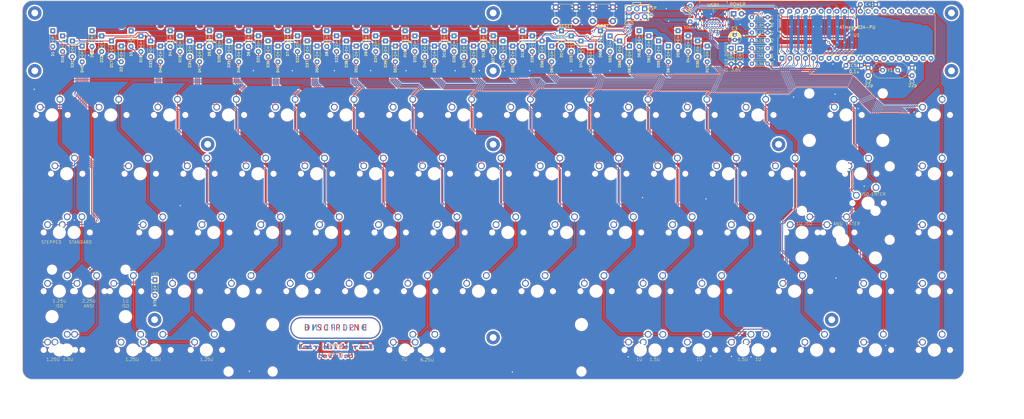
<source format=kicad_pcb>
(kicad_pcb (version 20240108) (generator "pcbnew") (generator_version "8.0")
  (title_block (title "Discipline Keyboard (my version)") (date "2024-05-19") (rev "1.0") (comment 1 "Original design: https://github.com/coseyfannitutti/discipline"))
  (layers (0 "F.Cu" signal) (31 "B.Cu" signal) (34 "B.Paste" user) (35 "F.Paste" user) (36 "B.SilkS" user "B.Silkscreen") (37 "F.SilkS" user "F.Silkscreen") (38 "B.Mask" user) (39 "F.Mask" user) (44 "Edge.Cuts" user))
  (net 0 "")
  (net 1 "GND")
  (net 2 "VCC")
  (net 3 "row0")
  (net 4 "Net-(D1-Pad2)")
  (net 5 "Net-(D2-Pad2)")
  (net 6 "Net-(D3-Pad2)")
  (net 7 "Net-(D4-Pad2)")
  (net 8 "Net-(D5-Pad2)")
  (net 9 "Net-(D6-Pad2)")
  (net 10 "Net-(D7-Pad2)")
  (net 11 "Net-(D8-Pad2)")
  (net 12 "Net-(D9-Pad2)")
  (net 13 "Net-(D10-Pad2)")
  (net 14 "Net-(D11-Pad2)")
  (net 15 "Net-(D12-Pad2)")
  (net 16 "Net-(D13-Pad2)")
  (net 17 "Net-(D14-Pad2)")
  (net 18 "Net-(D15-Pad2)")
  (net 19 "row1")
  (net 20 "Net-(D16-Pad2)")
  (net 21 "Net-(D17-Pad2)")
  (net 22 "Net-(D18-Pad2)")
  (net 23 "Net-(D19-Pad2)")
  (net 24 "Net-(D20-Pad2)")
  (net 25 "Net-(D21-Pad2)")
  (net 26 "Net-(D22-Pad2)")
  (net 27 "Net-(D23-Pad2)")
  (net 28 "Net-(D24-Pad2)")
  (net 29 "Net-(D25-Pad2)")
  (net 30 "Net-(D26-Pad2)")
  (net 31 "Net-(D27-Pad2)")
  (net 32 "Net-(D28-Pad2)")
  (net 33 "Net-(D29-Pad2)")
  (net 34 "Net-(D30-Pad2)")
  (net 35 "Net-(D31-Pad2)")
  (net 36 "row2")
  (net 37 "Net-(D32-Pad2)")
  (net 38 "Net-(D33-Pad2)")
  (net 39 "Net-(D34-Pad2)")
  (net 40 "Net-(D35-Pad2)")
  (net 41 "Net-(D36-Pad2)")
  (net 42 "Net-(D37-Pad2)")
  (net 43 "Net-(D38-Pad2)")
  (net 44 "Net-(D39-Pad2)")
  (net 45 "Net-(D40-Pad2)")
  (net 46 "Net-(D41-Pad2)")
  (net 47 "Net-(D42-Pad2)")
  (net 48 "Net-(D43-Pad2)")
  (net 49 "Net-(D44-Pad2)")
  (net 50 "row3")
  (net 51 "Net-(D45-Pad2)")
  (net 52 "Net-(D46-Pad2)")
  (net 53 "Net-(D47-Pad2)")
  (net 54 "Net-(D48-Pad2)")
  (net 55 "Net-(D49-Pad2)")
  (net 56 "Net-(D50-Pad2)")
  (net 57 "Net-(D51-Pad2)")
  (net 58 "Net-(D52-Pad2)")
  (net 59 "Net-(D53-Pad2)")
  (net 60 "Net-(D54-Pad2)")
  (net 61 "Net-(D55-Pad2)")
  (net 62 "Net-(D56-Pad2)")
  (net 63 "Net-(D57-Pad2)")
  (net 64 "Net-(D58-Pad2)")
  (net 65 "Net-(D59-Pad2)")
  (net 66 "row4")
  (net 67 "Net-(D60-Pad2)")
  (net 68 "Net-(D61-Pad2)")
  (net 69 "Net-(D62-Pad2)")
  (net 70 "Net-(D63-Pad2)")
  (net 71 "Net-(D64-Pad2)")
  (net 72 "Net-(D65-Pad2)")
  (net 73 "Net-(D66-Pad2)")
  (net 74 "Net-(D67-Pad2)")
  (net 75 "col0")
  (net 76 "col1")
  (net 77 "col2")
  (net 78 "col3")
  (net 79 "col4")
  (net 80 "col5")
  (net 81 "col6")
  (net 82 "col7")
  (net 83 "col8")
  (net 84 "col9")
  (net 85 "col10")
  (net 86 "col11")
  (net 87 "col12")
  (net 88 "col13")
  (net 89 "col14")
  (net 90 "Net-(R1-Pad2)")
  (net 91 "Net-(D68-Pad2)")
  (net 92 "Net-(R2-Pad1)")
  (net 93 "Net-(USB1-PadB8)")
  (net 94 "Net-(USB1-PadA8)")
  (net 95 "reset")
  (net 96 "+5V")
  (net 97 "Net-(U1-Pad29)")
  (net 98 "Net-(U1-Pad32)")
  (net 99 "Net-(U1-Pad33)")
  (net 100 "Net-(U1-Pad14)")
  (net 101 "Net-(U1-Pad34)")
  (net 102 "Net-(U1-Pad35)")
  (net 103 "D+")
  (net 104 "D-")
  (net 105 "Net-(C1-Pad1)")
  (net 106 "Net-(C2-Pad1)")
  (net 107 "Net-(D69-Pad1)")
  (net 108 "Net-(D70-Pad1)")
  (net 109 "MOSI")
  (net 110 "SCK")
  (net 111 "MISO")
  (net 112 "Net-(LED1-Pad1)")
  (net 113 "boot")
  (net 114 "Net-(U1-Pad15)")
  (net 115 "Net-(D71-Pad2)")
  (footprint "cftkb:SW_Cherry_MX1A_1.00u_PCB-NOSCREEN" (layer "F.Cu") (at 65.88125 89.69375)
    (property "Reference" "SW1")
    (property "Value" "KEYSW")
  )
  (footprint "cftkb:SW_Cherry_MX1A_1.00u_PCB-NOSCREEN" (layer "F.Cu") (at 84.93125 89.69375)
    (property "Reference" "SW2")
    (property "Value" "KEYSW")
  )
  (footprint "cftkb:SW_Cherry_MX1A_1.00u_PCB-NOSCREEN" (layer "F.Cu") (at 103.98125 89.69375)
    (property "Reference" "SW3")
    (property "Value" "KEYSW")
  )
  (footprint "cftkb:SW_Cherry_MX1A_1.00u_PCB-NOSCREEN" (layer "F.Cu") (at 123.03125 89.69375)
    (property "Reference" "SW4")
    (property "Value" "KEYSW")
  )
  (footprint "cftkb:SW_Cherry_MX1A_1.00u_PCB-NOSCREEN" (layer "F.Cu") (at 142.08125 89.69375)
    (property "Reference" "SW5")
    (property "Value" "KEYSW")
  )
  (footprint "cftkb:SW_Cherry_MX1A_1.00u_PCB-NOSCREEN" (layer "F.Cu") (at 161.13125 89.69375)
    (property "Reference" "SW6")
    (property "Value" "KEYSW")
  )
  (footprint "cftkb:SW_Cherry_MX1A_1.00u_PCB-NOSCREEN" (layer "F.Cu") (at 180.18125 89.69375)
    (property "Reference" "SW7")
    (property "Value" "KEYSW")
  )
  (footprint "cftkb:SW_Cherry_MX1A_1.00u_PCB-NOSCREEN" (layer "F.Cu") (at 199.23125 89.69375)
    (property "Reference" "SW8")
    (property "Value" "KEYSW")
  )
  (footprint "cftkb:SW_Cherry_MX1A_1.00u_PCB-NOSCREEN" (layer "F.Cu") (at 218.28125 89.69375)
    (property "Reference" "SW9")
    (property "Value" "KEYSW")
  )
  (footprint "cftkb:SW_Cherry_MX1A_1.00u_PCB-NOSCREEN" (layer "F.Cu") (at 237.33125 89.69375)
    (property "Reference" "SW10")
    (property "Value" "KEYSW")
  )
  (footprint "cftkb:SW_Cherry_MX1A_1.00u_PCB-NOSCREEN" (layer "F.Cu") (at 256.38125 89.69375)
    (property "Reference" "SW11")
    (property "Value" "KEYSW")
  )
  (footprint "cftkb:SW_Cherry_MX1A_1.00u_PCB-NOSCREEN" (layer "F.Cu") (at 275.43125 89.69375)
    (property "Reference" "SW12")
    (property "Value" "KEYSW")
  )
  (footprint "cftkb:SW_Cherry_MX1A_1.00u_PCB-NOSCREEN" (layer "F.Cu") (at 294.48125 89.69375)
    (property "Reference" "SW13")
    (property "Value" "KEYSW")
  )
  (footprint "cftkb:SW_Cherry_MX1A_1.00u_PCB-NOSCREEN" (layer "F.Cu") (at 351.63125 89.69375)
    (property "Reference" "SW15")
    (property "Value" "KEYSW")
  )
  (footprint "cftkb:SW_Cherry_MX1A_1.00u_PCB-NOSCREEN" (layer "F.Cu") (at 94.45625 108.74375)
    (property "Reference" "SW17")
    (property "Value" "KEYSW")
  )
  (footprint "cftkb:SW_Cherry_MX1A_1.00u_PCB-NOSCREEN" (layer "F.Cu") (at 113.50625 108.74375)
    (property "Reference" "SW18")
    (property "Value" "KEYSW")
  )
  (footprint "cftkb:SW_Cherry_MX1A_1.00u_PCB-NOSCREEN" (layer "F.Cu") (at 132.55625 108.74375)
    (property "Reference" "SW19")
    (property "Value" "KEYSW")
  )
  (footprint "cftkb:SW_Cherry_MX1A_1.00u_PCB-NOSCREEN" (layer "F.Cu") (at 151.60625 108.74375)
    (property "Reference" "SW20")
    (property "Value" "KEYSW")
  )
  (footprint "cftkb:SW_Cherry_MX1A_1.00u_PCB-NOSCREEN" (layer "F.Cu") (at 170.65625 108.74375)
    (property "Reference" "SW21")
    (property "Value" "KEYSW")
  )
  (footprint "cftkb:SW_Cherry_MX1A_1.00u_PCB-NOSCREEN" (layer "F.Cu") (at 189.70625 108.74375)
    (property "Reference" "SW22")
    (property "Value" "KEYSW")
  )
  (footprint "cftkb:SW_Cherry_MX1A_1.00u_PCB-NOSCREEN" (layer "F.Cu") (at 208.75625 108.74375)
    (property "Reference" "SW23")
    (property "Value" "KEYSW")
  )
  (footprint "cftkb:SW_Cherry_MX1A_1.00u_PCB-NOSCREEN" (layer "F.Cu") (at 227.80625 108.74375)
    (property "Reference" "SW24")
    (property "Value" "KEYSW")
  )
  (footprint "cftkb:SW_Cherry_MX1A_1.00u_PCB-NOSCREEN" (layer "F.Cu") (at 246.85625 108.74375)
    (property "Reference" "SW25")
    (property "Value" "KEYSW")
  )
  (footprint "cftkb:SW_Cherry_MX1A_1.00u_PCB-NOSCREEN" (layer "F.Cu") (at 265.90625 108.74375)
    (property "Reference" "SW26")
    (property "Value" "KEYSW")
  )
  (footprint "cftkb:SW_Cherry_MX1A_1.00u_PCB-NOSCREEN" (layer "F.Cu") (at 284.95625 108.74375)
    (property "Reference" "SW27")
    (property "Value" "KEYSW")
  )
  (footprint "cftkb:SW_Cherry_MX1A_1.00u_PCB-NOSCREEN" (layer "F.Cu") (at 304.00625 108.74375)
    (property "Reference" "SW28")
    (property "Value" "KEYSW")
  )
  (footprint "cftkb:SW_Cherry_MX1A_1.00u_PCB-NOSCREEN" (layer "F.Cu") (at 351.63125 108.74375)
    (property "Reference" "SW30")
    (property "Value" "KEYSW")
  )
  (footprint "cftkb:SW_Cherry_MX1A_1.00u_PCB-NOSCREEN" (layer "F.Cu") (at 99.21875 127.79375)
    (property "Reference" "SW32")
    (property "Value" "KEYSW")
  )
  (footprint "cftkb:SW_Cherry_MX1A_1.00u_PCB-NOSCREEN" (layer "F.Cu") (at 118.26875 127.79375)
    (property "Reference" "SW33")
    (property "Value" "KEYSW")
  )
  (footprint "cftkb:SW_Cherry_MX1A_1.00u_PCB-NOSCREEN" (layer "F.Cu") (at 137.31875 127.79375)
    (property "Reference" "SW34")
    (property "Value" "KEYSW")
  )
  (footprint "cftkb:SW_Cherry_MX1A_1.00u_PCB-NOSCREEN" (layer "F.Cu") (at 156.36825 127.79375)
    (property "Reference" "SW35")
    (property "Value" "KEYSW")
  )
  (footprint "cftkb:SW_Cherry_MX1A_1.00u_PCB-NOSCREEN" (layer "F.Cu") (at 175.41825 127.79375)
    (property "Reference" "SW36")
    (property "Value" "KEYSW")
  )
  (footprint "cftkb:SW_Cherry_MX1A_1.00u_PCB-NOSCREEN" (layer "F.Cu") (at 194.46825 127.79375)
    (property "Reference" "SW37")
    (property "Value" "KEYSW")
  )
  (footprint "cftkb:SW_Cherry_MX1A_1.00u_PCB-NOSCREEN" (layer "F.Cu") (at 213.51825 127.79375)
    (property "Reference" "SW38")
    (property "Value" "KEYSW")
  )
  (footprint "cftkb:SW_Cherry_MX1A_1.00u_PCB-NOSCREEN" (layer "F.Cu") (at 232.56825 127.79375)
    (property "Reference" "SW39")
    (property "Value" "KEYSW")
  )
  (footprint "cftkb:SW_Cherry_MX1A_1.00u_PCB-NOSCREEN" (layer "F.Cu") (at 251.61825 127.79375)
    (property "Reference" "SW40")
    (property "Value" "KEYSW")
  )
  (footprint "cftkb:SW_Cherry_MX1A_1.00u_PCB-NOSCREEN" (layer "F.Cu") (at 270.66825 127.79375)
    (property "Reference" "SW41")
    (property "Value" "KEYSW")
  )
  (footprint "cftkb:SW_Cherry_MX1A_1.00u_PCB-NOSCREEN" (layer "F.Cu") (at 289.71825 127.79375)
    (property "Reference" "SW42")
    (property "Value" "KEYSW")
  )
  (footprint "cftkb:SW_Cherry_MX1A_1.00u_PCB-NOSCREEN" (layer "F.Cu") (at 351.63125 127.79375)
    (property "Reference" "SW44")
    (property "Value" "KEYSW")
  )
  (footprint "cftkb:SW_Cherry_MX1A_1.00u_PCB-NOSCREEN" (layer "F.Cu") (at 108.74375 146.84375)
    (property "Reference" "SW46")
    (property "Value" "KEYSW")
  )
  (footprint "cftkb:SW_Cherry_MX1A_1.00u_PCB-NOSCREEN" (layer "F.Cu") (at 127.79375 146.84375)
    (property "Reference" "SW47")
    (property "Value" "KEYSW")
  )
  (footprint "cftkb:SW_Cherry_MX1A_1.00u_PCB-NOSCREEN" (layer "F.Cu") (at 146.84375 146.84375)
    (property "Reference" "SW48")
    (property "Value" "KEYSW")
  )
  (footprint "cftkb:SW_Cherry_MX1A_1.00u_PCB-NOSCREEN" (layer "F.Cu") (at 165.89425 146.84375)
    (property "Reference" "SW49")
    (property "Value" "KEYSW")
  )
  (footprint "cftkb:SW_Cherry_MX1A_1.00u_PCB-NOSCREEN" (layer "F.Cu") (at 184.94425 146.84375)
    (property "Reference" "SW50")
    (property "Value" "KEYSW")
  )
  (footprint "cftkb:SW_Cherry_MX1A_1.00u_PCB-NOSCREEN" (layer "F.Cu") (at 203.99425 146.84375)
    (property "Reference" "SW51")
    (property "Value" "KEYSW")
  )
  (footprint "cftkb:SW_Cherry_MX1A_1.00u_PCB-NOSCREEN" (layer "F.Cu") (at 223.04425 146.84375)
    (property "Reference" "SW52")
    (property "Value" "KEYSW")
  )
  (footprint "cftkb:SW_Cherry_MX1A_1.00u_PCB-NOSCREEN" (layer "F.Cu") (at 242.09425 146.84375)
    (property "Reference" "SW53")
    (property "Value" "KEYSW")
  )
  (footprint "cftkb:SW_Cherry_MX1A_1.00u_PCB-NOSCREEN" (layer "F.Cu") (at 261.14425 146.84375)
    (property "Reference" "SW54")
    (property "Value" "KEYSW")
  )
  (footprint "cftkb:SW_Cherry_MX1A_1.00u_PCB-NOSCREEN" (layer "F.Cu") (at 280.19425 146.84375)
    (property "Reference" "SW55")
    (property "Value" "KEYSW")
  )
  (footprint "cftkb:SW_Cherry_MX1A_1.00u_PCB-NOSCREEN" (layer "F.Cu") (at 332.58125 146.84375)
    (property "Reference" "SW57")
    (property "Value" "KEYSW")
  )
  (footprint "cftkb:SW_Cherry_MX1A_1.00u_PCB-NOSCREEN" (layer "F.Cu") (at 351.63125 146.84375)
    (property "Reference" "SW58")
    (property "Value" "KEYSW")
  )
  (footprint "cftkb:SW_Cherry_MX1A_1.00u_PCB-NOSCREEN" (layer "F.Cu") (at 187.32525 165.89375)
    (property "Reference" "SW62")
    (property "Value" "KEYSW")
  )
  (footprint "cftkb:SW_Cherry_MX1A_1.00u_PCB-NOSCREEN" (layer "F.Cu") (at 313.53125 165.89375)
    (property "Reference" "SW65")
    (property "Value" "KEYSW")
  )
  (footprint "cftkb:SW_Cherry_MX1A_1.00u_PCB-NOSCREEN" (layer "F.Cu") (at 332.58125 165.89375)
    (property "Reference" "SW66")
    (property "Value" "KEYSW")
  )
  (footprint "cftkb:SW_Cherry_MX1A_1.00u_PCB-NOSCREEN" (layer "F.Cu") (at 351.63125 165.89375)
    (property "Reference" "SW67")
    (property "Value" "KEYSW")
  )
  (footprint "cftkb:SW_Cherry_MX1A_2.00u_PCBNOSCREEN" (layer "F.Cu") (at 323.05625 89.69375)
    (property "Reference" "SW14")
    (property "Value" "KEYSW")
  )
  (footprint "cftkb:SW_Cherry_MX1A_1.50u_PCBNOSCREEN" (layer "F.Cu") (at 327.81825 108.74375)
    (property "Reference" "SW29")
    (property "Value" "KEYSW")
  )
  (footprint "cftkb:SW_Cherry_MX1A_1.75u_PCBNOSCREEN" (layer "F.Cu") (at 73.02505 127.78362)
    (property "Reference" "SW31")
    (property "Value" "KEYSW")
  )
  (footprint "cftkb:SW_Cherry_MX1A_2.25u_PCBNOSCREEN" (layer "F.Cu") (at 320.67525 127.79375)
    (property "Reference" "SW43")
    (property "Value" "KEYSW")
  )
  (footprint "cftkb:SW_Cherry_MX1A_2.25u_PCBNOSCREEN" (layer "F.Cu") (at 77.78745 146.84375)
    (property "Reference" "SW45")
    (property "Value" "KEYSW")
  )
  (footprint "cftkb:SW_Cherry_MX1A_1.75u_PCBNOSCREEN" (layer "F.Cu") (at 306.38725 146.84375)
    (property "Reference" "SW56")
    (property "Value" "KEYSW")
  )
  (footprint "cftkb:SW_Cherry_MX1A_1.25u_PCBNOSCREEN" (layer "F.Cu") (at 68.26245 165.88362)
    (property "Reference" "SW59")
    (property "Value" "KEYSW")
  )
  (footprint "cftkb:SW_Cherry_MX1A_1.25u_PCBNOSCREEN" (layer "F.Cu") (at 92.07505 165.89375)
    (property "Reference" "SW60")
    (property "Value" "KEYSW")
  )
  (footprint "cftkb:SW_Cherry_MX1A_1.25u_PCBNOSCREEN" (layer "F.Cu") (at 115.88745 165.88362)
    (property "Reference" "SW61")
    (property "Value" "KEYSW")
  )
  (footprint "MountingHole:MountingHole_2.2mm_M2_Pad" (layer "F.Cu") (at 57.766382 80.44475)
    (property "Reference" "REF**")
    (property "Value" "MountingHole_2.2mm_M2_Pad")
  )
  (footprint "MountingHole:MountingHole_2.2mm_M2_Pad" (layer "F.Cu") (at 57.766382 61.69475)
    (property "Reference" "REF**")
    (property "Value" "MountingHole_2.2mm_M2_Pad")
  )
  (footprint "MountingHole:MountingHole_2.2mm_M2_Pad" (layer "F.Cu") (at 354.660309 61.69475)
    (property "Reference" "REF**")
    (property "Value" "MountingHole_2.2mm_M2_Pad")
  )
  (footprint "MountingHole:MountingHole_2.2mm_M2_Pad" (layer "F.Cu") (at 354.660309 80.44475)
    (property "Reference" "REF**")
    (property "Value" "MountingHole_2.2mm_M2_Pad")
  )
  (footprint "MountingHole:MountingHole_2.2mm_M2_Pad" (layer "F.Cu") (at 96.565888 161.14696)
    (property "Reference" "REF**")
    (property "Value" "MountingHole_2.2mm_M2_Pad")
  )
  (footprint "MountingHole:MountingHole_2.2mm_M2_Pad" (layer "F.Cu") (at 315.860803 161.14696)
    (property "Reference" "REF**")
    (property "Value" "MountingHole_2.2mm_M2_Pad")
  )
  (footprint "MountingHole:MountingHole_2.2mm_M2_Pad" (layer "F.Cu") (at 113.754723 104.302994)
    (property "Reference" "REF**")
    (property "Value" "MountingHole_2.2mm_M2_Pad")
  )
  (footprint "MountingHole:MountingHole_2.2mm_M2_Pad" (layer "F.Cu") (at 298.671968 104.302994)
    (property "Reference" "REF**")
    (property "Value" "MountingHole_2.2mm_M2_Pad")
  )
  (footprint "MountingHole:MountingHole_2.2mm_M2_Pad" (layer "F.Cu") (at 206.213345 104.302994)
    (property "Reference" "REF**")
    (property "Value" "MountingHole_2.2mm_M2_Pad")
  )
  (footprint "logos:TOPY 4MM MASK" (layer "F.Cu") (at 58.451591 71.060529)
    (property "Reference" "G***" (hide yes))
    (property "Value" "LOGO" (hide yes))
  )
  (footprint "cftkb:MX-7U-Stabilizer" (layer "F.Cu") (at 177.667573 170.98164)
    (property "Reference" "ST72")
    (property "Value" "7U")
  )
  (footprint "MountingHole:MountingHole_2.2mm_M2_Pad" (layer "F.Cu") (at 206.213345 166.95811)
    (property "Reference" "REF**")
    (property "Value" "MountingHole_2.2mm_M2_Pad")
  )
  (footprint "cftkb:SW_Cherry_MX1A_1.00u_PCB-NOSCREEN" (layer "F.Cu") (at 294.521528 165.88362)
    (property "Reference" "SW68")
    (property "Value" "KEYSW")
  )
  (footprint "cftkb:D_DO-35_SOD27_P5.08mm_Horizontal" (layer "F.Cu") (at 63.600284 66.205612 -90)
    (property "Reference" "D1")
    (property "Value" " ")
  )
  (footprint "cftkb:D_DO-35_SOD27_P5.08mm_Horizontal" (layer "F.Cu") (at 85.786525 71.166199 -90)
    (property "Reference" "D2")
    (property "Value" " ")
  )
  (footprint "cftkb:D_DO-35_SOD27_P5.08mm_Horizontal" (layer "F.Cu") (at 88.955988 66.205612 -90)
    (property "Reference" "D3")
    (property "Value" " ")
  )
  (footprint "cftkb:D_DO-35_SOD27_P5.08mm_Horizontal" (layer "F.Cu") (at 101.63384 66.205612 -90)
    (property "Reference" "D4")
    (property "Value" " ")
  )
  (footprint "cftkb:D_DO-35_SOD27_P5.08mm_Horizontal" (layer "F.Cu") (at 114.311692 66.205612 -90)
    (property "Reference" "D5")
    (property "Value" " ")
  )
  (footprint "cftkb:D_DO-35_SOD27_P5.08mm_Horizontal" (layer "F.Cu") (at 126.989544 66.205612 -90)
    (property "Reference" "D6")
    (property "Value" " ")
  )
  (footprint "cftkb:D_DO-35_SOD27_P5.08mm_Horizontal" (layer "F.Cu") (at 139.667396 66.205612 -90)
    (property "Reference" "D7")
    (property "Value" " ")
  )
  (footprint "cftkb:D_DO-35_SOD27_P5.08mm_Horizontal" (layer "F.Cu") (at 152.345248 66.205612 -90)
    (property "Reference" "D8")
    (property "Value" " ")
  )
  (footprint "cftkb:D_DO-35_SOD27_P5.08mm_Horizontal" (layer "F.Cu") (at 165.0231 66.205612 -90)
    (property "Reference" "D9")
    (property "Value" " ")
  )
  (footprint "cftkb:D_DO-35_SOD27_P5.08mm_Horizontal" (layer "F.Cu") (at 177.700952 66.205612 -90)
    (property "Reference" "D10")
    (property "Value" " ")
  )
  (footprint "cftkb:D_DO-35_SOD27_P5.08mm_Horizontal" (layer "F.Cu") (at 190.378804 66.205612 -90)
    (property "Reference" "D11")
    (property "Value" " ")
  )
  (footprint "cftkb:D_DO-35_SOD27_P5.08mm_Horizontal" (layer "F.Cu") (at 203.056656 66.205612 -90)
    (property "Reference" "D12")
    (property "Value" " ")
  )
  (footprint "cftkb:D_DO-35_SOD27_P5.08mm_Horizontal" (layer "F.Cu") (at 215.734508 66.205612 -90)
    (property "Reference" "D13")
    (property "Value" " ")
  )
  (footprint "cftkb:D_DO-35_SOD27_P5.08mm_Horizontal" (layer "F.Cu") (at 228.342376 66.205612 -90)
    (property "Reference" "D14")
    (property "Value" " ")
  )
  (footprint "cftkb:D_DO-35_SOD27_P5.08mm_Horizontal" (layer "F.Cu") (at 275.541929 71.166199 -90)
    (property "Reference" "D15")
    (property "Value" " ")
  )
  (footprint "cftkb:D_DO-35_SOD27_P5.08mm_Horizontal" (layer "F.Cu") (at 66.769747 67.859141 -90)
    (property "Reference" "D16")
    (property "Value" " ")
  )
  (footprint "cftkb:D_DO-35_SOD27_P5.08mm_Horizontal" (layer "F.Cu") (at 82.617062 69.51267 -90)
    (property "Reference" "D17")
    (property "Value" " ")
  )
  (footprint "cftkb:D_DO-35_SOD27_P5.08mm_Horizontal" (layer "F.Cu") (at 92.125451 67.859141 -90)
    (property "Reference" "D18")
    (property "Value" " ")
  )
  (footprint "cftkb:D_DO-35_SOD27_P5.08mm_Horizontal" (layer "F.Cu") (at 104.803303 67.859141 -90)
    (property "Reference" "D19")
    (property "Value" " ")
  )
  (footprint "cftkb:D_DO-35_SOD27_P5.08mm_Horizontal" (layer "F.Cu") (at 117.481155 67.859141 -90)
    (property "Reference" "D20")
    (property "Value" " ")
  )
  (footprint "cftkb:D_DO-35_SOD27_P5.08mm_Horizontal" (layer "F.Cu") (at 130.159007 67.859141 -90)
    (property "Reference" "D21")
    (property "Value" " ")
  )
  (footprint "cftkb:D_DO-35_SOD27_P5.08mm_Horizontal" (layer "F.Cu") (at 142.836859 67.859141 -90)
    (property "Reference" "D22")
    (property "Value" " ")
  )
  (footprint "cftkb:D_DO-35_SOD27_P5.08mm_Horizontal" (layer "F.Cu") (at 155.514711 67.859141 -90)
    (property "Reference" "D23")
    (property "Value" " ")
  )
  (footprint "cftkb:D_DO-35_SOD27_P5.08mm_Horizontal" (layer "F.Cu") (at 168.192563 67.859141 -90)
    (property "Reference" "D24")
    (property "Value" " ")
  )
  (footprint "cftkb:D_DO-35_SOD27_P5.08mm_Horizontal" (layer "F.Cu") (at 180.870415 67.859141 -90)
    (property "Reference" "D25")
    (property "Value" " ")
  )
  (footprint "cftkb:D_DO-35_SOD27_P5.08mm_Horizontal" (layer "F.Cu") (at 193.548267 67.859141 -90)
    (property "Reference" "D26")
    (property "Value" " ")
  )
  (footprint "cftkb:D_DO-35_SOD27_P5.08mm_Horizontal" (layer "F.Cu") (at 206.226119 67.859141 -90)
    (property "Reference" "D27")
    (property "Value" " ")
  )
  (footprint "cftkb:D_DO-35_SOD27_P5.08mm_Horizontal" (layer "F.Cu") (at 218.886475 67.859141 -90)
    (property "Reference" "D28")
    (property "Value" " ")
  )
  (footprint "cftkb:D_DO-35_SOD27_P5.08mm_Horizontal" (layer "F.Cu") (at 231.493149 67.859141 -90)
    (property "Reference" "D29")
    (property "Value" " ")
  )
  (footprint "cftkb:D_DO-35_SOD27_P5.08mm_Horizontal" (layer "F.Cu") (at 272.453205 69.51267 -90)
    (property "Reference" "D30")
    (property "Value" " ")
  )
  (footprint "cftkb:D_DO-35_SOD27_P5.08mm_Horizontal" (layer "F.Cu") (at 69.93921 69.51267 -90)
    (property "Reference" "D31")
    (property "Value" " ")
  )
  (footprint "cftkb:D_DO-35_SOD27_P5.08mm_Horizontal" (layer "F.Cu") (at 79.447599 67.859141 -90)
    (property "Reference" "D32")
    (property "Value" " ")
  )
  (footprint "cftkb:D_DO-35_SOD27_P5.08mm_Horizontal" (layer "F.Cu") (at 95.294914 69.51267 -90)
    (property "Reference" "D33")
    (property "Value" " ")
  )
  (footprint "cftkb:D_DO-35_SOD27_P5.08mm_Horizontal" (layer "F.Cu") (at 107.972766 69.51267 -90)
    (property "Reference" "D34")
    (property "Value" " ")
  )
  (footprint "cftkb:D_DO-35_SOD27_P5.08mm_Horizontal" (layer "F.Cu") (at 120.650618 69.51267 -90)
    (property "Reference" "D35")
    (property "Value" " ")
  )
  (footprint "cftkb:D_DO-35_SOD27_P5.08mm_Horizontal" (layer "F.Cu") (at 133.32847 69.51267 -90)
    (property "Reference" "D36")
    (property "Value" " ")
  )
  (footprint "cftkb:D_DO-35_SOD27_P5.08mm_Horizontal" (layer "F.Cu") (at 146.006322 69.51267 -90)
    (property "Reference" "D37")
    (property "Value" " ")
  )
  (footprint "cftkb:D_DO-35_SOD27_P5.08mm_Horizontal" (layer "F.Cu") (at 158.684174 69.51267 -90)
    (property "Reference" "D38")
    (property "Value" " ")
  )
  (footprint "cftkb:D_DO-35_SOD27_P5.08mm_Horizontal" (layer "F.Cu") (at 171.362026 69.51267 -90)
    (property "Reference" "D39")
    (property "Value" " ")
  )
  (footprint "cftkb:D_DO-35_SOD27_P5.08mm_Horizontal" (layer "F.Cu") (at 184.039878 69.51267 -90)
    (property "Reference" "D40")
    (property "Value" " ")
  )
  (footprint "cftkb:D_DO-35_SOD27_P5.08mm_Horizontal" (layer "F.Cu") (at 196.71773 69.51267 -90)
    (property "Reference" "D41")
    (property "Value" " ")
  )
  (footprint "cftkb:D_DO-35_SOD27_P5.08mm_Horizontal" (layer "F.Cu") (at 209.395582 69.51267 -90)
    (property "Reference" "D42")
    (property "Value" " ")
  )
  (footprint "cftkb:D_DO-35_SOD27_P5.08mm_Horizontal" (layer "F.Cu") (at 234.643922 69.51267 -90)
    (property "Reference" "D43")
    (property "Value" " ")
  )
  (footprint "cftkb:D_DO-35_SOD27_P5.08mm_Horizontal" (layer "F.Cu") (at 269.364481 67.859141 -90)
    (property "Reference" "D44")
    (property "Value" " ")
  )
  (footprint "cftkb:D_DO-35_SOD27_P5.08mm_Horizontal" (layer "F.Cu") (at 73.108673 71.166199 -90)
    (property "Reference" "D45")
    (property "Value" " ")
  )
  (footprint "cftkb:D_DO-35_SOD27_P5.08mm_Horizontal" (layer "F.Cu") (at 98.464377 71.166199 -90)
    (property "Reference" "D46")
    (property "Value" " ")
  )
  (footprint "cftkb:D_DO-35_SOD27_P5.08mm_Horizontal" (layer "F.Cu") (at 111.142229 71.166199 -90)
    (property "Reference" "D47")
    (property "Value" " ")
  )
  (footprint "cftkb:D_DO-35_SOD27_P5.08mm_Horizontal" (layer "F.Cu") (at 123.820081 71.166199 -90)
    (property "Reference" "D48")
    (property "Value" " ")
  )
  (footprint "cftkb:D_DO-35_SOD27_P5.08mm_Horizontal" (layer "F.Cu") (at 136.497933 71.166199 -90)
    (property "Reference" "D49")
    (property "Value" " ")
  )
  (footprint "cftkb:D_DO-35_SOD27_P5.08mm_Horizontal" (layer "F.Cu") (at 149.175785 71.166199 -90)
    (property "Reference" "D50")
    (property "Value" " ")
  )
  (footprint "cftkb:D_DO-35_SOD27_P5.08mm_Horizontal" (layer "F.Cu") (at 161.853637 71.166199 -90)
    (property "Reference" "D51")
    (property "Value" " ")
  )
  (footprint "cftkb:D_DO-35_SOD27_P5.08mm_Horizontal" (layer "F.Cu") (at 174.531489 71.166199 -90)
    (property "Reference" "D52")
    (property "Value" " ")
  )
  (footprint "cftkb:D_DO-35_SOD27_P5.08mm_Horizontal" (layer "F.Cu") (at 187.209341 71.166199 -90)
    (property "Reference" "D53")
    (property "Value" " ")
  )
  (footprint "cftkb:D_DO-35_SOD27_P5.08mm_Horizontal" (layer "F.Cu") (at 199.887193 71.166199 -90)
    (property "Reference" "D54")
    (property "Value" " ")
  )
  (footprint "cftkb:D_DO-35_SOD27_P5.08mm_Horizontal" (layer "F.Cu") (at 212.565045 71.166199 -90)
    (property "Reference" "D55")
    (property "Value" " ")
  )
  (footprint "cftkb:D_DO-35_SOD27_P5.08mm_Horizontal" (layer "F.Cu") (at 222.038442 69.51267 -90)
    (property "Reference" "D56")
    (property "Value" " ")
  )
  (footprint "cftkb:D_DO-35_SOD27_P5.08mm_Horizontal" (layer "F.Cu") (at 237.794695 71.166199 -90)
    (property "Reference" "D57")
    (property "Value" " ")
  )
  (footprint "cftkb:D_DO-35_SOD27_P5.08mm_Horizontal" (layer "F.Cu") (at 266.089606 66.205612 -90)
    (property "Reference" "D58")
    (property "Value" " ")
  )
  (footprint "cftkb:D_DO-35_SOD27_P5.08mm_Horizontal" (layer "F.Cu") (at 259.788058 69.51267 -90)
    (property "Reference" "D59")
    (property "Value" " ")
  )
  (footprint "cftkb:D_DO-35_SOD27_P5.08mm_Horizontal" (layer "F.Cu") (at 76.278136 66.205612 -90)
    (property "Reference" "D60")
    (property "Value" " ")
  )
  (footprint "cftkb:D_DO-35_SOD27_P5.08mm_Horizontal" (layer "F.Cu") (at 256.637284 67.859141 -90)
    (property "Reference" "D61")
    (property "Value" " ")
  )
  (footprint "cftkb:D_DO-35_SOD27_P5.08mm_Horizontal" (layer "F.Cu") (at 253.486511 66.205612 -90)
    (property "Reference" "D62")
    (property "Value" " ")
  )
  (footprint "cftkb:D_DO-35_SOD27_P5.08mm_Horizontal" (layer "F.Cu") (at 250.335738 71.166199 -90)
    (property "Reference" "D63")
    (property "Value" " ")
  )
  (footprint "cftkb:D_DO-35_SOD27_P5.08mm_Horizontal" (layer "F.Cu") (at 225.190409 71.166199 -90)
    (property "Reference" "D64")
    (property "Value" " ")
  )
  (footprint "cftkb:D_DO-35_SOD27_P5.08mm_Horizontal" (layer "F.Cu") (at 244.096241 67.859141 -90)
    (property "Reference" "D65")
    (property "Value" " ")
  )
  (footprint "cftkb:D_DO-35_SOD27_P5.08mm_Horizontal" (layer "F.Cu") (at 240.945468 66.205612 -90)
    (property "Reference" "D66")
    (property "Value" " ")
  )
  (footprint "cftkb:D_DO-35_SOD27_P5.08mm_Horizontal" (layer "F.Cu") (at 262.938832 71.166199 -90)
    (property "Reference" "D67")
    (property "Value" " ")
  )
  (footprint "cftkb:D_DO-35_SOD27_P5.08mm_Horizontal" (layer "F.Cu") (at 247.184965 69.51267 -90)
    (property "Reference" "D68")
    (property "Value" " ")
  )
  (footprint "cftkb:R_Axial_DIN0204_L3.6mm_D1.6mm_P5.08mm_Horizontal" (layer "F.Cu") (at 295.106316 73.152052 180)
    (property "Reference" "R3")
    (property "Value" "75R")
  )
  (footprint "cftkb:R_Axial_DIN0204_L3.6mm_D1.6mm_P5.08mm_Horizontal" (layer "F.Cu") (at 295.106316 75.645517 180)
    (property "Reference" "R4")
    (property "Value" "75R")
  )
  (footprint "cftkb:R_Axial_DIN0204_L3.6mm_D1.6mm_P5.08mm_Horizontal" (layer "F.Cu") (at 290.026316 70.580211)
    (property "Reference" "R1")
    (property "Value" "5.1k")
  )
  (footprint "cftkb:SW_PUSH_6mm" (layer "F.Cu") (at 226.485732 59.836074)
    (property "Reference" "RESET1")
    (property "Value" "RESET")
  )
  (footprint "cftkb:LED_D3.0mm" (layer "F.Cu") (at 284.127716 61.97083)
    (property "Reference" "LED1")
    (property "Value" "POWER")
  )
  (footprint "cftkb:R_Axial_DIN0204_L3.6mm_D1.6mm_P5.08mm_Horizontal" (layer "F.Cu") (at 290.026316 65.567034)
    (property "Reference" "R6")
    (property "Value" "1.5K")
  )
  (footprint "cftkb:SW_PUSH_6mm" (layer "F.Cu") (at 238.485732 59.836074)
    (property "Reference" "BOOT1")
    (property "Value" "BOOT")
  )
  (footprint "cftkb:polyfuse_5.1mm" (layer "F.Cu") (at 270.047614 61.900838 90)
    (property "Reference" "F1")
    (property "Value" "500mA")
  )
  (footprint "cftkb:CP_Radial_D4.0mm_P1.50mm" (layer "F.Cu") (at 284.477676 70.404866 90)
    (property "Reference" "C3")
    (property "Value" "4.7u")
  )
  (footprint "cftkb:C_Disc_D4.3mm_W1.9mm_P5.00mm" (layer "F.Cu") (at 325.12553 58.926178)
    (property "Reference" "C4")
    (property "Value" "0.1u")
  )
  (footprint "cftkb:C_Disc_D4.3mm_W1.9mm_P5.00mm" (layer "F.Cu") (at 320.471062 78.716416)
    (property "Reference" "C5")
    (property "Value" "0.1u")
  )
  (footprint "cftkb:SW_Cherry_MX1A_1.25u_PCBNOSCREEN" (layer "F.Cu") (at 256.410884 165.88362)
    (property "Reference" "SW63")
    (property "Value" "KEYSW")
  )
  (footprint "cftkb:SW_Cherry_MX1A_1.25u_PCBNOSCREEN" (layer "F.Cu") (at 275.466206 165.89375)
    (property "Reference" "SW64")
    (property "Value" "KEYSW")
  )
  (footprint "cftkb:USB_C_GCT_USB4085" (layer "F.Cu") (at 277.548468 60.291022 180)
    (property "Reference" "USB1")
    (property "Value" "USB_C_GCT_USB4085")
  )
  (footprint "cftkb:C_Disc_D3.0mm_W1.6mm_P2.50mm" (layer "F.Cu") (at 341.906112 82.00604 90)
    (property "Reference" "C1")
    (property "Value" "22p")
  )
  (footprint "cftkb:C_Disc_D3.0mm_W1.6mm_P2.50mm" (layer "F.Cu") (at 327.680238 82.00604 90)
    (property "Reference" "C2")
    (property "Value" "22p")
  )
  (footprint "cftkb:D_DO-35_SOD27_P5.08mm_Horizontal" (layer "F.Cu") (at 286.174982 71.892196 -90)
    (property "Reference" "D69")
    (property "Value" "3.6V")
  )
  (footprint "cftkb:D_DO-35_SOD27_P5.08mm_Horizontal" (layer "F.Cu") (at 283.30531 71.892196 -90)
    (property "Reference" "D70")
    (property "Value" "3.6V")
  )
  (footprint "cftkb:R_Axial_DIN0204_L3.6mm_D1.6mm_P5.08mm_Horizontal" (layer "F.Cu") (at 295.106316 78.138982 180)
    (property "Reference" "R5")
    (property "Value" "1.5k")
  )
  (footprint "cftkb:Crystal_HC49-4H_Vertical" (layer "F.Cu") (at 337.251644 80.25624 180)
    (property "Reference" "Y1")
    (property "Value" "Crystal")
  )
  (footprint "cftkb:R_Axial_DIN0204_L3.6mm_D1.6mm_P5.08mm_Horizontal" (layer "F.Cu") (at 295.106316 63.073204 180)
    (property "Reference" "R7")
    (property "Value" "10k")
  )
  (footprint "cftkb:R_Axial_DIN0204_L3.6mm_D1.6mm_P5.08mm_Horizontal" (layer "F.Cu") (at 290.026316 68.060499)
    (property "Reference" "R2")
    (property "Value" "5.1k")
  )
  (footprint "logos:TOPY 4MM MASK" (layer "F.Cu") (at 354.067222 71.060529)
    (property "Reference" "G***" (hide yes))
    (property "Value" "LOGO" (hide yes))
  )
  (footprint "cftkb:MX-6.25U-Stabilizer" (layer "F.Cu") (at 184.811323 170.98164)
    (property "Reference" "REF**")
    (property "Value" "6.25U")
  )
  (footprint "cftkb:AVR_ICSP_3x2" (layer "F.Cu") (at 252.75383 61.62087 180)
    (property "Reference" "J1" (hide yes))
    (property "Value" "AVR-ISP-6" (hide yes))
  )
  (footprint "cftkb:SW_Cherry_MX1A_1.25u_PCBNOSCREEN" (layer "F.Cu") (at 68.2625 127.78362)
    (property "Reference" "SW69")
    (property "Value" "KEYSW")
  )
  (footprint "cftkb:SW_Cherry_MX1A_1.50u_PCBNOSCREEN" (layer "F.Cu") (at 70.6437 165.88362)
    (property "Reference" "SW70")
    (property "Value" "KEYSW")
  )
  (footprint "cftkb:SW_Cherry_MX1A_1.50u_PCBNOSCREEN" (layer "F.Cu") (at 99.243031 165.889819)
    (property "Reference" "SW71")
    (property "Value" "KEYSW")
  )
  (footprint "cftkb:SW_Cherry_MX1A_1.00u_PCB-NOSCREEN" (layer "F.Cu") (at 180.207573 165.90164)
    (property "Reference" "SW72")
    (property "Value" "KEYSW")
  )
  (footprint "cftkb:SW_Cherry_MX1A_1.50u_PCBNOSCREEN" (layer "F.Cu") (at 261.183936 165.89375)
    (property "Reference" "SW73")
    (property "Value" "KEYSW")
  )
  (footprint "cftkb:SW_Cherry_MX1A_1.50u_PCBNOSCREEN" (layer "F.Cu") (at 289.740128 165.89375)
    (property "Reference" "SW74")
    (property "Value" "KEYSW")
  )
  (footprint "cftkb:SW_Cherry_MX1A_1.50u_PCBNOSCREEN" (layer "F.Cu") (at 70.64375 108.74375)
    (property "Reference" "SW16")
    (property "Value" "KEYSW")
  )
  (footprint "cftkb:DIP-40_W15.24mm" (layer "F.Cu") (at 299.75343 76.389182 90)
    (property "Reference" "U1")
    (property "Value" "ATmega32A-PU")
  )
  (footprint "MountingHole:MountingHole_2.2mm_M2_Pad" (layer "F.Cu") (at 206.213345 80.44475)
    (property "Reference" "REF**")
    (property "Value" "MountingHole_2.2mm_M2_Pad")
  )
  (footprint "MountingHole:MountingHole_2.2mm_M2_Pad" (layer "F.Cu") (at 206.213345 61.69475)
    (property "Reference" "REF**")
    (property "Value" "MountingHole_2.2mm_M2_Pad")
  )
  (footprint "cftkb:D_DO-35_SOD27_P5.08mm_Horizontal" (layer "F.Cu") (at 96.67875 146.9644 -90)
    (property "Reference" "D71")
    (property "Value" " ")
  )
  (footprint "cftkb:SW_Cherry_MX1A_1.00u_PCB-NOSCREEN" (layer "F.Cu") (at 89.69375 146.84375)
    (property "Reference" "SW75")
    (property "Value" "KEYSW")
  )
  (footprint "cftkb:SW_Cherry_MX1A_ISOEnter_PCB_ReversedStabilizer" (layer "F.Cu") (at 330.2 118.26875)
    (property "Reference" "SW76")
    (property "Value" "KEYSW")
  )
  (footprint "cftkb:SW_Cherry_MX1A_1.00u_PCB-NOSCREEN" (layer "F.Cu") (at 308.76875 127.79375)
    (property "Reference" "SW77")
    (property "Value" "KEYSW")
  )
  (footprint "cftkb:SW_Cherry_MX1A_1.25u_PCBNOSCREEN" (layer "F.Cu") (at 68.2625 146.84375)
    (property "Reference" "SW78")
    (property "Value" "KEYSW")
  )
  (footprint "logos:DISCIPLINE_SMALL_COPPER" (layer "F.Cu") (at 155.167456 163.63421)
    (property "Reference" "G***" (hide yes))
    (property "Value" "LOGO" (hide yes))
  )
  (footprint "logos:DISCIPLINE_SMALL_MASK" (layer "F.Cu") (at 155.167456 163.63421)
    (property "Reference" "G***" (hide yes))
    (property "Value" "LOGO" (hide yes))
  )
  (footprint "discipline-keyboard:my_full_name" (layer "F.Cu") (at 155.194 169.926)
    (property "Reference" "G***" (hide yes))
    (property "Value" "LOGO" (hide yes))
  )
  (footprint "discipline-keyboard:rev1.0" (layer "F.Cu") (at 155.194 172.72)
    (property "Reference" "G***" (hide yes))
    (property "Value" "LOGO" (hide yes))
  )
  (footprint "logos:DISCIPLINE_SMALL_MASK" (layer "B.Cu") (at 155.195144 163.63421 180)
    (property "Reference" "G***" (hide yes))
    (property "Value" "LOGO" (hide yes))
  )
  (footprint "logos:DISCIPLINE_SMALL_COPPER" (layer "B.Cu") (at 155.195144 163.63421 180)
    (property "Reference" "G***" (hide yes))
    (property "Value" "LOGO" (hide yes))
  )
  (footprint "discipline-keyboard:rev1.0" (layer "B.Cu") (at 155.194 172.72 180)
    (property "Reference" "G***")
    (property "Value" "LOGO" (hide yes))
  )
  (footprint "discipline-keyboard:my_full_name" (layer "B.Cu") (at 155.194 169.926 180)
    (property "Reference" "G***")
    (property "Value" "LOGO" (hide yes))
  )
  (gr_circle (center 95.504 64.16181) (end 96.41981 64.16181) (stroke (width 0.2)) (fill solid) (layer "F.Cu"))
  (gr_circle (center 76.708 61.11381) (end 77.62381 61.11381) (stroke (width 0.2)) (fill solid) (layer "F.Cu"))
  (gr_circle (center 181.356 62.63781) (end 182.27181 62.63781) (stroke (width 0.2)) (fill solid) (layer "F.Cu"))
  (gr_circle (center 165.608 61.11381) (end 166.52381 61.11381) (stroke (width 0.2)) (fill solid) (layer "F.Cu"))
  (gr_circle (center 64.010845 61.113961) (end 64.926655 61.113961) (stroke (width 0.2)) (fill solid) (layer "F.Cu"))
  (gr_circle (center 222.25 64.16181) (end 223.16581 64.16181) (stroke (width 0.2)) (fill solid) (layer "F.Cu"))
  (gr_circle (center 82.804 64.16181) (end 83.71981 64.16181) (stroke (width 0.2)) (fill solid) (layer "F.Cu"))
  (gr_circle (center 197.104 64.16181) (end 198.01981 64.16181) (stroke (width 0.2)) (fill solid) (layer "F.Cu"))
  (gr_circle (center 120.904 64.16181) (end 121.81981 64.16181) (stroke (width 0.2)) (fill solid) (layer "F.Cu"))
  (gr_circle (center 194.056 62.63781) (end 194.97181 62.63781) (stroke (width 0.2)) (fill solid) (layer "F.Cu"))
  (gr_circle (center 70.104 64.16181) (end 71.01981 64.16181) (stroke (width 0.2)) (fill solid) (layer "F.Cu"))
  (gr_circle (center 152.908 61.11381) (end 153.82381 61.11381) (stroke (width 0.2)) (fill solid) (layer "F.Cu"))
  (gr_circle (center 187.452 65.68581) (end 188.36781 65.68581) (stroke (width 0.2)) (fill solid) (layer "F.Cu"))
  (gr_circle (center 89.408 61.11381) (end 90.32381 61.11381) (stroke (width 0.2)) (fill solid) (layer "F.Cu"))
  (gr_circle (center 92.456 62.63781) (end 93.37181 62.63781) (stroke (width 0.2)) (fill solid) (layer "F.Cu"))
  (gr_circle (center 219.202 62.63781) (end 220.11781 62.63781) (stroke (width 0.2)) (fill solid) (layer "F.Cu"))
  (gr_circle (center 206.502 62.63781) (end 207.41781 62.63781) (stroke (width 0.2)) (fill solid) (layer "F.Cu"))
  (gr_circle (center 168.656 62.63781) (end 169.57181 62.63781) (stroke (width 0.2)) (fill solid) (layer "F.Cu"))
  (gr_circle (center 108.204 64.16181) (end 109.11981 64.16181) (stroke (width 0.2)) (fill solid) (layer "F.Cu"))
  (gr_circle (center 143.256 62.63781) (end 144.17181 62.63781) (stroke (width 0.2)) (fill solid) (layer "F.Cu"))
  (gr_circle (center 98.552 65.68581) (end 99.46781 65.68581) (stroke (width 0.2)) (fill solid) (layer "F.Cu"))
  (gr_circle (center 159.004 64.16181) (end 159.91981 64.16181) (stroke (width 0.2)) (fill solid) (layer "F.Cu"))
  (gr_circle (center 127.508 61.11381) (end 128.42381 61.11381) (stroke (width 0.2)) (fill solid) (layer "F.Cu"))
  (gr_circle (center 79.756 62.63781) (end 80.67181 62.63781) (stroke (width 0.2)) (fill solid) (layer "F.Cu"))
  (gr_circle (center 146.304 64.16181) (end 147.21981 64.16181) (stroke (width 0.2)) (fill solid) (layer "F.Cu"))
  (gr_circle (center 102.108 61.11381) (end 103.02381 61.11381) (stroke (width 0.2)) (fill solid) (layer "F.Cu"))
  (gr_circle (center 123.952 65.68581) (end 124.86781 65.68581) (stroke (width 0.2)) (fill solid) (layer "F.Cu"))
  (gr_circle (center 212.598 65.68581) (end 213.51381 65.68581) (stroke (width 0.2)) (fill solid) (layer "F.Cu"))
  (gr_circle (center 162.052 65.68581) (end 162.96781 65.68581) (stroke (width 0.2)) (fill solid) (layer "F.Cu"))
  (gr_circle (center 178.308 61.11381) (end 179.22381 61.11381) (stroke (width 0.2)) (fill solid) (layer "F.Cu"))
  (gr_circle (center 155.956 62.63781) (end 156.87181 62.63781) (stroke (width 0.2)) (fill solid) (layer "F.Cu"))
  (gr_circle (center 216.154 61.11381) (end 217.06981 61.11381) (stroke (width 0.2)) (fill solid) (layer "F.Cu"))
  (gr_circle (center 174.752 65.68581) (end 175.66781 65.68581) (stroke (width 0.2)) (fill solid) (layer "F.Cu"))
  (gr_circle (center 85.852 65.68581) (end 86.76781 65.68581) (stroke (width 0.2)) (fill solid) (layer "F.Cu"))
  (gr_circle (center 200.152 65.68581) (end 201.06781 65.68581) (stroke (width 0.2)) (fill solid) (layer "F.Cu"))
  (gr_circle (center 149.352 65.68581) (end 150.26781 65.68581) (stroke (width 0.2)) (fill solid) (layer "F.Cu"))
  (gr_circle (center 117.856 62.63781) (end 118.77181 62.63781) (stroke (width 0.2)) (fill solid) (layer "F.Cu"))
  (gr_circle (center 140.208 61.11381) (end 141.12381 61.11381) (stroke (width 0.2)) (fill solid) (layer "F.Cu"))
  (gr_circle (center 130.556 62.63781) (end 131.47181 62.63781) (stroke (width 0.2)) (fill solid) (layer "F.Cu"))
  (gr_circle (center 209.55 64.16181) (end 210.46581 64.16181) (stroke (width 0.2)) (fill solid) (layer "F.Cu"))
  (gr_circle (center 133.604 64.16181) (end 134.51981 64.16181) (stroke (width 0.2)) (fill solid) (layer "F.Cu"))
  (gr_circle (center 105.156 62.63781) (end 106.07181 62.63781) (stroke (width 0.2)) (fill solid) (layer "F.Cu"))
  (gr_circle (center 136.652 65.68581) (end 137.56781 65.68581) (stroke (width 0.2)) (fill solid) (layer "F.Cu"))
  (gr_circle (center 184.404 64.16181) (end 185.31981 64.16181) (stroke (width 0.2)) (fill solid) (layer "F.Cu"))
  (gr_circle (center 111.252 65.68581) (end 112.16781 65.68581) (stroke (width 0.2)) (fill solid) (layer "F.Cu"))
  (gr_circle (center 67.056 62.63781) (end 67.97181 62.63781) (stroke (width 0.2)) (fill solid) (layer "F.Cu"))
  (gr_circle (center 191.008 61.11381) (end 191.92381 61.11381) (stroke (width 0.2)) (fill solid) (layer "F.Cu"))
  (gr_circle (center 73.152 65.68581) (end 74.06781 65.68581) (stroke (width 0.2)) (fill solid) (layer "F.Cu"))
  (gr_circle (center 114.808 61.11381) (end 115.72381 61.11381) (stroke (width 0.2)) (fill solid) (layer "F.Cu"))
  (gr_circle (center 171.704 64.16181) (end 172.61981 64.16181) (stroke (width 0.2)) (fill solid) (layer "F.Cu"))
  (gr_line (start 282.5179 75.514282) (end 282.762872 75.251812) (stroke (width 0.12)) (layer "F.SilkS"))
  (gr_line (start 286.734918 75.251812) (end 286.97989 74.989342) (stroke (width 0.12)) (layer "F.SilkS"))
  (gr_line (start 285.40001 75.514666) (end 285.644982 75.252196) (stroke (width 0.12)) (layer "F.SilkS"))
  (gr_line (start 283.865246 75.251812) (end 284.110218 74.989342) (stroke (width 0.12)) (layer "F.SilkS"))
  (gr_arc (start 57.076441 180.502218) (mid 54.737118 179.535724) (end 53.766382 177.198159) (stroke (width 0.15)) (layer "Edge.Cuts"))
  (gr_arc (start 358.660309 177.19516) (mid 357.691694 179.533604) (end 355.35325 180.502219) (stroke (width 0.15)) (layer "Edge.Cuts"))
  (gr_arc (start 355.35325 57.69475) (mid 357.691694 58.663365) (end 358.660309 61.001809) (stroke (width 0.15)) (layer "Edge.Cuts"))
  (gr_line (start 57.073441 57.69475) (end 355.35325 57.69475) (stroke (width 0.15)) (layer "Edge.Cuts"))
  (gr_line (start 53.766382 177.198159) (end 53.766382 61.001809) (stroke (width 0.15)) (layer "Edge.Cuts"))
  (gr_line (start 358.660309 61.001809) (end 358.660309 177.19516) (stroke (width 0.15)) (layer "Edge.Cuts"))
  (gr_line (start 355.35325 180.502219) (end 57.076441 180.502219) (stroke (width 0.15)) (layer "Edge.Cuts"))
  (gr_arc (start 53.766382 61.001809) (mid 54.734997 58.663365) (end 57.073441 57.69475) (stroke (width 0.15)) (layer "Edge.Cuts"))
  (gr_text "1.25U" (at 89.321854 174.026234 0) (layer "F.SilkS") (effects (font (size 1 1) (thickness 0.1))))
  (gr_text "1.25U" (at 113.468634 174.026234 0) (layer "F.SilkS") (effects (font (size 1 1) (thickness 0.1))))
  (gr_text "1.5U" (at 68.587119 174.026234 0) (layer "F.SilkS") (effects (font (size 1 1) (thickness 0.1))))
  (gr_text "1.5U" (at 96.933339 174.026234 0) (layer "F.SilkS") (effects (font (size 1 1) (thickness 0.1))))
  (gr_text "1.5U" (at 258.575581 174.026234 0) (layer "F.SilkS") (effects (font (size 1 1) (thickness 0.1))))
  (gr_text "1.5U" (at 287.062985 174.026234 0) (layer "F.SilkS") (effects (font (size 1 1) (thickness 0.1))))
  (gr_text "STEPPED" (at 63.127847 136.021302 0) (layer "F.SilkS") (effects (font (size 1 1) (thickness 0.1))))
  (gr_text "STANDARD" (at 72.524094 136.021302 0) (layer "F.SilkS") (effects (font (size 1 1) (thickness 0.1))))
  (gr_text "1U" (at 253.588746 174.026234 0) (layer "F.SilkS") (effects (font (size 1 1) (thickness 0.1))))
  (gr_text "1U" (at 272.998988 174.026234 0) (layer "F.SilkS") (effects (font (size 1 1) (thickness 0.1))))
  (gr_text "1U" (at 292.089306 174.026234 0) (layer "F.SilkS") (effects (font (size 1 1) (thickness 0.1))))
  (gr_text "RESET" (at 229.651938 66.064194 0) (layer "F.SilkS") (effects (font (size 1 1))))
  (gr_text "5.1K" (at 292.566316 70.631085 0) (layer "F.SilkS") (effects (font (size 0.8 0.8) (thickness 0.1))))
  (gr_text "3.6V" (at 284.827636 80.133754 0) (layer "F.SilkS") (effects (font (size 1 1) (thickness 0.1))))
  (gr_text "1.25U" (at 63.652777 174.026234 0) (layer "F.SilkS") (effects (font (size 1 1) (thickness 0.1))))
  (gr_text "2.25U\nANSI" (at 75.2856 155.8924 0) (layer "F.SilkS") (effects (font (size 1 1) (thickness 0.1))))
  (gr_text "1.25U\nISO" (at 65.7225 155.8924 0) (layer "F.SilkS") (effects (font (size 1 1) (thickness 0.1))))
  (gr_text "1U\nISO" (at 87.15375 155.8924 0) (layer "F.SilkS") (effects (font (size 1 1) (thickness 0.1))))
  (gr_text "ANSI ENTER" (at 320.7004 130.048 0) (layer "F.SilkS") (effects (font (size 1 1) (thickness 0.1))))
  (gr_text "ISO ENTER" (at 329.4126 120.4722 0) (layer "F.SilkS") (effects (font (size 1 1) (thickness 0.1))))
  (gr_text "1U ISO" (at 306.959 130.048 0) (layer "F.SilkS") (effects (font (size 1 1) (thickness 0.1))))
  (gr_text "ISO" (at 96.67875 146.4564 0) (layer "F.SilkS") (effects (font (size 1 1) (thickness 0.1))))
  (gr_text "500mA" (at 270.019055 66.431645 0) (layer "F.SilkS") (effects (font (size 0.8 0.8) (thickness 0.1))))
  (gr_text "POWER" (at 285.40507 58.873684 0) (layer "F.SilkS") (effects (font (size 1 1))))
  (gr_text "GND" (at 250.176701 65.066827 0) (layer "F.SilkS") (effects (font (size 1 1))))
  (gr_text "5.1K" (at 292.566316 68.077632 0) (layer "F.SilkS") (effects (font (size 0.8 0.8) (thickness 0.1))))
  (gr_text "ZENER DIODES\n" (at 281.660498 75.986728 90) (layer "F.SilkS") (effects (font (size 0.9 0.9) (thickness 0.1) (italic yes))))
  (gr_text "ISP" (at 257.945665 60.184978 0) (layer "F.SilkS") (effects (font (size 1 1))))
  (segment (start 276.813552 62.031022) (end 281.873468 62.031022) (width 0.25) (layer "F.Cu") (net 1))
  (segment (start 283.629148 68.904866) (end 281.873468 67.149186) (width 0.4) (layer "F.Cu") (net 1))
  (segment (start 281.873468 65.411022) (end 281.503468 65.411022) (width 0.25) (layer "F.Cu") (net 1))
  (segment (start 248.635857 59.836074) (end 244.985732 59.836074) (width 0.4) (layer "F.Cu") (net 1))
  (segment (start 244.985732 59.836074) (end 243.571519 59.836074) (width 0.4) (layer "F.Cu") (net 1))
  (segment (start 273.923468 62.031022) (end 276.813552 62.031022) (width 0.25) (layer "F.Cu") (net 1))
  (segment (start 232.985732 59.836074) (end 231.571519 59.836074) (width 0.4) (layer "F.Cu") (net 1))
  (segment (start 267.66686 58.610188) (end 249.861743 58.610188) (width 0.4) (layer "F.Cu") (net 1))
  (segment (start 281.873468 67.149186) (end 281.873468 67.011022) (width 0.4) (layer "F.Cu") (net 1))
  (segment (start 237.071519 59.836074) (end 232.985732 59.836074) (width 0.4) (layer "F.Cu") (net 1))
  (segment (start 326.890614 78.716416) (end 327.680238 79.50604) (width 0.4) (layer "F.Cu") (net 1))
  (segment (start 283.299784 75.880385) (end 282.249104 74.829705) (width 0.4) (layer "F.Cu") (net 1))
  (segment (start 273.223468 65.411022) (end 273.593468 65.411022) (width 0.25) (layer "F.Cu") (net 1))
  (segment (start 273.593468 65.411022) (end 274.573468 66.391022) (width 0.25) (layer "F.Cu") (net 1))
  (segment (start 280.24316 74.814362) (end 280.045218 74.61642) (width 0.4) (layer "F.Cu") (net 1))
  (segment (start 281.503468 65.411022) (end 280.523468 66.391022) (width 0.25) (layer "F.Cu") (net 1))
  (segment (start 281.873468 62.031022) (end 281.873468 63.131022) (width 0.25) (layer "F.Cu") (net 1))
  (segment (start 274.573468 66.850641) (end 274.573468 66.391022) (width 0.4) (layer "F.Cu") (net 1))
  (segment (start 238.485732 59.836074) (end 237.071519 59.836074) (width 0.4) (layer "F.Cu") (net 1))
  (segment (start 274.568468 66.386022) (end 274.573468 66.391022) (width 0.4) (layer "F.Cu") (net 1))
  (segment (start 270.507958 60.518496) (end 269.575168 60.518496) (width 0.4) (layer "F.Cu") (net 1))
  (segment (start 280.24316 79.11887) (end 281.433024 80.308734) (width 0.4) (layer "F.Cu") (net 1))
  (segment (start 280.24316 75.829246) (end 280.24316 79.11887) (width 0.4) (layer "F.Cu") (net 1))
  (segment (start 273.223468 65.411022) (end 273.223468 63.961022) (width 0.25) (layer "F.Cu") (net 1))
  (segment (start 280.045218 74.61642) (end 279.181221 73.752423) (width 0.4) (layer "F.Cu") (net 1))
  (segment (start 280.24316 76.311416) (end 280.24316 75.829246) (width 0.4) (layer "F.Cu") (net 1))
  (segment (start 283.410298 78.259694) (end 283.410298 77.9815) (width 0.4) (layer "F.Cu") (net 1))
  (segment (start 298.358667 59.701167) (end 297.513686 58.856186) (width 0.4) (layer "F.Cu") (net 1))
  (segment (start 283.299784 77.1053) (end 283.299784 75.880385) (width 0.4) (layer "F.Cu") (net 1))
  (segment (start 286.174982 78.242196) (end 283.30531 78.242196) (width 0.4) (layer "F.Cu") (net 1))
  (segment (start 279.178155 73.752423) (end 275.991146 70.565414) (width 0.4) (layer "F.Cu") (net 1))
  (segment (start 283.30531 78.242196) (end 283.30531 77.110826) (width 0.4) (layer "F.Cu") (net 1))
  (segment (start 281.873468 67.011022) (end 281.873468 65.411022) (width 0.4) (layer "F.Cu") (net 1))
  (segment (start 281.873468 63.131022) (end 281.873468 65.411022) (width 0.25) (layer "F.Cu") (net 1))
  (segment (start 273.223468 63.961022) (end 273.223468 62.031022) (width 0.25) (layer "F.Cu") (net 1))
  (segment (start 249.861743 58.610188) (end 248.635857 59.836074) (width 0.4) (layer "F.Cu") (net 1))
  (segment (start 274.573468 65.071022) (end 274.568468 65.066022) (width 0.25) (layer "F.Cu") (net 1))
  (segment (start 275.991146 68.268319) (end 274.573468 66.850641) (width 0.4) (layer "F.Cu") (net 1))
  (segment (start 269.575168 60.518496) (end 267.66686 58.610188) (width 0.4) (layer "F.Cu") (net 1))
  (segment (start 284.477676 68.904866) (end 283.629148 68.904866) (width 0.4) (layer "F.Cu") (net 1))
  (segment (start 273.223468 62.031022) (end 273.923468 62.031022) (width 0.25) (layer "F.Cu") (net 1))
  (segment (start 321.165415 59.701167) (end 298.358667 59.701167) (width 0.4) (layer "F.Cu") (net 1))
  (segment (start 279.181221 73.752423) (end 279.178155 73.752423) (width 0.4) (layer "F.Cu") (net 1))
  (segment (start 274.568468 65.066022) (end 274.568468 66.386022) (width 0.4) (layer "F.Cu") (net 1))
  (segment (start 297.513686 58.856186) (end 272.170268 58.856186) (width 0.4) (layer "F.Cu") (net 1))
  (segment (start 275.991146 70.565414) (end 275.991146 68.268319) (width 0.4) (layer "F.Cu") (net 1))
  (segment (start 280.523468 65.066022) (end 280.523468 66.391022) (width 0.4) (layer "F.Cu") (net 1))
  (segment (start 325.471062 78.716416) (end 326.890614 78.716416) (width 0.4) (layer "F.Cu") (net 1))
  (segment (start 231.571519 59.836074) (end 226.485732 59.836074) (width 0.4) (layer "F.Cu") (net 1))
  (segment (start 281.433024 80.308734) (end 323.878744 80.308734) (width 0.4) (layer "F.Cu") (net 1))
  (segment (start 272.170268 58.856186) (end 270.507958 60.518496) (width 0.4) (layer "F.Cu") (net 1))
  (segment (start 322.61343 61.149182) (end 321.165415 59.701167) (width 0.4) (layer "F.Cu") (net 1))
  (segment (start 282.249104 74.829705) (end 280.258503 74.829705) (width 0.4) (layer "F.Cu") (net 1))
  (segment (start 283.30531 77.110826) (end 283.299784 77.1053) (width 0.4) (layer "F.Cu") (net 1))
  (segment (start 280.258503 74.829705) (end 280.045218 74.61642) (width 0.4) (layer "F.Cu") (net 1))
  (segment (start 280.24316 74.814362) (end 280.24316 75.829246) (width 0.4) (layer "F.Cu") (net 1))
  (segment (start 323.878744 80.308734) (end 325.471062 78.716416) (width 0.4) (layer "F.Cu") (net 1))
  (segment (start 243.571519 59.836074) (end 238.485732 59.836074) (width 0.4) (layer "F.Cu") (net 1))
  (via (at 212.43841 178.122554) (size 0.8) (drill 0.4) (layers "F.Cu" "B.Cu") (net 1))
  (via (at 319.939898 71.261001) (size 0.8) (drill 0.4) (layers "F.Cu" "B.Cu") (net 1))
  (via (at 57.598608 86.46803) (size 0.8) (drill 0.4) (layers "F.Cu" "B.Cu") (net 1))
  (via (at 201.78776 80.38592) (size 0.8) (drill 0.4) (layers "F.Cu" "B.Cu") (net 1))
  (via (at 75.184 75.438) (size 0.8) (drill 0.4) (layers "F.Cu" "B.Cu") (net 1))
  (via (at 312.520886 66.116687) (size 0.8) (drill 0.4) (layers "F.Cu" "B.Cu") (net 1))
  (via (at 276.603576 172.99564) (size 0.8) (drill 0.4) (layers "F.Cu" "B.Cu") (net 1))
  (via (at 303.5155 88.952746) (size 0.8) (drill 0.4) (layers "F.Cu" "B.Cu") (net 1))
  (via (at 333.332092 169.513538) (size 0.8) (drill 0.4) (layers "F.Cu" "B.Cu") (net 1))
  (via (at 128.5748 80.38592) (size 0.8) (drill 0.4) (layers "F.Cu" "B.Cu") (net 1))
  (via (at 275.16874 121.971472) (size 0.8) (drill 0.4) (layers "F.Cu" "B.Cu") (net 1))
  (via (at 209.98688 80.38592) (size 0.8) (drill 0.4) (layers "F.Cu" "B.Cu") (net 1))
  (via (at 324.443108 92.67982) (size 0.8) (drill 0.4) (layers "F.Cu" "B.Cu") (net 1))
  (via (at 317.286426 147.658536) (size 0.8) (drill 0.4) (layers "F.Cu" "B.Cu") (net 1))
  (via (at 244.00256 80.38592) (size 0.8) (drill 0.4) (layers "F.Cu" "B.Cu") (net 1))
  (via (at 297.26128 76.73848) (size 0.8) (drill 0.4) (layers "F.Cu" "B.Cu") (net 1))
  (via (at 262.302584 60.237471) (size 0.8) (drill 0.4) (layers "F.Cu" "B.Cu") (net 1))
  (via (at 286.239392 65.381785) (size 0.8) (drill 0.4) (layers "F.Cu" "B.Cu") (net 1))
  (via (at 316.265388 73.704406) (size 0.8) (drill 0.4) (layers "F.Cu" "B.Cu") (net 1))
  (via (at 317.630206 66.116687) (size 0.8) (drill 0.4) (layers "F.Cu" "B.Cu") (net 1))
  (via (at 154.79268 80.38592) (size 0.8) (drill 0.4) (layers "F.Cu" "B.Cu") (net 1))
  (via (at 127.275644 177.842586) (size 0.8) (drill 0.4) (layers "F.Cu" "B.Cu") (net 1))
  (via (at 317.630206 71.261001) (size 0.8) (drill 0.4) (layers "F.Cu" "B.Cu") (net 1))
  (via (at 309.966227 66.116687) (size 0.8) (drill 0.4) (layers "F.Cu" "B.Cu") (net 1))
  (via (at 283.427796 173.08313) (size 0.8) (drill 0.4) (layers "F.Cu" "B.Cu") (net 1))
  (via (at 342.571036 93.839906) (size 0.8) (drill 0.4) (layers "F.Cu" "B.Cu") (net 1))
  (via (at 235.045826 65.487928) (size 0.8) (drill 0.4) (layers "F.Cu" "B.Cu") (net 1))
  (via (at 263.037486 64.331925) (size 0.8) (drill 0.4) (layers "F.Cu" "B.Cu") (net 1))
  (via (at 218.04884 80.38592) (size 0.8) (drill 0.4) (layers "F.Cu" "B.Cu") (net 1))
  (via (at 322.459562 71.261001) (size 0.8) (drill 0.4) (layers "F.Cu" "B.Cu") (net 1))
  (via (at 166.51732 80.38592) (size 0.8) (drill 0.4) (layers "F.Cu" "B.Cu") (net 1))
  (via (at 70.5866 128.8542) (size 0.8) (drill 0.4) (layers "F.Cu" "B.Cu") (net 1))
  (via (at 289.709578 173.223114) (size 0.8) (drill 0.4) (layers "F.Cu" "B.Cu") (net 1))
  (via (at 302.30225 66.116687) (size 0.8) (drill 0.4) (layers "F.Cu" "B.Cu") (net 1))
  (via (at 141.17828 80.38592) (size 0.8) (drill 0.4) (layers "F.Cu" "B.Cu") (net 1))
  (via (at 316.28904 78.24397) (size 0.8) (drill 0.4) (layers "F.Cu" "B.Cu") (net 1))
  (via (at 326.39 117.8306) (size 0.8) (drill 0.4) (layers "F.Cu" "B.Cu") (net 1))
  (via (at 193.88328 80.38592) (size 0.8) (drill 0.4) (layers "F.Cu" "B.Cu") (net 1))
  (via (at 231.50576 80.38592) (size 0.8) (drill 0.4) (layers "F.Cu" "B.Cu") (net 1))
  (via (at 304.856909 66.116687) (size 0.8) (drill 0.4) (layers "F.Cu" "B.Cu") (net 1))
  (via (at 316.98896 87.990356) (size 0.8) (drill 0.4) (layers "F.Cu" "B.Cu") (net 1))
  (via (at 249.954122 173.205616) (size 0.8) (drill 0.4) (layers "F.Cu" "B.Cu") (net 1))
  (via (at 276.813552 62.031022) (size 0.8) (drill 0.4) (layers "F.Cu" "B.Cu") (net 1))
  (via (at 307.411568 66.116687) (size 0.8) (drill 0.4) (layers "F.Cu" "B.Cu") (net 1))
  (via (at 178.02352 80.38592) (size 0.8) (drill 0.4) (layers "F.Cu" "B.Cu") (net 1))
  (via (at 104.895702 124.17622) (size 0.8) (drill 0.4) (layers "F.Cu" "B.Cu") (net 1))
  (via (at 254.60859 121.534022) (size 0.8) (drill 0.4) (layers "F.Cu" "B.Cu") (net 1))
  (via (at 315.075545 66.116687) (size 0.8) (drill 0.4) (layers "F.Cu" "B.Cu") (net 1))
  (segment (start 327.62553 58.926178) (end 326.493429 60.058279) (width 0.4) (layer "B.Cu") (net 1))
  (segment (start 330.12553 58.926178) (end 327.62553 58.926178) (width 0.4) (layer "B.Cu") (net 1))
  (segment (start 317.577713 71.261001) (end 317.577713 72.392081) (width 0.4) (layer "B.Cu") (net 1))
  (segment (start 325.953429 75.589183) (end 325.15343 76.389182) (width 0.4) (layer "B.Cu") (net 1))
  (segment (start 317.577713 72.392081) (end 316.265388 73.704406) (width 0.4) (layer "B.Cu") (net 1))
  (segment (start 326.493429 60.058279) (end 326.493429 75.049183) (width 0.4) (layer "B.Cu") (net 1))
  (segment (start 326.493429 75.049183) (end 325.953429 75.589183) (width 0.4) (layer "B.Cu") (net 1))
  (segment (start 268.385304 61.340902) (end 267.650388 60.605986) (width 0.4) (layer "F.Cu") (net 2))
  (segment (start 275.418468 64.555778) (end 276.148628 63.825618) (width 0.4) (layer "F.Cu") (net 2))
  (segment (start 275.418468 66.386022) (end 275.423468 66.391022) (width 0.4) (layer "F.Cu") (net 2))
  (segment (start 279.668468 65.066022) (end 279.668468 66.386022) (width 0.4) (layer "F.Cu") (net 2))
  (segment (start 270.852522 61.585874) (end 268.630276 61.585874) (width 0.4) (layer "F.Cu") (net 2))
  (segment (start 279.668468 64.606403) (end 279.668468 65.066022) (width 0.4) (layer "F.Cu") (net 2))
  (segment (start 271.849908 63.63314) (end 271.849908 62.58326) (width 0.4) (layer "F.Cu") (net 2))
  (segment (start 275.418468 65.066022) (end 275.418468 64.555778) (width 0.4) (layer "F.Cu") (net 2))
  (segment (start 275.418468 65.066022) (end 275.418468 66.386022) (width 0.4) (layer "F.Cu") (net 2))
  (segment (start 279.668468 66.386022) (end 279.673468 66.391022) (width 0.4) (layer "F.Cu") (net 2))
  (segment (start 276.148628 63.825618) (end 278.887683 63.825618) (width 0.4) (layer "F.Cu") (net 2))
  (segment (start 271.849908 62.58326) (end 270.852522 61.585874) (width 0.4) (layer "F.Cu") (net 2))
  (segment (start 268.630276 61.585874) (end 268.385304 61.340902) (width 0.4) (layer "F.Cu") (net 2))
  (segment (start 278.887683 63.825618) (end 279.668468 64.606403) (width 0.4) (layer "F.Cu") (net 2))
  (via (at 271.849908 63.63314) (size 0.8) (drill 0.4) (layers "F.Cu" "B.Cu") (net 2))
  (via (at 267.650388 60.605986) (size 0.8) (drill 0.4) (layers "F.Cu" "B.Cu") (net 2))
  (segment (start 270.047614 59.350838) (end 268.905536 59.350838) (width 0.4) (layer "B.Cu") (net 2))
  (segment (start 275.418468 64.606403) (end 274.445205 63.63314) (width 0.4) (layer "B.Cu") (net 2))
  (segment (start 274.445205 63.63314) (end 271.849908 63.63314) (width 0.4) (layer "B.Cu") (net 2))
  (segment (start 275.418468 65.066022) (end 275.418468 64.606403) (width 0.4) (layer "B.Cu") (net 2))
  (segment (start 268.905536 59.350838) (end 267.650388 60.605986) (width 0.4) (layer "B.Cu") (net 2))
  (segment (start 228.342376 67.475612) (end 232.064078 67.475612) (width 0.25) (layer "F.Cu") (net 3))
  (segment (start 233.96095 69.372484) (end 235.620564 69.372484) (width 0.25) (layer "F.Cu") (net 3))
  (segment (start 242.60556 70.90156) (end 244.36324 72.65924) (width 0.25) (layer "F.Cu") (net 3))
  (segment (start 237.14964 70.90156) (end 242.60556 70.90156) (width 0.25) (layer "F.Cu") (net 3))
  (segment (start 248.85396 69.694235) (end 250.080466 68.467729) (width 0.25) (layer "F.Cu") (net 3))
  (segment (start 232.064078 67.475612) (end 233.96095 69.372484) (width 0.25) (layer "F.Cu") (net 3))
  (segment (start 248.85396 71.57212) (end 248.85396 69.694235) (width 0.25) (layer "F.Cu") (net 3))
  (segment (start 247.76684 72.65924) (end 248.85396 71.57212) (width 0.25) (layer "F.Cu") (net 3))
  (segment (start 244.36324 72.65924) (end 247.76684 72.65924) (width 0.25) (layer "F.Cu") (net 3))
  (segment (start 235.620564 69.372484) (end 237.14964 70.90156) (width 0.25) (layer "F.Cu") (net 3))
  (via (at 250.080466 68.467729) (size 0.8) (drill 0.4) (layers "F.Cu" "B.Cu") (net 3))
  (segment (start 275.541929 72.436199) (end 276.307675 72.436199) (width 0.25) (layer "B.Cu") (net 3))
  (segment (start 273.611418 71.909694) (end 271.395227 71.909694) (width 0.25) (layer "B.Cu") (net 3))
  (segment (start 115.361692 67.475612) (end 126.989544 67.475612) (width 0.25) (layer "B.Cu") (net 3))
  (segment (start 250.541163 68.467729) (end 250.080466 68.467729) (width 0.25) (layer "B.Cu") (net 3))
  (segment (start 270.724248 71.24477) (end 270.216806 70.737328) (width 0.25) (layer "B.Cu") (net 3))
  (segment (start 275.541929 72.436199) (end 274.137923 72.436199) (width 0.25) (layer "B.Cu") (net 3))
  (segment (start 72.204029 71.232681) (end 74.72578 71.232681) (width 0.25) (layer "B.Cu") (net 3))
  (segment (start 270.216806 70.737328) (end 265.098128 70.737328) (width 0.25) (layer "B.Cu") (net 3))
  (segment (start 84.736525 72.436199) (end 85.786525 72.436199) (width 0.25) (layer "B.Cu") (net 3))
  (segment (start 114.311692 67.475612) (end 115.361692 67.475612) (width 0.25) (layer "B.Cu") (net 3))
  (segment (start 101.63384 67.475612) (end 102.68384 67.475612) (width 0.25) (layer "B.Cu") (net 3))
  (segment (start 63.600284 68.525612) (end 66.982343 71.907671) (width 0.25) (layer "B.Cu") (net 3))
  (segment (start 259.24764 66.08572) (end 252.484642 66.08572) (width 0.25) (layer "B.Cu") (net 3))
  (segment (start 265.098128 70.737328) (end 261.89432 67.53352) (width 0.25) (layer "B.Cu") (net 3))
  (segment (start 66.982343 71.907671) (end 71.529039 71.907671) (width 0.25) (layer "B.Cu") (net 3))
  (segment (start 215.734508 67.475612) (end 216.784508 67.475612) (width 0.25) (layer "B.Cu") (net 3))
  (segment (start 71.529039 71.907671) (end 72.204029 71.232681) (width 0.25) (layer "B.Cu") (net 3))
  (segment (start 251.186566 67.383796) (end 251.186566 67.822326) (width 0.25) (layer "B.Cu") (net 3))
  (segment (start 165.0231 67.475612) (end 166.0731 67.475612) (width 0.25) (layer "B.Cu") (net 3))
  (segment (start 102.68384 67.475612) (end 114.311692 67.475612) (width 0.25) (layer "B.Cu") (net 3))
  (segment (start 88.955988 68.525612) (end 88.955988 67.475612) (width 0.25) (layer "B.Cu") (net 3))
  (segment (start 166.0731 67.475612) (end 177.700952 67.475612) (width 0.25) (layer "B.Cu") (net 3))
  (segment (start 260.69544 67.53352) (end 259.24764 66.08572) (width 0.25) (layer "B.Cu") (net 3))
  (segment (start 139.667396 67.475612) (end 140.717396 67.475612) (width 0.25) (layer "B.Cu") (net 3))
  (segment (start 63.600284 67.475612) (end 63.600284 68.525612) (width 0.25) (layer "B.Cu") (net 3))
  (segment (start 153.395248 67.475612) (end 165.0231 67.475612) (width 0.25) (layer "B.Cu") (net 3))
  (segment (start 126.989544 67.475612) (end 128.039544 67.475612) (width 0.25) (layer "B.Cu") (net 3))
  (segment (start 74.72578 71.232681) (end 74.977861 70.9806) (width 0.25) (layer "B.Cu") (net 3))
  (segment (start 270.730303 71.24477) (end 270.724248 71.24477) (width 0.25) (layer "B.Cu") (net 3))
  (segment (start 276.726062 77.824018) (end 280.470634 81.56859) (width 0.25) (layer "B.Cu") (net 3))
  (segment (start 128.039544 67.475612) (end 139.667396 67.475612) (width 0.25) (layer "B.Cu") (net 3))
  (segment (start 85.786525 72.436199) (end 86.836525 72.436199) (width 0.25) (layer "B.Cu") (net 3))
  (segment (start 88.955988 70.316736) (end 88.955988 68.525612) (width 0.25) (layer "B.Cu") (net 3))
  (segment (start 190.378804 67.475612) (end 191.428804 67.475612) (width 0.25) (layer "B.Cu") (net 3))
  (segment (start 274.137923 72.436199) (end 273.611418 71.909694) (width 0.25) (layer "B.Cu") (net 3))
  (segment (start 271.395227 71.909694) (end 270.730303 71.24477) (width 0.25) (layer "B.Cu") (net 3))
  (segment (start 152.345248 67.475612) (end 153.395248 67.475612) (width 0.25) (layer "B.Cu") (net 3))
  (segment (start 203.056656 67.475612) (end 204.106656 67.475612) (width 0.25) (layer "B.Cu") (net 3))
  (segment (start 261.89432 67.53352) (end 260.69544 67.53352) (width 0.25) (layer "B.Cu") (net 3))
  (segment (start 191.428804 67.475612) (end 203.056656 67.475612) (width 0.25) (layer "B.Cu") (net 3))
  (segment (start 276.726062 72.854586) (end 276.726062 77.824018) (width 0.25) (layer "B.Cu") (net 3))
  (segment (start 276.307675 72.436199) (end 276.726062 72.854586) (width 0.25) (layer "B.Cu") (net 3))
  (segment (start 304.83343 78.21381) (end 304.83343 76.389182) (width 0.25) (layer "B.Cu") (net 3))
  (segment (start 178.750952 67.475612) (end 190.378804 67.475612) (width 0.25) (layer "B.Cu") (net 3))
  (segment (start 216.784508 67.475612) (end 228.342376 67.475612) (width 0.25) (layer "B.Cu") (net 3))
  (segment (start 140.717396 67.475612) (end 152.345248 67.475612) (width 0.25) (layer "B.Cu") (net 3))
  (segment (start 204.106656 67.475612) (end 215.734508 67.475612) (width 0.25) (layer "B.Cu") (net 3))
  (segment (start 251.186566 67.822326) (end 250.541163 68.467729) (width 0.25) (layer "B.Cu") (net 3))
  (segment (start 81.062039 72.436199) (end 84.736525 72.436199) (width 0.25) (layer "B.Cu") (net 3))
  (segment (start 177.700952 67.475612) (end 178.750952 67.475612) (width 0.25) (layer "B.Cu") (net 3))
  (segment (start 88.955988 67.475612) (end 101.63384 67.475612) (width 0.25) (layer "B.Cu") (net 3))
  (segment (start 79.60644 70.9806) (end 81.062039 72.436199) (width 0.25) (layer "B.Cu") (net 3))
  (segment (start 74.977861 70.9806) (end 79.60644 70.9806) (width 0.25) (layer "B.Cu") (net 3))
  (segment (start 252.484642 66.08572) (end 251.186566 67.383796) (width 0.25) (layer "B.Cu") (net 3))
  (segment (start 86.836525 72.436199) (end 88.955988 70.316736) (width 0.25) (layer "B.Cu") (net 3))
  (segment (start 299.56349 81.56859) (end 301.8536 79.27848) (width 0.25) (layer "B.Cu") (net 3))
  (segment (start 301.8536 79.27848) (end 303.76876 79.27848) (width 0.25) (layer "B.Cu") (net 3))
  (segment (start 280.470634 81.56859) (end 299.56349 81.56859) (width 0.25) (layer "B.Cu") (net 3))
  (segment (start 303.76876 79.27848) (end 304.83343 78.21381) (width 0.25) (layer "B.Cu") (net 3))
  (segment (start 71.57922 88.462644) (end 67.808114 92.23375) (width 0.25) (layer "F.Cu") (net 4))
  (segment (start 63.600284 72.555612) (end 63.600284 72.714464) (width 0.25) (layer "F.Cu") (net 4))
  (segment (start 71.57922 79.923488) (end 71.57922 88.462644) (width 0.25) (layer "F.Cu") (net 4))
  (segment (start 63.600284 72.555612) (end 63.600284 73.686982) (width 0.25) (layer "F.Cu") (net 4))
  (segment (start 67.808114 92.23375) (end 59.53125 92.23375) (width 0.25) (layer "F.Cu") (net 4))
  (segment (start 65.252604 75.339302) (end 66.995034 75.339302) (width 0.25) (layer "F.Cu") (net 4))
  (segment (start 63.600284 73.686982) (end 65.252604 75.339302) (width 0.25) (layer "F.Cu") (net 4))
  (segment (start 66.995034 75.339302) (end 71.57922 79.923488) (width 0.25) (layer "F.Cu") (net 4))
  (segment (start 84.580524 77.001612) (end 81.99082 77.001612) (width 0.25) (layer "F.Cu") (net 5))
  (segment (start 85.786525 77.516199) (end 85.095111 77.516199) (width 0.25) (layer "F.Cu") (net 5))
  (segment (start 85.095111 77.516199) (end 84.580524 77.001612) (width 0.25) (layer "F.Cu") (net 5))
  (segment (start 81.99082 77.001612) (end 81.325896 76.336688) (width 0.25) (layer "F.Cu") (net 5))
  (segment (start 81.325896 76.336688) (end 78.893674 76.336688) (width 0.25) (layer "F.Cu") (net 5))
  (segment (start 74.939126 88.591626) (end 78.58125 92.23375) (width 0.25) (layer "F.Cu") (net 5))
  (segment (start 74.939126 80.291236) (end 74.939126 88.591626) (width 0.25) (layer "F.Cu") (net 5))
  (segment (start 78.893674 76.336688) (end 74.939126 80.291236) (width 0.25) (layer "F.Cu") (net 5))
  (segment (start 97.63125 90.678116) (end 97.63125 92.23375) (width 0.25) (layer "F.Cu") (net 6))
  (segment (start 88.955988 72.555612) (end 88.955988 72.820554) (width 0.25) (layer "F.Cu") (net 6))
  (segment (start 97.090818 81.821812) (end 97.090818 85.76811) (width 0.25) (layer "F.Cu") (net 6))
  (segment (start 97.090818 86.362924) (end 97.090818 87.727742) (width 0.25) (layer "F.Cu") (net 6))
  (segment (start 98.770594 92.294633) (end 98.709711 92.23375) (width 0.25) (layer "F.Cu") (net 6))
  (segment (start 93.661986 77.526552) (end 95.586766 77.526552) (width 0.25) (layer "F.Cu") (net 6))
  (segment (start 97.090818 85.76811) (end 97.090818 87.51777) (width 0.25) (layer "F.Cu") (net 6))
  (segment (start 88.955988 72.820554) (end 93.661986 77.526552) (width 0.25) (layer "F.Cu") (net 6))
  (segment (start 97.090818 90.137684) (end 97.63125 90.678116) (width 0.25) (layer "F.Cu") (net 6))
  (segment (start 97.090818 79.030604) (end 97.090818 81.821812) (width 0.25) (layer "F.Cu") (net 6))
  (segment (start 97.090818 86.362924) (end 97.090818 85.260571) (width 0.25) (layer "F.Cu") (net 6))
  (segment (start 98.709711 92.23375) (end 97.63125 92.23375) (width 0.25) (layer "F.Cu") (net 6))
  (segment (start 97.090818 87.51777) (end 97.090818 90.137684) (width 0.25) (layer "F.Cu") (net 6))
  (segment (start 95.586766 77.526552) (end 97.090818 79.030604) (width 0.25) (layer "F.Cu") (net 6))
  (segment (start 97.090818 87.51777) (end 97.090818 87.727742) (width 0.25) (layer "F.Cu") (net 6))
  (segment (start 97.090818 85.260571) (end 97.090818 85.76811) (width 0.25) (layer "F.Cu") (net 6))
  (segment (start 106.295542 77.474058) (end 108.097836 77.474058) (width 0.25) (layer "F.Cu") (net 7))
  (segment (start 101.63384 72.555612) (end 101.63384 72.68987) (width 0.25) (layer "F.Cu") (net 7))
  (segment (start 114.144549 91.297266) (end 115.620847 91.297266) (width 0.25) (layer "F.Cu") (net 7))
  (segment (start 115.620847 91.297266) (end 116.557331 92.23375) (width 0.25) (layer "F.Cu") (net 7))
  (segment (start 101.63384 72.812356) (end 106.295542 77.474058) (width 0.25) (layer "F.Cu") (net 7))
  (segment (start 109.777644 86.930361) (end 114.144549 91.297266) (width 0.25) (layer "F.Cu") (net 7))
  (segment (start 108.097836 77.474058) (end 109.777644 79.153866) (width 0.25) (layer "F.Cu") (net 7))
  (segment (start 109.777644 79.153866) (end 109.777644 86.930361) (width 0.25) (layer "F.Cu") (net 7))
  (segment (start 101.63384 72.555612) (end 101.63384 72.86485) (width 0.25) (layer "F.Cu") (net 7))
  (segment (start 101.63384 72.555612) (end 101.63384 72.812356) (width 0.25) (layer "F.Cu") (net 7))
  (segment (start 116.557331 92.23375) (end 116.68125 92.23375) (width 0.25) (layer "F.Cu") (net 7))
  (segment (start 135.402318 92.23375) (end 135.73125 92.23375) (width 0.25) (layer "F.Cu") (net 8))
  (segment (start 114.311692 72.555612) (end 114.311692 72.821656) (width 0.25) (layer "F.Cu") (net 8))
  (segment (start 120.83638 77.45656) (end 122.446196 79.066376) (width 0.25) (layer "F.Cu") (net 8))
  (segment (start 122.724981 84.438262) (end 129.583985 91.297266) (width 0.25) (layer "F.Cu") (net 8))
  (segment (start 122.446196 79.066376) (end 122.446196 84.159477) (width 0.25) (layer "F.Cu") (net 8))
  (segment (start 134.465834 91.297266) (end 135.402318 92.23375) (width 0.25) (layer "F.Cu") (net 8))
  (segment (start 114.311692 72.821656) (end 118.946596 77.45656) (width 0.25) (layer "F.Cu") (net 8))
  (segment (start 122.444937 84.158218) (end 122.724981 84.438262) (width 0.25) (layer "F.Cu") (net 8))
  (segment (start 118.946596 77.45656) (end 120.83638 77.45656) (width 0.25) (layer "F.Cu") (net 8))
  (segment (start 129.583985 91.297266) (end 134.465834 91.297266) (width 0.25) (layer "F.Cu") (net 8))
  (segment (start 122.446196 84.159477) (end 122.724981 84.438262) (width 0.25) (layer "F.Cu") (net 8))
  (segment (start 126.989544 72.555612) (end 126.989544 72.830956) (width 0.25) (layer "F.Cu") (net 9))
  (segment (start 135.132246 79.066376) (end 135.132246 85.717011) (width 0.25) (layer "F.Cu") (net 9))
  (segment (start 131.632646 77.45656) (end 133.52243 77.45656) (width 0.25) (layer "F.Cu") (net 9))
  (segment (start 137.683984 88.268749) (end 142.723312 88.268749) (width 0.25) (layer "F.Cu") (net 9))
  (segment (start 152.995863 90.089927) (end 154.78125 91.875314) (width 0.25) (layer "F.Cu") (net 9))
  (segment (start 135.132246 85.717011) (end 137.683984 88.268749) (width 0.25) (layer "F.Cu") (net 9))
  (segment (start 154.78125 91.875314) (end 154.78125 92.23375) (width 0.25) (layer "F.Cu") (net 9))
  (segment (start 142.723312 88.268749) (end 144.54449 90.089927) (width 0.25) (layer "F.Cu") (net 9))
  (segment (start 144.54449 90.089927) (end 152.995863 90.089927) (width 0.25) (layer "F.Cu") (net 9))
  (segment (start 133.52243 77.45656) (end 135.132246 79.066376) (width 0.25) (layer "F.Cu") (net 9))
  (segment (start 126.989544 72.813458) (end 131.632646 77.45656) (width 0.25) (layer "F.Cu") (net 9))
  (segment (start 126.989544 72.555612) (end 126.989544 72.813458) (width 0.25) (layer "F.Cu") (net 9))
  (segment (start 151.001129 88.200179) (end 161.808193 88.200179) (width 0.25) (layer "F.Cu") (net 10))
  (segment (start 139.667396 72.822758) (end 144.301198 77.45656) (width 0.25) (layer "F.Cu") (net 10))
  (segment (start 147.7833 79.013882) (end 147.7833 84.98235) (width 0.25) (layer "F.Cu") (net 10))
  (segment (start 172.208301 90.14242) (end 173.83125 91.765369) (width 0.25) (layer "F.Cu") (net 10))
  (segment (start 146.225978 77.45656) (end 147.7833 79.013882) (width 0.25) (layer "F.Cu") (net 10))
  (segment (start 173.83125 91.765369) (end 173.83125 92.23375) (width 0.25) (layer "F.Cu") (net 10))
  (segment (start 161.808193 88.200179) (end 163.750434 90.14242) (width 0.25) (layer "F.Cu") (net 10))
  (segment (start 163.750434 90.14242) (end 172.208301 90.14242) (width 0.25) (layer "F.Cu") (net 10))
  (segment (start 147.7833 84.98235) (end 151.001129 88.200179) (width 0.25) (layer "F.Cu") (net 10))
  (segment (start 144.301198 77.45656) (end 146.225978 77.45656) (width 0.25) (layer "F.Cu") (net 10))
  (segment (start 139.667396 72.555612) (end 139.667396 72.822758) (width 0.25) (layer "F.Cu") (net 10))
  (segment (start 160.486848 79.048878) (end 160.486848 84.195197) (width 0.25) (layer "F.Cu") (net 11))
  (segment (start 152.345248 72.555612) (end 152.345248 72.81456) (width 0.25) (layer "F.Cu") (net 11))
  (segment (start 152.345248 72.81456) (end 156.987248 77.45656) (width 0.25) (layer "F.Cu") (net 11))
  (segment (start 192.88125 91.550438) (end 192.88125 92.23375) (width 0.25) (layer "F.Cu") (net 11))
  (segment (start 191.473232 90.14242) (end 192.88125 91.550438) (width 0.25) (layer "F.Cu") (net 11))
  (segment (start 180.758166 88.252672) (end 182.647914 90.14242) (width 0.25) (layer "F.Cu") (net 11))
  (segment (start 182.647914 90.14242) (end 191.473232 90.14242) (width 0.25) (layer "F.Cu") (net 11))
  (segment (start 164.544323 88.252672) (end 180.758166 88.252672) (width 0.25) (layer "F.Cu") (net 11))
  (segment (start 158.89453 77.45656) (end 160.486848 79.048878) (width 0.25) (layer "F.Cu") (net 11))
  (segment (start 160.486848 84.195197) (end 164.544323 88.252672) (width 0.25) (layer "F.Cu") (net 11))
  (segment (start 156.987248 77.45656) (end 158.89453 77.45656) (width 0.25) (layer "F.Cu") (net 11))
  (segment (start 171.58058 77.45656) (end 173.137902 79.013882) (width 0.25) (layer "F.Cu") (net 12))
  (segment (start 211.93125 91.545479) (end 211.93125 92.23375) (width 0.25) (layer "F.Cu") (net 12))
  (segment (start 199.862212 88.268749) (end 201.735883 90.14242) (width 0.25) (layer "F.Cu") (net 12))
  (segment (start 183.405387 88.268749) (end 199.862212 88.268749) (width 0.25) (layer "F.Cu") (net 12))
  (segment (start 175.882811 86.362924) (end 181.499562 86.362924) (width 0.25) (layer "F.Cu") (net 12))
  (segment (start 173.137902 83.618015) (end 175.882811 86.362924) (width 0.25) (layer "F.Cu") (net 12))
  (segment (start 165.0231 72.555612) (end 165.0231 72.82386) (width 0.25) (layer "F.Cu") (net 12))
  (segment (start 201.735883 90.14242) (end 210.528191 90.14242) (width 0.25) (layer "F.Cu") (net 12))
  (segment (start 169.6558 77.45656) (end 171.58058 77.45656) (width 0.25) (layer "F.Cu") (net 12))
  (segment (start 173.137902 79.013882) (end 173.137902 83.618015) (width 0.25) (layer "F.Cu") (net 12))
  (segment (start 210.528191 90.14242) (end 211.93125 91.545479) (width 0.25) (layer "F.Cu") (net 12))
  (segment (start 181.499562 86.362924) (end 183.405387 88.268749) (width 0.25) (layer "F.Cu") (net 12))
  (segment (start 165.0231 72.82386) (end 169.6558 77.45656) (width 0.25) (layer "F.Cu") (net 12))
  (segment (start 190.403887 86.362924) (end 200.502028 86.362924) (width 0.25) (layer "F.Cu") (net 13))
  (segment (start 200.502028 86.362924) (end 202.391776 88.252672) (width 0.25) (layer "F.Cu") (net 13))
  (segment (start 182.34185 77.45656) (end 184.249132 77.45656) (width 0.25) (layer "F.Cu") (net 13))
  (segment (start 218.874578 88.252672) (end 220.764326 90.14242) (width 0.25) (layer "F.Cu") (net 13))
  (segment (start 220.764326 90.14242) (end 229.373178 90.14242) (width 0.25) (layer "F.Cu") (net 13))
  (segment (start 230.98125 91.750492) (end 230.98125 92.23375) (width 0.25) (layer "F.Cu") (net 13))
  (segment (start 177.700952 72.815662) (end 182.34185 77.45656) (width 0.25) (layer "F.Cu") (net 13))
  (segment (start 229.373178 90.14242) (end 230.98125 91.750492) (width 0.25) (layer "F.Cu") (net 13))
  (segment (start 184.249132 77.45656) (end 185.84145 79.048878) (width 0.25) (layer "F.Cu") (net 13))
  (segment (start 185.859308 81.818345) (end 186.068924 82.027961) (width 0.25) (layer "F.Cu") (net 13))
  (segment (start 185.84145 79.048878) (end 185.84145 81.800487) (width 0.25) (layer "F.Cu") (net 13))
  (segment (start 177.700952 72.555612) (end 177.700952 72.815662) (width 0.25) (layer "F.Cu") (net 13))
  (segment (start 185.84145 81.800487) (end 186.068924 82.027961) (width 0.25) (layer "F.Cu") (net 13))
  (segment (start 186.068924 82.027961) (end 190.403887 86.362924) (width 0.25) (layer "F.Cu") (net 13))
  (segment (start 202.391776 88.252672) (end 218.874578 88.252672) (width 0.25) (layer "F.Cu") (net 13))
  (segment (start 203.254091 86.385351) (end 219.789386 86.385351) (width 0.25) (layer "F.Cu") (net 14))
  (segment (start 190.378804 72.807464) (end 195.0279 77.45656) (width 0.25) (layer "F.Cu") (net 14))
  (segment (start 219.789386 86.385351) (end 221.656707 88.252672) (width 0.25) (layer "F.Cu") (net 14))
  (segment (start 195.0279 77.45656) (end 196.917684 77.45656) (width 0.25) (layer "F.Cu") (net 14))
  (segment (start 221.656707 88.252672) (end 237.923043 88.252672) (width 0.25) (layer "F.Cu") (net 14))
  (segment (start 198.492504 79.03138) (end 198.492504 81.623764) (width 0.25) (layer "F.Cu") (net 14))
  (segment (start 250.03125 91.535561) (end 250.03125 92.23375) (width 0.25) (layer "F.Cu") (net 14))
  (segment (start 198.492504 81.623764) (end 203.254091 86.385351) (width 0.25) (layer "F.Cu") (net 14))
  (segment (start 237.923043 88.252672) (end 239.812791 90.14242) (width 0.25) (layer "F.Cu") (net 14))
  (segment (start 190.378804 72.555612) (end 190.378804 72.807464) (width 0.25) (layer "F.Cu") (net 14))
  (segment (start 248.638109 90.14242) (end 250.03125 91.535561) (width 0.25) (layer "F.Cu") (net 14))
  (segment (start 239.812791 90.14242) (end 248.638109 90.14242) (width 0.25) (layer "F.Cu") (net 14))
  (segment (start 196.917684 77.45656) (end 198.492504 79.03138) (width 0.25) (layer "F.Cu") (net 14))
  (segment (start 213.940236 84.525669) (end 220.652846 84.525669) (width 0.25) (layer "F.Cu") (net 15))
  (segment (start 209.603734 77.474058) (end 211.196052 79.066376) (width 0.25) (layer "F.Cu") (net 15))
  (segment (start 222.490101 86.362924) (end 238.65507 86.362924) (width 0.25) (layer "F.Cu") (net 15))
  (segment (start 257.036989 88.252672) (end 258.926737 90.14242) (width 0.25) (layer "F.Cu") (net 15))
  (segment (start 238.65507 86.362924) (end 240.544818 88.252672) (width 0.25) (layer "F.Cu") (net 15))
  (segment (start 211.196052 79.066376) (end 211.196052 81.781485) (width 0.25) (layer "F.Cu") (net 15))
  (segment (start 258.926737 90.14242) (end 267.745561 90.14242) (width 0.25) (layer "F.Cu") (net 15))
  (segment (start 269.08125 91.478109) (end 269.08125 92.23375) (width 0.25) (layer "F.Cu") (net 15))
  (segment (start 220.652846 84.525669) (end 222.490101 86.362924) (width 0.25) (layer "F.Cu") (net 15))
  (segment (start 203.056656 72.555612) (end 203.056656 72.816764) (width 0.25) (layer "F.Cu") (net 15))
  (segment (start 211.196052 81.781485) (end 213.940236 84.525669) (width 0.25) (layer "F.Cu") (net 15))
  (segment (start 203.056656 72.816764) (end 207.71395 77.474058) (width 0.25) (layer "F.Cu") (net 15))
  (segment (start 207.71395 77.474058) (end 209.603734 77.474058) (width 0.25) (layer "F.Cu") (net 15))
  (segment (start 240.544818 88.252672) (end 257.036989 88.252672) (width 0.25) (layer "F.Cu") (net 15))
  (segment (start 267.745561 90.14242) (end 269.08125 91.478109) (width 0.25) (layer "F.Cu") (net 15))
  (segment (start 222.23729 77.45656) (end 223.794612 79.013882) (width 0.25) (layer "F.Cu") (net 16))
  (segment (start 286.013125 89.722476) (end 288.13125 91.840601) (width 0.25) (layer "F.Cu") (net 16))
  (segment (start 223.794612 79.013882) (end 223.794612 81.256795) (width 0.25) (layer "F.Cu") (net 16))
  (segment (start 220.365004 77.45656) (end 222.23729 77.45656) (width 0.25) (layer "F.Cu") (net 16))
  (segment (start 227.010993 84.473176) (end 239.399341 84.473176) (width 0.25) (layer "F.Cu") (net 16))
  (segment (start 257.876877 86.362924) (end 259.766625 88.252672) (width 0.25) (layer "F.Cu") (net 16))
  (segment (start 223.794612 81.256795) (end 227.010993 84.473176) (width 0.25) (layer "F.Cu") (net 16))
  (segment (start 277.502765 89.722476) (end 286.013125 89.722476) (width 0.25) (layer "F.Cu") (net 16))
  (segment (start 215.734508 72.555612) (end 215.734508 72.826064) (width 0.25) (layer "F.Cu") (net 16))
  (segment (start 288.13125 91.840601) (end 288.13125 92.23375) (width 0.25) (layer "F.Cu") (net 16))
  (segment (start 241.289089 86.362924) (end 257.876877 86.362924) (width 0.25) (layer "F.Cu") (net 16))
  (segment (start 259.766625 88.252672) (end 276.032961 88.252672) (width 0.25) (layer "F.Cu") (net 16))
  (segment (start 276.032961 88.252672) (end 277.502765 89.722476) (width 0.25) (layer "F.Cu") (net 16))
  (segment (start 239.399341 84.473176) (end 241.289089 86.362924) (width 0.25) (layer "F.Cu") (net 16))
  (segment (start 288.13125 92.23375) (end 288.051962 92.23375) (width 0.25) (layer "F.Cu") (net 16))
  (segment (start 215.734508 72.826064) (end 220.365004 77.45656) (width 0.25) (layer "F.Cu") (net 16))
  (segment (start 258.716765 84.473176) (end 241.944983 84.473176) (width 0.25) (layer "F.Cu") (net 17))
  (segment (start 307.430269 91.297266) (end 303.965731 87.832728) (width 0.25) (layer "F.Cu") (net 17))
  (segment (start 235.920726 79.55632) (end 237.005602 79.55632) (width 0.25) (layer "F.Cu") (net 17))
  (segment (start 239.91027 82.460988) (end 239.932795 82.460988) (width 0.25) (layer "F.Cu") (net 17))
  (segment (start 303.965731 87.832728) (end 278.296654 87.832728) (width 0.25) (layer "F.Cu") (net 17))
  (segment (start 278.296654 87.832728) (end 276.82685 86.362924) (width 0.25) (layer "F.Cu") (net 17))
  (segment (start 276.82685 86.362924) (end 260.606513 86.362924) (width 0.25) (layer "F.Cu") (net 17))
  (segment (start 260.606513 86.362924) (end 258.716765 84.473176) (width 0.25) (layer "F.Cu") (net 17))
  (segment (start 241.944983 84.473176) (end 239.932795 82.460988) (width 0.25) (layer "F.Cu") (net 17))
  (segment (start 237.005602 79.55632) (end 239.91027 82.460988) (width 0.25) (layer "F.Cu") (net 17))
  (segment (start 316.70625 92.23375) (end 316.70625 92.22686) (width 0.25) (layer "F.Cu") (net 17))
  (segment (start 315.776656 91.297266) (end 307.430269 91.297266) (width 0.25) (layer "F.Cu") (net 17))
  (segment (start 229.994696 75.339302) (end 231.703708 75.339302) (width 0.25) (layer "F.Cu") (net 17))
  (segment (start 231.703708 75.339302) (end 235.920726 79.55632) (width 0.25) (layer "F.Cu") (net 17))
  (segment (start 316.70625 92.22686) (end 315.776656 91.297266) (width 0.25) (layer "F.Cu") (net 17))
  (segment (start 228.342376 72.555612) (end 228.342376 73.686982) (width 0.25) (layer "F.Cu") (net 17))
  (segment (start 228.342376 73.686982) (end 229.994696 75.339302) (width 0.25) (layer "F.Cu") (net 17))
  (segment (start 275.541929 77.516199) (end 275.541929 78.647569) (width 0.25) (layer "F.Cu") (net 18))
  (segment (start 277.058524 79.433834) (end 277.35599 79.433834) (width 0.25) (layer "F.Cu") (net 18))
  (segment (start 276.328194 79.433834) (end 277.35599 79.433834) (width 0.25) (layer "F.Cu") (net 18))
  (segment (start 323.469702 80.903666) (end 281.258044 80.903666) (width 0.25) (layer "F.Cu") (net 18))
  (segment (start 345.28125 92.23375) (end 344.974906 91.927406) (width 0.25) (layer "F.Cu") (net 18))
  (segment (start 279.788212 79.433834) (end 277.35599 79.433834) (width 0.25) (layer "F.Cu") (net 18))
  (segment (start 275.541929 78.647569) (end 276.328194 79.433834) (width 0.25) (layer "F.Cu") (net 18))
  (segment (start 329.972476 87.40644) (end 323.469702 80.903666) (width 0.25) (layer "F.Cu") (net 18))
  (segment (start 329.972476 89.390196) (end 329.972476 87.40644) (width 0.25) (layer "F.Cu") (net 18))
  (segment (start 332.509686 91.927406) (end 329.972476 89.390196) (width 0.25) (layer "F.Cu") (net 18))
  (segment (start 344.974906 91.927406) (end 332.509686 91.927406) (width 0.25) (layer "F.Cu") (net 18))
  (segment (start 281.258044 80.903666) (end 279.788212 79.433834) (width 0.25) (layer "F.Cu") (net 18))
  (segment (start 236.725634 69.327582) (end 237.125633 69.727581) (width 0.25) (layer "F.Cu") (net 19))
  (segment (start 246.46128 68.67144) (end 248.851436 68.67144) (width 0.25) (layer "F.Cu") (net 19))
  (segment (start 92.125451 69.129141) (end 91.075451 69.129141) (width 0.25) (layer "F.Cu") (net 19))
  (segment (start 302.15332 74.04608) (end 301.493431 74.04608) (width 0.25) (layer "F.Cu") (net 19))
  (segment (start 91.075451 69.129141) (end 90.587136 69.617456) (width 0.25) (layer "F.Cu") (net 19))
  (segment (start 237.133901 69.727581) (end 237.85068 70.44436) (width 0.25) (layer "F.Cu") (net 19))
  (segment (start 70.933713 69.129141) (end 66.769747 69.129141) (width 0.25) (layer "F.Cu") (net 19))
  (segment (start 245.6434 70.612) (end 245.6434 69.48932) (width 0.25) (layer "F.Cu") (net 19))
  (segment (start 245.6434 69.48932) (end 246.46128 68.67144) (width 0.25) (layer "F.Cu") (net 19))
  (segment (start 72.587242 70.78267) (end 70.933713 69.129141) (width 0.25) (layer "F.Cu") (net 19))
  (segment (start 248.851436 68.67144) (end 250.050082 67.472794) (width 0.25) (layer "F.Cu") (net 19))
  (segment (start 242.78844 70.44436) (end 243.44376 71.09968) (width 0.25) (layer "F.Cu") (net 19))
  (segment (start 303.56556 75.45832) (end 302.15332 74.04608) (width 0.25) (layer "F.Cu") (net 19))
  (segment (start 90.587136 69.617456) (end 83.82811 69.617456) (width 0.25) (layer "F.Cu") (net 19))
  (segment (start 237.125633 69.727581) (end 237.133901 69.727581) (width 0.25) (layer "F.Cu") (net 19))
  (segment (start 83.82811 69.617456) (end 82.662896 70.78267) (width 0.25) (layer "F.Cu") (net 19))
  (segment (start 250.050082 67.472794) (end 250.461158 67.472794) (width 0.25) (layer "F.Cu") (net 19))
  (segment (start 243.44376 71.09968) (end 245.15572 71.09968) (width 0.25) (layer "F.Cu") (net 19))
  (segment (start 237.85068 70.44436) (end 242.78844 70.44436) (width 0.25) (layer "F.Cu") (net 19))
  (segment (start 82.662896 70.78267) (end 82.617062 70.78267) (width 0.25) (layer "F.Cu") (net 19))
  (segment (start 245.15572 71.09968) (end 245.6434 70.612) (width 0.25) (layer "F.Cu") (net 19))
  (segment (start 72.587242 70.78267) (end 82.617062 70.78267) (width 0.25) (layer "F.Cu") (net 19))
  (segment (start 303.56556 78.34884) (end 303.56556 75.45832) (width 0.25) (layer "F.Cu") (net 19))
  (via (at 236.725634 69.327582) (size 0.8) (drill 0.4) (layers "F.Cu" "B.Cu") (net 19))
  (via (at 303.56556 78.34884) (size 0.8) (drill 0.4) (layers "F.Cu" "B.Cu") (net 19))
  (via (at 301.493431 74.04608) (size 0.8) (drill 0.4) (layers "F.Cu" "B.Cu") (net 19))
  (via (at 250.461158 67.472794) (size 0.8) (drill 0.4) (layers "F.Cu" "B.Cu") (net 19))
  (segment (start 271.014562 70.78267) (end 270.514272 70.28238) (width 0.25) (layer "B.Cu") (net 19))
  (segment (start 236.527193 69.129141) (end 236.725634 69.327582) (width 0.25) (layer "B.Cu") (net 19))
  (segment (start 270.514272 70.28238) (end 265.28326 70.28238) (width 0.25) (layer "B.Cu") (net 19))
  (segment (start 276.015581 70.78267) (end 277.18101 71.948099) (width 0.25) (layer "B.Cu") (net 19))
  (segment (start 277.18101 71.948099) (end 277.18101 77.63154) (width 0.25) (layer "B.Cu") (net 19))
  (segment (start 193.548267 69.129141) (end 194.598267 69.129141) (width 0.25) (layer "B.Cu") (net 19))
  (segment (start 301.493431 61.949181) (end 301.493431 73.401431) (width 0.25) (layer "B.Cu") (net 19))
  (segment (start 117.481155 69.129141) (end 118.531155 69.129141) (width 0.25) (layer "B.Cu") (net 19))
  (segment (start 277.18101 77.63154) (end 280.663112 81.113642) (width 0.25) (layer "B.Cu") (net 19))
  (segment (start 104.803303 69.129141) (end 117.481155 69.129141) (width 0.25) (layer "B.Cu") (net 19))
  (segment (start 118.531155 69.129141) (end 130.159007 69.129141) (width 0.25) (layer "B.Cu") (net 19))
  (segment (start 302.29343 61.149182) (end 301.493431 61.949181) (width 0.25) (layer "B.Cu") (net 19))
  (segment (start 180.870415 69.129141) (end 181.920415 69.129141) (width 0.25) (layer "B.Cu") (net 19))
  (segment (start 93.175451 69.129141) (end 104.803303 69.129141) (width 0.25) (layer "B.Cu") (net 19))
  (segment (start 206.226119 69.129141) (end 207.276119 69.129141) (width 0.25) (layer "B.Cu") (net 19))
  (segment (start 131.209007 69.129141) (end 142.836859 69.129141) (width 0.25) (layer "B.Cu") (net 19))
  (segment (start 262.08228 67.0814) (end 260.88848 67.0814) (width 0.25) (layer "B.Cu") (net 19))
  (segment (start 265.28326 70.28238) (end 262.08228 67.0814) (width 0.25) (layer "B.Cu") (net 19))
  (segment (start 207.276119 69.129141) (end 218.886475 69.129141) (width 0.25) (layer "B.Cu") (net 19))
  (segment (start 142.836859 69.129141) (end 143.886859 69.129141) (width 0.25) (layer "B.Cu") (net 19))
  (segment (start 230.443149 69.129141) (end 231.493149 69.129141) (width 0.25) (layer "B.Cu") (net 19))
  (segment (start 219.936475 69.129141) (end 220.648176 68.41744) (width 0.25) (layer "B.Cu") (net 19))
  (segment (start 130.159007 69.129141) (end 131.209007 69.129141) (width 0.25) (layer "B.Cu") (net 19))
  (segment (start 66.85485 68.567797) (end 66.85485 68.725276) (width 0.25) (layer "B.Cu") (net 19))
  (segment (start 260.88848 67.0814) (end 259.44068 65.6336) (width 0.25) (layer "B.Cu") (net 19))
  (segment (start 169.242563 69.129141) (end 180.870415 69.129141) (width 0.25) (layer "B.Cu") (net 19))
  (segment (start 155.514711 69.129141) (end 156.564711 69.129141) (width 0.25) (layer "B.Cu") (net 19))
  (segment (start 220.648176 68.41744) (end 224.69856 68.41744) (width 0.25) (layer "B.Cu") (net 19))
  (segment (start 259.44068 65.6336) (end 252.300352 65.6336) (width 0.25) (layer "B.Cu") (net 19))
  (segment (start 299.373278 81.113642) (end 301.67072 78.8162) (width 0.25) (layer "B.Cu") (net 19))
  (segment (start 272.453205 70.78267) (end 276.015581 70.78267) (width 0.25) (layer "B.Cu") (net 19))
  (segment (start 92.125451 69.129141) (end 93.175451 69.129141) (width 0.25) (layer "B.Cu") (net 19))
  (segment (start 303.0982 78.8162) (end 303.56556 78.34884) (width 0.25) (layer "B.Cu") (net 19))
  (segment (start 224.69856 68.41744) (end 225.70948 69.42836) (width 0.25) (layer "B.Cu") (net 19))
  (segment (start 168.192563 69.129141) (end 169.242563 69.129141) (width 0.25) (layer "B.Cu") (net 19))
  (segment (start 230.14393 69.42836) (end 230.443149 69.129141) (width 0.25) (layer "B.Cu") (net 19))
  (segment (start 194.598267 69.129141) (end 206.226119 69.129141) (width 0.25) (layer "B.Cu") (net 19))
  (segment (start 156.564711 69.129141) (end 168.192563 69.129141) (width 0.25) (layer "B.Cu") (net 19))
  (segment (start 280.663112 81.113642) (end 299.373278 81.113642) (width 0.25) (layer "B.Cu") (net 19))
  (segment (start 301.493431 73.401431) (end 301.493431 74.04608) (width 0.25) (layer "B.Cu") (net 19))
  (segment (start 250.861157 67.072795) (end 250.461158 67.472794) (width 0.25) (layer "B.Cu") (net 19))
  (segment (start 218.886475 69.129141) (end 219.936475 69.129141) (width 0.25) (layer "B.Cu") (net 19))
  (segment (start 225.70948 69.42836) (end 230.14393 69.42836) (width 0.25) (layer "B.Cu") (net 19))
  (segment (start 272.453205 70.78267) (end 271.014562 70.78267) (width 0.25) (layer "B.Cu") (net 19))
  (segment (start 181.920415 69.129141) (end 193.548267 69.129141) (width 0.25) (layer "B.Cu") (net 19))
  (segment (start 143.886859 69.129141) (end 155.514711 69.129141) (width 0.25) (layer "B.Cu") (net 19))
  (segment (start 301.67072 78.8162) (end 303.0982 78.8162) (width 0.25) (layer "B.Cu") (net 19))
  (segment (start 252.300352 65.6336) (end 250.861157 67.072795) (width 0.25) (layer "B.Cu") (net 19))
  (segment (start 231.493149 69.129141) (end 236.527193 69.129141) (width 0.25) (layer "B.Cu") (net 19))
  (segment (start 72.051657 79.748499) (end 72.051657 103.525843) (width 0.25) (layer "F.Cu") (net 20))
  (segment (start 72.068751 103.542937) (end 72.068751 109.427751) (width 0.25) (layer "F.Cu") (net 20))
  (segment (start 72.068751 109.427751) (end 70.212752 111.28375) (width 0.25) (layer "F.Cu") (net 20))
  (segment (start 70.212752 111.28375) (end 64.29375 111.28375) (width 0.25) (layer "F.Cu") (net 20))
  (segment (start 66.769747 74.466589) (end 72.051657 79.748499) (width 0.25) (layer "F.Cu") (net 20))
  (segment (start 66.769747 74.209141) (end 66.769747 74.466589) (width 0.25) (layer "F.Cu") (net 20))
  (segment (start 72.051657 103.525843) (end 72.068751 103.542937) (width 0.25) (layer "F.Cu") (net 20))
  (segment (start 74.904309 108.113056) (end 74.518828 107.727575) (width 0.25) (layer "F.Cu") (net 21))
  (segment (start 74.484178 80.098758) (end 78.720266 75.86267) (width 0.25) (layer "F.Cu") (net 21))
  (segment (start 88.10625 111.28375) (end 78.075003 111.28375) (width 0.25) (layer "F.Cu") (net 21))
  (segment (start 78.075003 111.28375) (end 74.904309 108.113056) (width 0.25) (layer "F.Cu") (net 21))
  (segment (start 80.136032 75.86267) (end 82.617062 75.86267) (width 0.25) (layer "F.Cu") (net 21))
  (segment (start 78.720266 75.86267) (end 80.136032 75.86267) (width 0.25) (layer "F.Cu") (net 21))
  (segment (start 74.904309 108.113056) (end 74.484178 107.692925) (width 0.25) (layer "F.Cu") (net 21))
  (segment (start 74.484178 107.692925) (end 74.484178 80.098758) (width 0.25) (layer "F.Cu") (net 21))
  (segment (start 97.546542 78.838902) (end 97.546542 89.915735) (width 0.25) (layer "F.Cu") (net 22))
  (segment (start 103.766251 93.757753) (end 102.457247 92.448749) (width 0.25) (layer "F.Cu") (net 22))
  (segment (start 102.457247 92.448749) (end 100.079556 92.448749) (width 0.25) (layer "F.Cu") (net 22))
  (segment (start 103.766251 107.526425) (end 103.766251 93.757753) (width 0.25) (layer "F.Cu") (net 22))
  (segment (start 106.277093 110.037267) (end 103.766251 107.526425) (width 0.25) (layer "F.Cu") (net 22))
  (segment (start 92.125451 75.340511) (end 93.856544 77.071604) (width 0.25) (layer "F.Cu") (net 22))
  (segment (start 92.125451 74.209141) (end 92.125451 75.340511) (width 0.25) (layer "F.Cu") (net 22))
  (segment (start 106.277093 110.404593) (end 106.277093 110.037267) (width 0.25) (layer "F.Cu") (net 22))
  (segment (start 95.779244 77.071604) (end 97.546542 78.838902) (width 0.25) (layer "F.Cu") (net 22))
  (segment (start 97.546542 89.915735) (end 97.790915 90.160108) (width 0.25) (layer "F.Cu") (net 22))
  (segment (start 93.856544 77.071604) (end 95.779244 77.071604) (width 0.25) (layer "F.Cu") (net 22))
  (segment (start 97.790915 90.160108) (end 97.564355 89.933548) (width 0.25) (layer "F.Cu") (net 22))
  (segment (start 100.079556 92.448749) (end 97.790915 90.160108) (width 0.25) (layer "F.Cu") (net 22))
  (segment (start 107.15625 111.28375) (end 106.277093 110.404593) (width 0.25) (layer "F.Cu") (net 22))
  (segment (start 119.967251 90.808749) (end 122.816251 93.657749) (width 0.25) (layer "F.Cu") (net 23))
  (segment (start 104.803303 74.209141) (end 104.803303 75.340511) (width 0.25) (layer "F.Cu") (net 23))
  (segment (start 108.290314 77.01911) (end 110.232592 78.961388) (width 0.25) (layer "F.Cu") (net 23))
  (segment (start 122.816251 107.893751) (end 125.106251 110.183751) (width 0.25) (layer "F.Cu") (net 23))
  (segment (start 114.292442 90.808749) (end 119.967251 90.808749) (width 0.25) (layer "F.Cu") (net 23))
  (segment (start 122.816251 93.657749) (end 122.816251 107.893751) (width 0.25) (layer "F.Cu") (net 23))
  (segment (start 104.803303 75.340511) (end 106.481902 77.01911) (width 0.25) (layer "F.Cu") (net 23))
  (segment (start 125.106251 110.183751) (end 126.20625 111.28375) (width 0.25) (layer "F.Cu") (net 23))
  (segment (start 106.481902 77.01911) (end 108.290314 77.01911) (width 0.25) (layer "F.Cu") (net 23))
  (segment (start 110.232592 86.748899) (end 110.390074 86.906381) (width 0.25) (layer "F.Cu") (net 23))
  (segment (start 110.390074 86.906381) (end 114.292442 90.808749) (width 0.25) (layer "F.Cu") (net 23))
  (segment (start 110.232592 78.961388) (end 110.232592 86.748899) (width 0.25) (layer "F.Cu") (net 23))
  (segment (start 122.901144 83.892513) (end 123.128618 84.119987) (width 0.25) (layer "F.Cu") (net 24))
  (segment (start 122.901144 78.873898) (end 122.901144 83.892513) (width 0.25) (layer "F.Cu") (net 24))
  (segment (start 119.142256 77.001612) (end 121.028858 77.001612) (width 0.25) (layer "F.Cu") (net 24))
  (segment (start 123.128618 84.119987) (end 122.920059 83.911428) (width 0.25) (layer "F.Cu") (net 24))
  (segment (start 121.028858 77.001612) (end 122.901144 78.873898) (width 0.25) (layer "F.Cu") (net 24))
  (segment (start 139.010151 90.808749) (end 129.81738 90.808749) (width 0.25) (layer "F.Cu") (net 24))
  (segment (start 117.481155 75.340511) (end 119.142256 77.001612) (width 0.25) (layer "F.Cu") (net 24))
  (segment (start 145.25625 111.28375) (end 141.866251 107.893751) (width 0.25) (layer "F.Cu") (net 24))
  (segment (start 141.866251 93.664849) (end 139.010151 90.808749) (width 0.25) (layer "F.Cu") (net 24))
  (segment (start 141.866251 107.893751) (end 141.866251 93.664849) (width 0.25) (layer "F.Cu") (net 24))
  (segment (start 117.481155 74.209141) (end 117.481155 75.340511) (width 0.25) (layer "F.Cu") (net 24))
  (segment (start 129.81738 90.808749) (end 123.128618 84.119987) (width 0.25) (layer "F.Cu") (net 24))
  (segment (start 133.714908 77.001612) (end 135.587194 78.873898) (width 0.25) (layer "F.Cu") (net 25))
  (segment (start 135.587194 85.48955) (end 135.970742 85.873098) (width 0.25) (layer "F.Cu") (net 25))
  (segment (start 131.820108 77.001612) (end 133.714908 77.001612) (width 0.25) (layer "F.Cu") (net 25))
  (segment (start 144.708464 89.61749) (end 144.701969 89.610995) (width 0.25) (layer "F.Cu") (net 25))
  (segment (start 156.875992 89.61749) (end 144.708464 89.61749) (width 0.25) (layer "F.Cu") (net 25))
  (segment (start 160.916251 107.893751) (end 160.916251 93.657749) (width 0.25) (layer "F.Cu") (net 25))
  (segment (start 142.909712 87.818738) (end 144.701969 89.610995) (width 0.25) (layer "F.Cu") (net 25))
  (segment (start 164.30625 111.28375) (end 160.916251 107.893751) (width 0.25) (layer "F.Cu") (net 25))
  (segment (start 130.159007 75.340511) (end 131.820108 77.001612) (width 0.25) (layer "F.Cu") (net 25))
  (segment (start 130.159007 74.209141) (end 130.159007 75.340511) (width 0.25) (layer "F.Cu") (net 25))
  (segment (start 135.587194 78.873898) (end 135.587194 85.48955) (width 0.25) (layer "F.Cu") (net 25))
  (segment (start 137.916382 87.818738) (end 142.909712 87.818738) (width 0.25) (layer "F.Cu") (net 25))
  (segment (start 135.970742 85.873098) (end 137.916382 87.818738) (width 0.25) (layer "F.Cu") (net 25))
  (segment (start 160.916251 93.657749) (end 156.875992 89.61749) (width 0.25) (layer "F.Cu") (net 25))
  (segment (start 146.418456 77.001612) (end 148.238248 78.821404) (width 0.25) (layer "F.Cu") (net 26))
  (segment (start 175.978485 89.669983) (end 179.966251 93.657749) (width 0.25) (layer "F.Cu") (net 26))
  (segment (start 161.972166 87.727742) (end 163.914407 89.669983) (width 0.25) (layer "F.Cu") (net 26))
  (segment (start 163.914407 89.669983) (end 175.978485 89.669983) (width 0.25) (layer "F.Cu") (net 26))
  (segment (start 144.49796 77.001612) (end 146.418456 77.001612) (width 0.25) (layer "F.Cu") (net 26))
  (segment (start 179.966251 93.657749) (end 179.966251 107.893751) (width 0.25) (layer "F.Cu") (net 26))
  (segment (start 148.238248 78.821404) (end 148.238248 84.761384) (width 0.25) (layer "F.Cu") (net 26))
  (segment (start 142.836859 75.340511) (end 144.49796 77.001612) (width 0.25) (layer "F.Cu") (net 26))
  (segment (start 151.204606 87.727742) (end 161.972166 87.727742) (width 0.25) (layer "F.Cu") (net 26))
  (segment (start 148.238248 84.761384) (end 151.204606 87.727742) (width 0.25) (layer "F.Cu") (net 26))
  (segment (start 142.836859 74.209141) (end 142.836859 75.340511) (width 0.25) (layer "F.Cu") (net 26))
  (segment (start 179.966251 107.893751) (end 183.35625 111.28375) (width 0.25) (layer "F.Cu") (net 26))
  (segment (start 155.514711 74.209141) (end 155.514711 75.340511) (width 0.25) (layer "F.Cu") (net 27))
  (segment (start 164.731869 87.757809) (end 161.097358 84.123298) (width 0.25) (layer "F.Cu") (net 27))
  (segment (start 160.941796 78.8564) (end 160.941796 83.967736) (width 0.25) (layer "F.Cu") (net 27))
  (segment (start 202.40625 111.28375) (end 199.084717 107.962217) (width 0.25) (layer "F.Cu") (net 27))
  (segment (start 160.941796 83.967736) (end 161.097358 84.123298) (width 0.25) (layer "F.Cu") (net 27))
  (segment (start 157.175812 77.001612) (end 159.087008 77.001612) (width 0.25) (layer "F.Cu") (net 27))
  (segment (start 182.811887 89.669983) (end 180.899713 87.757809) (width 0.25) (layer "F.Cu") (net 27))
  (segment (start 199.084717 93.726215) (end 195.028485 89.669983) (width 0.25) (layer "F.Cu") (net 27))
  (segment (start 159.087008 77.001612) (end 160.941796 78.8564) (width 0.25) (layer "F.Cu") (net 27))
  (segment (start 199.084717 107.962217) (end 199.084717 93.726215) (width 0.25) (layer "F.Cu") (net 27))
  (segment (start 180.899713 87.757809) (end 164.731869 87.757809) (width 0.25) (layer "F.Cu") (net 27))
  (segment (start 195.028485 89.669983) (end 182.811887 89.669983) (width 0.25) (layer "F.Cu") (net 27))
  (segment (start 155.514711 75.340511) (end 157.175812 77.001612) (width 0.25) (layer "F.Cu") (net 27))
  (segment (start 171.773058 77.001612) (end 173.59285 78.821404) (width 0.25) (layer "F.Cu") (net 28))
  (segment (start 173.59285 78.821404) (end 173.59285 83.390554) (width 0.25) (layer "F.Cu") (net 28))
  (segment (start 201.899857 89.669983) (end 214.078485 89.669983) (width 0.25) (layer "F.Cu") (net 28))
  (segment (start 169.853664 77.001612) (end 171.773058 77.001612) (width 0.25) (layer "F.Cu") (net 28))
  (segment (start 214.078485 89.669983) (end 218.087183 93.678681) (width 0.25) (layer "F.Cu") (net 28))
  (segment (start 200.010109 87.780235) (end 201.899857 89.669983) (width 0.25) (layer "F.Cu") (net 28))
  (segment (start 168.192563 75.340511) (end 169.853664 77.001612) (width 0.25) (layer "F.Cu") (net 28))
  (segment (start 168.192563 74.209141) (end 168.192563 75.340511) (width 0.25) (layer "F.Cu") (net 28))
  (segment (start 218.087183 93.678681) (end 218.087183 107.914683) (width 0.25) (layer "F.Cu") (net 28))
  (segment (start 176.092783 85.890487) (end 181.70304 85.890487) (width 0.25) (layer "F.Cu") (net 28))
  (segment (start 183.592788 87.780235) (end 200.010109 87.780235) (width 0.25) (layer "F.Cu") (net 28))
  (segment (start 181.70304 85.890487) (end 183.592788 87.780235) (width 0.25) (layer "F.Cu") (net 28))
  (segment (start 218.087183 107.914683) (end 221.45625 111.28375) (width 0.25) (layer "F.Cu") (net 28))
  (segment (start 173.59285 83.390554) (end 176.092783 85.890487) (width 0.25) (layer "F.Cu") (net 28))
  (segment (start 184.44161 77.001612) (end 186.296398 78.8564) (width 0.25) (layer "F.Cu") (net 29))
  (segment (start 186.309319 81.631945) (end 186.333454 81.65608) (width 0.25) (layer "F.Cu") (net 29))
  (segment (start 233.128485 89.669983) (end 237.116251 93.657749) (width 0.25) (layer "F.Cu") (net 29))
  (segment (start 186.296398 78.8564) (end 186.296398 81.619024) (width 0.25) (layer "F.Cu") (net 29))
  (segment (start 237.116251 107.893751) (end 240.50625 111.28375) (width 0.25) (layer "F.Cu") (net 29))
  (segment (start 202.601748 87.780235) (end 219.08455 87.780235) (width 0.25) (layer "F.Cu") (net 29))
  (segment (start 180.870415 74.209141) (end 180.870415 75.340511) (width 0.25) (layer "F.Cu") (net 29))
  (segment (start 180.870415 75.340511) (end 182.531516 77.001612) (width 0.25) (layer "F.Cu") (net 29))
  (segment (start 237.116251 93.657749) (end 237.116251 107.893751) (width 0.25) (layer "F.Cu") (net 29))
  (segment (start 186.333454 81.65608) (end 190.567861 85.890487) (width 0.25) (layer "F.Cu") (net 29))
  (segment (start 190.567861 85.890487) (end 200.712 85.890487) (width 0.25) (layer "F.Cu") (net 29))
  (segment (start 200.712 85.890487) (end 202.601748 87.780235) (width 0.25) (layer "F.Cu") (net 29))
  (segment (start 182.531516 77.001612) (end 184.44161 77.001612) (width 0.25) (layer "F.Cu") (net 29))
  (segment (start 186.296398 81.619024) (end 186.333454 81.65608) (width 0.25) (layer "F.Cu") (net 29))
  (segment (start 219.08455 87.780235) (end 220.974298 89.669983) (width 0.25) (layer "F.Cu") (net 29))
  (segment (start 220.974298 89.669983) (end 233.128485 89.669983) (width 0.25) (layer "F.Cu") (net 29))
  (segment (start 197.12766 77.001612) (end 198.947452 78.821404) (width 0.25) (layer "F.Cu") (net 30))
  (segment (start 203.449277 85.898128) (end 219.984572 85.898128) (width 0.25) (layer "F.Cu") (net 30))
  (segment (start 221.866679 87.780235) (end 238.087016 87.780235) (width 0.25) (layer "F.Cu") (net 30))
  (segment (start 193.548267 75.340511) (end 195.209368 77.001612) (width 0.25) (layer "F.Cu") (net 30))
  (segment (start 198.947452 78.821404) (end 198.947452 81.396303) (width 0.25) (layer "F.Cu") (net 30))
  (segment (start 219.984572 85.898128) (end 221.866679 87.780235) (width 0.25) (layer "F.Cu") (net 30))
  (segment (start 238.087016 87.780235) (end 239.976764 89.669983) (width 0.25) (layer "F.Cu") (net 30))
  (segment (start 256.167034 93.658532) (end 256.167034 107.894534) (width 0.25) (layer "F.Cu") (net 30))
  (segment (start 198.947452 81.396303) (end 203.449277 85.898128) (width 0.25) (layer "F.Cu") (net 30))
  (segment (start 193.548267 74.209141) (end 193.548267 75.340511) (width 0.25) (layer "F.Cu") (net 30))
  (segment (start 195.209368 77.001612) (end 197.12766 77.001612) (width 0.25) (layer "F.Cu") (net 30))
  (segment (start 239.976764 89.669983) (end 252.178485 89.669983) (width 0.25) (layer "F.Cu") (net 30))
  (segment (start 252.178485 89.669983) (end 256.167034 93.658532) (width 0.25) (layer "F.Cu") (net 30))
  (segment (start 256.167034 107.894534) (end 259.55625 111.28375) (width 0.25) (layer "F.Cu") (net 30))
  (segment (start 238.821918 85.890487) (end 240.711666 87.780235) (width 0.25) (layer "F.Cu") (net 31))
  (segment (start 214.150208 84.053232) (end 220.816819 84.053232) (width 0.25) (layer "F.Cu") (net 31))
  (segment (start 222.654074 85.890487) (end 238.821918 85.890487) (width 0.25) (layer "F.Cu") (net 31))
  (segment (start 240.711666 87.780235) (end 257.246961 87.780235) (width 0.25) (layer "F.Cu") (net 31))
  (segment (start 206.226119 74.209141) (end 206.226119 75.340511) (width 0.25) (layer "F.Cu") (net 31))
  (segment (start 275.216251 96.389087) (end 275.216251 96.582375) (width 0.25) (layer "F.Cu") (net 31))
  (segment (start 259.136709 89.669983) (end 271.228485 89.669983) (width 0.25) (layer "F.Cu") (net 31))
  (segment (start 275.216251 96.389087) (end 275.216251 107.893751) (width 0.25) (layer "F.Cu") (net 31))
  (segment (start 206.226119 75.340511) (end 207.904718 77.01911) (width 0.25) (layer "F.Cu") (net 31))
  (segment (start 207.904718 77.01911) (end 209.796212 77.01911) (width 0.25) (layer "F.Cu") (net 31))
  (segment (start 275.216251 93.657749) (end 275.216251 96.389087) (width 0.25) (layer "F.Cu") (net 31))
  (segment (start 209.796212 77.01911) (end 211.651 78.873898) (width 0.25) (layer "F.Cu") (net 31))
  (segment (start 257.246961 87.780235) (end 259.136709 89.669983) (width 0.25) (layer "F.Cu") (net 31))
  (segment (start 220.816819 84.053232) (end 222.654074 85.890487) (width 0.25) (layer "F.Cu") (net 31))
  (segment (start 211.651 78.873898) (end 211.651 81.554024) (width 0.25) (layer "F.Cu") (net 31))
  (segment (start 271.228485 89.669983) (end 275.216251 93.657749) (width 0.25) (layer "F.Cu") (net 31))
  (segment (start 211.651 81.554024) (end 214.150208 84.053232) (width 0.25) (layer "F.Cu") (net 31))
  (segment (start 275.216251 107.893751) (end 278.60625 111.28375) (width 0.25) (layer "F.Cu") (net 31))
  (segment (start 294.276952 107.904452) (end 294.276952 93.471905) (width 0.25) (layer "F.Cu") (net 32))
  (segment (start 290.055086 89.250039) (end 289.162705 89.250039) (width 0.25) (layer "F.Cu") (net 32))
  (segment (start 297.65625 111.28375) (end 294.276952 107.904452) (width 0.25) (layer "F.Cu") (net 32))
  (segment (start 220.547576 77.001612) (end 218.886475 75.340511) (width 0.25) (layer "F.Cu") (net 32))
  (segment (start 222.429768 77.001612) (end 220.547576 77.001612) (width 0.25) (layer "F.Cu") (net 32))
  (segment (start 277.666738 89.250039) (end 276.196934 87.780235) (width 0.25) (layer "F.Cu") (net 32))
  (segment (start 218.886475 75.340511) (end 218.886475 74.209141) (width 0.25) (layer "F.Cu") (net 32))
  (segment (start 227.220965 84.000739) (end 224.24956 81.029334) (width 0.25) (layer "F.Cu") (net 32))
  (segment (start 239.563314 84.000739) (end 227.220965 84.000739) (width 0.25) (layer "F.Cu") (net 32))
  (segment (start 259.976597 87.780235) (end 258.086849 85.890487) (width 0.25) (layer "F.Cu") (net 32))
  (segment (start 258.086849 85.890487) (end 241.453062 85.890487) (width 0.25) (layer "F.Cu") (net 32))
  (segment (start 289.858541 89.250039) (end 289.162705 89.250039) (width 0.25) (layer "F.Cu") (net 32))
  (segment (start 224.24956 78.821404) (end 222.429768 77.001612) (width 0.25) (layer "F.Cu") (net 32))
  (segment (start 276.196934 87.780235) (end 259.976597 87.780235) (width 0.25) (layer "F.Cu") (net 32))
  (segment (start 294.276952 93.471905) (end 290.055086 89.250039) (width 0.25) (layer "F.Cu") (net 32))
  (segment (start 224.24956 81.029334) (end 224.24956 78.821404) (width 0.25) (layer "F.Cu") (net 32))
  (segment (start 241.453062 85.890487) (end 239.563314 84.000739) (width 0.25) (layer "F.Cu") (net 32))
  (segment (start 289.162705 89.250039) (end 277.666738 89.250039) (width 0.25) (layer "F.Cu") (net 32))
  (segment (start 231.493149 74.481317) (end 236.113204 79.101372) (width 0.25) (layer "F.Cu") (net 33))
  (segment (start 237.19808 79.101372) (end 240.107687 82.010979) (width 0.25) (layer "F.Cu") (net 33))
  (segment (start 258.926737 84.000739) (end 260.816485 85.890487) (width 0.25) (layer "F.Cu") (net 33))
  (segment (start 231.493149 74.209141) (end 231.493149 74.481317) (width 0.25) (layer "F.Cu") (net 33))
  (segment (start 304.175703 87.360291) (end 307.624161 90.808749) (width 0.25) (layer "F.Cu") (net 33))
  (segment (start 319.848536 90.808749) (end 322.863211 93.823424) (width 0.25) (layer "F.Cu") (net 33))
  (segment (start 260.816485 85.890487) (end 277.036822 85.890487) (width 0.25) (layer "F.Cu") (net 33))
  (segment (start 277.036822 85.890487) (end 278.506626 87.360291) (width 0.25) (layer "F.Cu") (net 33))
  (segment (start 240.107687 82.010979) (end 240.119196 82.010979) (width 0.25) (layer "F.Cu") (net 33))
  (segment (start 236.113204 79.101372) (end 237.19808 79.101372) (width 0.25) (layer "F.Cu") (net 33))
  (segment (start 242.108956 84.000739) (end 258.926737 84.000739) (width 0.25) (layer "F.Cu") (net 33))
  (segment (start 240.119196 82.010979) (end 242.108956 84.000739) (width 0.25) (layer "F.Cu") (net 33))
  (segment (start 307.624161 90.808749) (end 319.848536 90.808749) (width 0.25) (layer "F.Cu") (net 33))
  (segment (start 278.506626 87.360291) (end 304.175703 87.360291) (width 0.25) (layer "F.Cu") (net 33))
  (segment (start 322.863211 109.888789) (end 321.46825 111.28375) (width 0.25) (layer "F.Cu") (net 33))
  (segment (start 322.863211 93.823424) (end 322.863211 109.888789) (width 0.25) (layer "F.Cu") (net 33))
  (segment (start 322.334982 113.953382) (end 322.334982 119.293732) (width 0.25) (layer "B.Cu") (net 33))
  (segment (start 322.334982 113.953382) (end 321.745001 111.28375) (width 0.25) (layer "B.Cu") (net 33))
  (segment (start 322.334982 119.293732) (end 323.85 120.80875) (width 0.25) (layer "B.Cu") (net 33))
  (segment (start 342.79851 96.634368) (end 342.79851 110.230314) (width 0.25) (layer "F.Cu") (net 34))
  (segment (start 272.453205 75.86267) (end 272.453205 76.210857) (width 0.25) (layer "F.Cu") (net 34))
  (segment (start 323.28824 81.358614) (end 329.517528 87.587902) (width 0.25) (layer "F.Cu") (net 34))
  (segment (start 338.546496 92.382354) (end 342.79851 96.634368) (width 0.25) (layer "F.Cu") (net 34))
  (segment (start 343.883386 111.31519) (end 345.24981 111.31519) (width 0.25) (layer "F.Cu") (net 34))
  (segment (start 272.453205 76.210857) (end 276.13113 79.888782) (width 0.25) (layer "F.Cu") (net 34))
  (segment (start 332.317208 92.382354) (end 338.546496 92.382354) (width 0.25) (layer "F.Cu") (net 34))
  (segment (start 329.517528 87.587902) (end 329.517528 89.582674) (width 0.25) (layer "F.Cu") (net 34))
  (segment (start 329.517528 89.582674) (end 332.317208 92.382354) (width 0.25) (layer "F.Cu") (net 34))
  (segment (start 281.065566 81.358614) (end 323.28824 81.358614) (width 0.25) (layer "F.Cu") (net 34))
  (segment (start 279.595734 79.888782) (end 281.065566 81.358614) (width 0.25) (layer "F.Cu") (net 34))
  (segment (start 345.24981 111.31519) (end 345.28125 111.28375) (width 0.25) (layer "F.Cu") (net 34))
  (segment (start 276.13113 79.888782) (end 279.595734 79.888782) (width 0.25) (layer "F.Cu") (net 34))
  (segment (start 342.79851 110.230314) (end 343.883386 111.31519) (width 0.25) (layer "F.Cu") (net 34))
  (segment (start 69.93921 75.86267) (end 69.93921 76.99404) (width 0.25) (layer "F.Cu") (net 35))
  (segment (start 72.576587 79.631417) (end 72.576587 108.462477) (width 0.25) (layer "F.Cu") (net 35))
  (segment (start 66.67505 130.33375) (end 61.93601 130.33375) (width 0.25) (layer "F.Cu") (net 35))
  (segment (start 73.38229 130.33375) (end 66.67505 130.33375) (width 0.25) (layer "F.Cu") (net 35))
  (segment (start 72.576587 108.462477) (end 76.251097 112.136987) (width 0.25) (layer "F.Cu") (net 35))
  (segment (start 69.93921 76.99404) (end 72.576587 79.631417) (width 0.25) (layer "F.Cu") (net 35))
  (segment (start 76.251097 127.464943) (end 73.38229 130.33375) (width 0.25) (layer "F.Cu") (net 35))
  (segment (start 76.251097 112.136987) (end 76.251097 127.464943) (width 0.25) (layer "F.Cu") (net 35))
  (segment (start 61.93601 130.33375) (end 61.922161 130.319901) (width 0.25) (layer "F.Cu") (net 35))
  (segment (start 91.06545 68.00414) (end 93.780972 68.00414) (width 0.25) (layer "F.Cu") (net 36))
  (segment (start 238.457087 69.335033) (end 238.4552 69.33692) (width 0.25) (layer "F.Cu") (net 36))
  (segment (start 242.132516 68.340102) (end 242.919926 67.552692) (width 0.25) (layer "F.Cu") (net 36))
  (segment (start 238.472979 69.335033) (end 241.750015 69.335033) (width 0.25) (layer "F.Cu") (net 36))
  (segment (start 242.132516 68.952532) (end 242.132516 68.340102) (width 0.25) (layer "F.Cu") (net 36))
  (segment (start 79.447599 69.129141) (end 89.940449 69.129141) (width 0.25) (layer "F.Cu") (net 36))
  (segment (start 242.919926 67.552692) (end 248.89718 67.552692) (width 0.25) (layer "F.Cu") (net 36))
  (segment (start 89.940449 69.129141) (end 91.06545 68.00414) (width 0.25) (layer "F.Cu") (net 36))
  (segment (start 238.472979 69.335033) (end 238.457087 69.335033) (width 0.25) (layer "F.Cu") (net 36))
  (segment (start 93.780972 68.00414) (end 95.294914 69.518082) (width 0.25) (layer "F.Cu") (net 36))
  (segment (start 248.89718 67.552692) (end 249.202787 67.247085) (width 0.25) (layer "F.Cu") (net 36))
  (segment (start 241.750015 69.335033) (end 242.132516 68.952532) (width 0.25) (layer "F.Cu") (net 36))
  (segment (start 95.294914 69.518082) (end 95.294914 70.78267) (width 0.25) (layer "F.Cu") (net 36))
  (via (at 249.202787 67.247085) (size 0.8) (drill 0.4) (layers "F.Cu" "B.Cu") (net 36))
  (via (at 238.4552 69.33692) (size 0.8) (drill 0.4) (layers "F.Cu" "B.Cu") (net 36))
  (segment (start 252.09786 65.18148) (end 250.537242 66.742098) (width 0.25) (layer "B.Cu") (net 36))
  (segment (start 249.707774 66.742098) (end 249.602786 66.847086) (width 0.25) (layer "B.Cu") (net 36))
  (segment (start 221.46768 68.86956) (end 224.5106 68.86956) (width 0.25) (layer "B.Cu") (net 36))
  (segment (start 197.76773 70.78267) (end 209.395582 70.78267) (width 0.25) (layer "B.Cu") (net 36))
  (segment (start 233.593922 70.78267) (end 234.643922 70.78267) (width 0.25) (layer "B.Cu") (net 36))
  (segment (start 269.364481 69.129141) (end 268.117046 69.129141) (width 0.25) (layer "B.Cu") (net 36))
  (segment (start 79.447599 69.129141) (end 78.397599 69.129141) (width 0.25) (layer "B.Cu") (net 36))
  (segment (start 74.530858 70.78267) (end 70.98921 70.78267) (width 0.25) (layer "B.Cu") (net 36))
  (segment (start 196.71773 70.78267) (end 197.76773 70.78267) (width 0.25) (layer "B.Cu") (net 36))
  (segment (start 259.62864 65.18148) (end 252.09786 65.18148) (width 0.25) (layer "B.Cu") (net 36))
  (segment (start 277.635958 77.439062) (end 280.85559 80.658694) (width 0.25) (layer "B.Cu") (net 36))
  (segment (start 159.734174 70.78267) (end 171.362026 70.78267) (width 0.25) (layer "B.Cu") (net 36))
  (segment (start 295.501416 80.658694) (end 295.676396 80.658694) (width 0.25) (layer "B.Cu") (net 36))
  (segment (start 185.089878 70.78267) (end 196.71773 70.78267) (width 0.25) (layer "B.Cu") (net 36))
  (segment (start 134.37847 70.78267) (end 146.006322 70.78267) (width 0.25) (layer "B.Cu") (net 36))
  (segment (start 184.039878 70.78267) (end 185.089878 70.78267) (width 0.25) (layer "B.Cu") (net 36))
  (segment (start 224.5106 68.86956) (end 225.52152 69.88048) (width 0.25) (layer "B.Cu") (net 36))
  (segment (start 269.079436 68.777769) (end 269.516669 68.777769) (width 0.25) (layer "B.Cu") (net 36))
  (segment (start 219.55457 70.78267) (end 221.46768 68.86956) (width 0.25) (layer "B.Cu") (net 36))
  (segment (start 147.056322 70.78267) (end 158.684174 70.78267) (width 0.25) (layer "B.Cu") (net 36))
  (segment (start 275.521774 69.652452) (end 277.635958 71.766636) (width 0.25) (layer "B.Cu") (net 36))
  (segment (start 109.022766 70.78267) (end 120.650618 70.78267) (width 0.25) (layer "B.Cu") (net 36))
  (segment (start 209.395582 70.78267) (end 219.55457 70.78267) (width 0.25) (layer "B.Cu") (net 36))
  (segment (start 262.27024 66.62928) (end 261.07644 66.62928) (width 0.25) (layer "B.Cu") (net 36))
  (segment (start 261.07644 66.62928) (end 259.62864 65.18148) (width 0.25) (layer "B.Cu") (net 36))
  (segment (start 280.85559 80.658694) (end 295.501416 80.658694) (width 0.25) (layer "B.Cu") (net 36))
  (segment (start 146.006322 70.78267) (end 147.056322 70.78267) (width 0.25) (layer "B.Cu") (net 36))
  (segment (start 295.501416 80.658694) (end 297.82865 80.658694) (width 0.25) (layer "B.Cu") (net 36))
  (segment (start 70.98921 70.78267) (end 69.93921 70.78267) (width 0.25) (layer "B.Cu") (net 36))
  (segment (start 158.684174 70.78267) (end 159.734174 70.78267) (width 0.25) (layer "B.Cu") (net 36))
  (segment (start 107.972766 70.78267) (end 109.022766 70.78267) (width 0.25) (layer "B.Cu") (net 36))
  (segment (start 249.602786 66.847086) (end 249.202787 67.247085) (width 0.25) (layer "B.Cu") (net 36))
  (segment (start 234.643922 70.78267) (end 237.00945 70.78267) (width 0.25) (layer "B.Cu") (net 36))
  (segment (start 297.82865 80.658694) (end 299.183066 80.658694) (width 0.25) (layer "B.Cu") (net 36))
  (segment (start 225.52152 69.88048) (end 229.31628 69.88048) (width 0.25) (layer "B.Cu") (net 36))
  (segment (start 95.294914 70.78267) (end 96.344914 70.78267) (width 0.25) (layer "B.Cu") (net 36))
  (segment (start 250.537242 66.742098) (end 249.707774 66.742098) (width 0.25) (layer "B.Cu") (net 36))
  (segment (start 237.00945 70.78267) (end 238.4552 69.33692) (width 0.25) (layer "B.Cu") (net 36))
  (segment (start 229.31628 69.88048) (end 230.21847 70.78267) (width 0.25) (layer "B.Cu") (net 36))
  (segment (start 271.128331 69.129141) (end 271.651642 69.652452) (width 0.25) (layer "B.Cu") (net 36))
  (segment (start 74.898788 70.41474) (end 74.530858 70.78267) (width 0.25) (layer "B.Cu") (net 36))
  (segment (start 271.651642 69.652452) (end 275.521774 69.652452) (width 0.25) (layer "B.Cu") (net 36))
  (segment (start 77.112 70.41474) (end 74.898788 70.41474) (width 0.25) (layer "B.Cu") (net 36))
  (segment (start 268.117046 69.129141) (end 268.117046 69.127512) (width 0.25) (layer "B.Cu") (net 36))
  (segment (start 264.770101 69.129141) (end 262.27024 66.62928) (width 0.25) (layer "B.Cu") (net 36))
  (segment (start 78.397599 69.129141) (end 77.112 70.41474) (width 0.25) (layer "B.Cu") (net 36))
  (segment (start 96.344914 70.78267) (end 107.972766 70.78267) (width 0.25) (layer "B.Cu") (net 36))
  (segment (start 133.32847 70.78267) (end 134.37847 70.78267) (width 0.25) (layer "B.Cu") (net 36))
  (segment (start 277.635958 71.766636) (end 277.635958 77.439062) (width 0.25) (layer "B.Cu") (net 36))
  (segment (start 268.117046 69.129141) (end 264.770101 69.129141) (width 0.25) (layer "B.Cu") (net 36))
  (segment (start 121.700618 70.78267) (end 133.32847 70.78267) (width 0.25) (layer "B.Cu") (net 36))
  (segment (start 299.183066 80.658694) (end 302.29343 77.54833) (width 0.25) (layer "B.Cu") (net 36))
  (segment (start 302.29343 77.54833) (end 302.29343 76.389182) (width 0.25) (layer "B.Cu") (net 36))
  (segment (start 120.650618 70.78267) (end 121.700618 70.78267) (width 0.25) (layer "B.Cu") (net 36))
  (segment (start 269.971834 68.777769) (end 269.079436 68.777769) (width 0.25) (layer "B.Cu") (net 36))
  (segment (start 269.364481 69.129141) (end 271.128331 69.129141) (width 0.25) (layer "B.Cu") (net 36))
  (segment (start 171.362026 70.78267) (end 172.412026 70.78267) (width 0.25) (layer "B.Cu") (net 36))
  (segment (start 297.82865 80.658694) (end 298.143614 80.658694) (width 0.25) (layer "B.Cu") (net 36))
  (segment (start 230.21847 70.78267) (end 233.593922 70.78267) (width 0.25) (layer "B.Cu") (net 36))
  (segment (start 172.412026 70.78267) (end 184.039878 70.78267) (width 0.25) (layer "B.Cu") (net 36))
  (segment (start 77.668408 127.359957) (end 80.642201 130.33375) (width 0.25) (layer "F.Cu") (net 37))
  (segment (start 77.668408 111.559564) (end 77.668408 127.359957) (width 0.25) (layer "F.Cu") (net 37))
  (segment (start 74.02923 107.920386) (end 74.169214 108.06037) (width 0.25) (layer "F.Cu") (net 37))
  (segment (start 80.642201 130.33375) (end 83.285159 130.33375) (width 0.25) (layer "F.Cu") (net 37))
  (segment (start 74.169214 108.06037) (end 77.668408 111.559564) (width 0.25) (layer "F.Cu") (net 37))
  (segment (start 79.447599 74.209141) (end 79.447599 74.487911) (width 0.25) (layer "F.Cu") (net 37))
  (segment (start 74.02923 79.90628) (end 74.02923 107.920386) (width 0.25) (layer "F.Cu") (net 37))
  (segment (start 83.285159 130.33375) (end 92.86875 130.33375) (width 0.25) (layer "F.Cu") (net 37))
  (segment (start 74.046391 107.937547) (end 74.169214 108.06037) (width 0.25) (layer "F.Cu") (net 37))
  (segment (start 79.447599 74.487911) (end 74.02923 79.90628) (width 0.25) (layer "F.Cu") (net 37))
  (segment (start 98.014366 89.70115) (end 100.292891 91.979675) (width 0.25) (layer "F.Cu") (net 38))
  (segment (start 95.294914 75.939848) (end 98.014366 78.6593) (width 0.25) (layer "F.Cu") (net 38))
  (segment (start 104.229866 93.554465) (end 104.229866 107.307631) (width 0.25) (layer "F.Cu") (net 38))
  (segment (start 102.655076 91.979675) (end 104.229866 93.554465) (width 0.25) (layer "F.Cu") (net 38))
  (segment (start 98.014366 78.6593) (end 98.014366 89.70115) (width 0.25) (layer "F.Cu") (net 38))
  (segment (start 110.200825 109.617323) (end 113.291251 112.707749) (width 0.25) (layer "F.Cu") (net 38))
  (segment (start 113.291251 128.961249) (end 111.91875 130.33375) (width 0.25) (layer "F.Cu") (net 38))
  (segment (start 100.292891 91.979675) (end 102.655076 91.979675) (width 0.25) (layer "F.Cu") (net 38))
  (segment (start 95.294914 75.86267) (end 95.294914 75.939848) (width 0.25) (layer "F.Cu") (net 38))
  (segment (start 113.291251 112.707749) (end 113.291251 128.961249) (width 0.25) (layer "F.Cu") (net 38))
  (segment (start 104.229866 107.307631) (end 106.539558 109.617323) (width 0.25) (layer "F.Cu") (net 38))
  (segment (start 106.539558 109.617323) (end 110.200825 109.617323) (width 0.25) (layer "F.Cu") (net 38))
  (segment (start 123.284825 107.681576) (end 125.430544 109.827295) (width 0.25) (layer "F.Cu") (net 39))
  (segment (start 125.430544 109.827295) (end 129.460797 109.827295) (width 0.25) (layer "F.Cu") (net 39))
  (segment (start 110.82661 86.660508) (end 114.52484 90.358738) (width 0.25) (layer "F.Cu") (net 39))
  (segment (start 132.341251 128.961249) (end 132.068749 129.233751) (width 0.25) (layer "F.Cu") (net 39))
  (segment (start 132.341251 112.707749) (end 132.341251 128.961249) (width 0.25) (layer "F.Cu") (net 39))
  (segment (start 123.284825 93.449479) (end 123.284825 107.681576) (width 0.25) (layer "F.Cu") (net 39))
  (segment (start 132.068749 129.233751) (end 130.96875 130.33375) (width 0.25) (layer "F.Cu") (net 39))
  (segment (start 129.460797 109.827295) (end 132.341251 112.707749) (width 0.25) (layer "F.Cu") (net 39))
  (segment (start 110.68754 78.76891) (end 110.68754 86.521438) (width 0.25) (layer "F.Cu") (net 39))
  (segment (start 107.972766 76.054136) (end 110.68754 78.76891) (width 0.25) (layer "F.Cu") (net 39))
  (segment (start 110.686505 86.520403) (end 110.82661 86.660508) (width 0.25) (layer "F.Cu") (net 39))
  (segment (start 114.52484 90.358738) (end 120.194084 90.358738) (width 0.25) (layer "F.Cu") (net 39))
  (segment (start 107.972766 75.86267) (end 107.972766 76.054136) (width 0.25) (layer "F.Cu") (net 39))
  (segment (start 120.194084 90.358738) (end 123.284825 93.449479) (width 0.25) (layer "F.Cu") (net 39))
  (segment (start 110.68754 86.521438) (end 110.82661 86.660508) (width 0.25) (layer "F.Cu") (net 39))
  (segment (start 148.510797 109.827295) (end 151.391251 112.707749) (width 0.25) (layer "F.Cu") (net 40))
  (segment (start 142.339784 107.727575) (end 144.439504 109.827295) (width 0.25) (layer "F.Cu") (net 40))
  (segment (start 151.391251 128.960749) (end 150.01825 130.33375) (width 0.25) (layer "F.Cu") (net 40))
  (segment (start 123.356092 78.68142) (end 123.356092 83.71105) (width 0.25) (layer "F.Cu") (net 40))
  (segment (start 139.19655 90.358738) (end 142.339784 93.501972) (width 0.25) (layer "F.Cu") (net 40))
  (segment (start 144.439504 109.827295) (end 148.510797 109.827295) (width 0.25) (layer "F.Cu") (net 40))
  (segment (start 142.339784 93.501972) (end 142.339784 107.727575) (width 0.25) (layer "F.Cu") (net 40))
  (segment (start 120.650618 75.86267) (end 120.650618 75.975946) (width 0.25) (layer "F.Cu") (net 40))
  (segment (start 130.00378 90.358738) (end 139.19655 90.358738) (width 0.25) (layer "F.Cu") (net 40))
  (segment (start 151.391251 112.707749) (end 151.391251 128.960749) (width 0.25) (layer "F.Cu") (net 40))
  (segment (start 123.356092 83.71105) (end 130.00378 90.358738) (width 0.25) (layer "F.Cu") (net 40))
  (segment (start 120.650618 75.975946) (end 123.356092 78.68142) (width 0.25) (layer "F.Cu") (net 40))
  (segment (start 143.096112 87.368727) (end 138.14878 87.368727) (width 0.25) (layer "F.Cu") (net 41))
  (segment (start 169.06825 130.33375) (end 170.441251 128.960749) (width 0.25) (layer "F.Cu") (net 41))
  (segment (start 157.039966 89.145053) (end 144.872437 89.145053) (width 0.25) (layer "F.Cu") (net 41))
  (segment (start 136.287114 85.507061) (end 136.040624 85.260571) (width 0.25) (layer "F.Cu") (net 41))
  (segment (start 133.32847 75.967748) (end 136.042142 78.68142) (width 0.25) (layer "F.Cu") (net 41))
  (segment (start 167.560797 109.827295) (end 163.494463 109.827295) (width 0.25) (layer "F.Cu") (net 41))
  (segment (start 161.394743 107.727575) (end 161.394743 93.49983) (width 0.25) (layer "F.Cu") (net 41))
  (segment (start 136.042142 85.262089) (end 136.287114 85.507061) (width 0.25) (layer "F.Cu") (net 41))
  (segment (start 163.494463 109.827295) (end 161.394743 107.727575) (width 0.25) (layer "F.Cu") (net 41))
  (segment (start 170.441251 112.707749) (end 167.560797 109.827295) (width 0.25) (layer "F.Cu") (net 41))
  (segment (start 161.394743 93.49983) (end 157.039966 89.145053) (width 0.25) (layer "F.Cu") (net 41))
  (segment (start 133.32847 75.86267) (end 133.32847 75.967748) (width 0.25) (layer "F.Cu") (net 41))
  (segment (start 144.872437 89.145053) (end 143.096112 87.368727) (width 0.25) (layer "F.Cu") (net 41))
  (segment (start 138.14878 87.368727) (end 136.287114 85.507061) (width 0.25) (layer "F.Cu") (net 41))
  (segment (start 170.441251 128.960749) (end 170.441251 112.707749) (width 0.25) (layer "F.Cu") (net 41))
  (segment (start 136.042142 78.68142) (end 136.042142 85.262089) (width 0.25) (layer "F.Cu") (net 41))
  (segment (start 186.640864 109.857362) (end 189.491251 112.707749) (width 0.25) (layer "F.Cu") (net 42))
  (segment (start 148.691437 78.627167) (end 148.691437 84.578162) (width 0.25) (layer "F.Cu") (net 42))
  (segment (start 146.006322 75.942052) (end 148.691437 78.627167) (width 0.25) (layer "F.Cu") (net 42))
  (segment (start 148.691437 84.578162) (end 151.36858 87.255305) (width 0.25) (layer "F.Cu") (net 42))
  (segment (start 146.006322 75.86267) (end 146.006322 75.942052) (width 0.25) (layer "F.Cu") (net 42))
  (segment (start 176.142459 89.197546) (end 180.449702 93.504789) (width 0.25) (layer "F.Cu") (net 42))
  (segment (start 151.36858 87.255305) (end 162.175644 87.255305) (width 0.25) (layer "F.Cu") (net 42))
  (segment (start 162.175644 87.255305) (end 164.117885 89.197546) (width 0.25) (layer "F.Cu") (net 42))
  (segment (start 164.117885 89.197546) (end 176.142459 89.197546) (width 0.25) (layer "F.Cu") (net 42))
  (segment (start 180.449702 107.734069) (end 182.572994 109.857362) (width 0.25) (layer "F.Cu") (net 42))
  (segment (start 189.491251 112.707749) (end 189.491251 128.960749) (width 0.25) (layer "F.Cu") (net 42))
  (segment (start 189.491251 128.960749) (end 188.11825 130.33375) (width 0.25) (layer "F.Cu") (net 42))
  (segment (start 180.449702 93.504789) (end 180.449702 107.734069) (width 0.25) (layer "F.Cu") (net 42))
  (segment (start 182.572994 109.857362) (end 186.640864 109.857362) (width 0.25) (layer "F.Cu") (net 42))
  (segment (start 181.086114 87.3078) (end 182.97586 89.197546) (width 0.25) (layer "F.Cu") (net 43))
  (segment (start 199.557154 107.727575) (end 201.656874 109.827295) (width 0.25) (layer "F.Cu") (net 43))
  (segment (start 208.541251 112.707749) (end 208.541251 128.960749) (width 0.25) (layer "F.Cu") (net 43))
  (segment (start 199.557154 93.562241) (end 199.557154 107.727575) (width 0.25) (layer "F.Cu") (net 43))
  (segment (start 195.192459 89.197546) (end 199.557154 93.562241) (width 0.25) (layer "F.Cu") (net 43))
  (segment (start 158.684174 75.951352) (end 161.394743 78.661921) (width 0.25) (layer "F.Cu") (net 43))
  (segment (start 182.97586 89.197546) (end 195.192459 89.197546) (width 0.25) (layer "F.Cu") (net 43))
  (segment (start 201.656874 109.827295) (end 205.660797 109.827295) (width 0.25) (layer "F.Cu") (net 43))
  (segment (start 208.541251 128.960749) (end 207.16825 130.33375) (width 0.25) (layer "F.Cu") (net 43))
  (segment (start 165.010265 87.307798) (end 174.360514 87.307798) (width 0.25) (layer "F.Cu") (net 43))
  (segment (start 158.684174 75.86267) (end 158.684174 75.951352) (width 0.25) (layer "F.Cu") (net 43))
  (segment (start 205.660797 109.827295) (end 208.541251 112.707749) (width 0.25) (layer "F.Cu") (net 43))
  (segment (start 161.394743 83.692276) (end 165.010265 87.307798) (width 0.25) (layer "F.Cu") (net 43))
  (segment (start 161.394743 78.661921) (end 161.394743 83.692276) (width 0.25) (layer "F.Cu") (net 43))
  (segment (start 174.360514 87.307798) (end 181.086114 87.3078) (width 0.25) (layer "F.Cu") (net 43))
  (segment (start 183.756761 87.307798) (end 200.174082 87.307798) (width 0.25) (layer "F.Cu") (net 44))
  (segment (start 214.255194 89.197546) (end 218.55962 93.501972) (width 0.25) (layer "F.Cu") (net 44))
  (segment (start 200.174082 87.307798) (end 202.06383 89.197546) (width 0.25) (layer "F.Cu") (net 44))
  (segment (start 218.55962 107.675082) (end 220.554354 109.669816) (width 0.25) (layer "F.Cu") (net 44))
  (segment (start 202.06383 89.197546) (end 214.255194 89.197546) (width 0.25) (layer "F.Cu") (net 44))
  (segment (start 224.553318 109.669816) (end 227.591251 112.707749) (width 0.25) (layer "F.Cu") (net 44))
  (segment (start 174.045556 78.626684) (end 174.045556 83.160851) (width 0.25) (layer "F.Cu") (net 44))
  (segment (start 220.554354 109.669816) (end 224.553318 109.669816) (width 0.25) (layer "F.Cu") (net 44))
  (segment (start 218.55962 93.501972) (end 218.55962 107.675082) (width 0.25) (layer "F.Cu") (net 44))
  (segment (start 171.362026 75.86267) (end 171.362026 75.943154) (width 0.25) (layer "F.Cu") (net 44))
  (segment (start 227.591251 128.960749) (end 226.21825 130.33375) (width 0.25) (layer "F.Cu") (net 44))
  (segment (start 171.362026 75.943154) (end 174.045556 78.626684) (width 0.25) (layer "F.Cu") (net 44))
  (segment (start 176.302755 85.41805) (end 181.867013 85.41805) (width 0.25) (layer "F.Cu") (net 44))
  (segment (start 181.867013 85.41805) (end 183.756761 87.307798) (width 0.25) (layer "F.Cu") (net 44))
  (segment (start 174.045556 83.160851) (end 176.302755 85.41805) (width 0.25) (layer "F.Cu") (net 44))
  (segment (start 227.591251 112.707749) (end 227.591251 128.960749) (width 0.25) (layer "F.Cu") (net 44))
  (segment (start 186.75933 78.671906) (end 186.75933 81.445545) (width 0.25) (layer "F.Cu") (net 45))
  (segment (start 219.294522 87.307798) (end 221.18427 89.197546) (width 0.25) (layer "F.Cu") (net 45))
  (segment (start 200.921972 85.41805) (end 202.81172 87.307798) (width 0.25) (layer "F.Cu") (net 45))
  (segment (start 233.310153 89.197546) (end 237.614579 93.501972) (width 0.25) (layer "F.Cu") (net 45))
  (segment (start 237.614579 93.501972) (end 237.614579 107.727575) (width 0.25) (layer "F.Cu") (net 45))
  (segment (start 184.039878 75.952454) (end 186.75933 78.671906) (width 0.25) (layer "F.Cu") (net 45))
  (segment (start 243.760797 109.827295) (end 246.641251 112.707749) (width 0.25) (layer "F.Cu") (net 45))
  (segment (start 190.731835 85.41805) (end 200.921972 85.41805) (width 0.25) (layer "F.Cu") (net 45))
  (segment (start 237.614579 107.727575) (end 239.714299 109.827295) (width 0.25) (layer "F.Cu") (net 45))
  (segment (start 221.18427 89.197546) (end 233.310153 89.197546) (width 0.25) (layer "F.Cu") (net 45))
  (segment (start 202.81172 87.307798) (end 219.294522 87.307798) (width 0.25) (layer "F.Cu") (net 45))
  (segment (start 246.641251 128.960749) (end 245.26825 130.33375) (width 0.25) (layer "F.Cu") (net 45))
  (segment (start 246.641251 112.707749) (end 246.641251 128.960749) (width 0.25) (layer "F.Cu") (net 45))
  (segment (start 184.039878 75.86267) (end 184.039878 75.952454) (width 0.25) (layer "F.Cu") (net 45))
  (segment (start 239.714299 109.827295) (end 243.760797 109.827295) (width 0.25) (layer "F.Cu") (net 45))
  (segment (start 186.75933 81.445545) (end 190.731835 85.41805) (width 0.25) (layer "F.Cu") (net 45))
  (segment (start 196.71773 75.944256) (end 199.399675 78.626201) (width 0.25) (layer "F.Cu") (net 46))
  (segment (start 265.691251 112.707749) (end 265.691251 128.960749) (width 0.25) (layer "F.Cu") (net 46))
  (segment (start 240.186736 89.197546) (end 252.342459 89.197546) (width 0.25) (layer "F.Cu") (net 46))
  (segment (start 238.296988 87.307798) (end 240.186736 89.197546) (width 0.25) (layer "F.Cu") (net 46))
  (segment (start 256.617045 93.472132) (end 256.617045 107.675082) (width 0.25) (layer "F.Cu") (net 46))
  (segment (start 220.21697 85.448117) (end 222.076651 87.307798) (width 0.25) (layer "F.Cu") (net 46))
  (segment (start 256.617045 107.675082) (end 258.769258 109.827295) (width 0.25) (layer "F.Cu") (net 46))
  (segment (start 199.399675 78.626201) (end 199.399675 81.166117) (width 0.25) (layer "F.Cu") (net 46))
  (segment (start 196.71773 75.86267) (end 196.71773 75.944256) (width 0.25) (layer "F.Cu") (net 46))
  (segment (start 258.769258 109.827295) (end 262.810797 109.827295) (width 0.25) (layer "F.Cu") (net 46))
  (segment (start 265.691251 128.960749) (end 264.31825 130.33375) (width 0.25) (layer "F.Cu") (net 46))
  (segment (start 262.810797 109.827295) (end 265.691251 112.707749) (width 0.25) (layer "F.Cu") (net 46))
  (segment (start 222.076651 87.307798) (end 238.296988 87.307798) (width 0.25) (layer "F.Cu") (net 46))
  (segment (start 252.342459 89.197546) (end 256.617045 93.472132) (width 0.25) (layer "F.Cu") (net 46))
  (segment (start 199.399675 81.166117) (end 203.681675 85.448117) (width 0.25) (layer "F.Cu") (net 46))
  (segment (start 203.681675 85.448117) (end 220.21697 85.448117) (width 0.25) (layer "F.Cu") (net 46))
  (segment (start 209.395582 75.86267) (end 209.395582 75.971054) (width 0.25) (layer "F.Cu") (net 47))
  (segment (start 239.03189 85.41805) (end 240.921638 87.307798) (width 0.25) (layer "F.Cu") (net 47))
  (segment (start 257.456933 87.307798) (end 259.346681 89.197546) (width 0.25) (layer "F.Cu") (net 47))
  (segment (start 221.026791 83.580795) (end 222.864046 85.41805) (width 0.25) (layer "F.Cu") (net 47))
  (segment (start 240.921638 87.307798) (end 257.456933 87.307798) (width 0.25) (layer "F.Cu") (net 47))
  (segment (start 222.864046 85.41805) (end 239.03189 85.41805) (width 0.25) (layer "F.Cu") (net 47))
  (segment (start 284.741251 128.960749) (end 283.36825 130.33375) (width 0.25) (layer "F.Cu") (net 47))
  (segment (start 259.346681 89.197546) (end 271.392459 89.197546) (width 0.25) (layer "F.Cu") (net 47))
  (segment (start 275.672004 107.675082) (end 277.824217 109.827295) (width 0.25) (layer "F.Cu") (net 47))
  (segment (start 281.860797 109.827295) (end 284.741251 112.707749) (width 0.25) (layer "F.Cu") (net 47))
  (segment (start 212.102981 78.678453) (end 212.102981 81.323596) (width 0.25) (layer "F.Cu") (net 47))
  (segment (start 271.392459 89.197546) (end 275.672004 93.477091) (width 0.25) (layer "F.Cu") (net 47))
  (segment (start 209.395582 75.971054) (end 212.102981 78.678453) (width 0.25) (layer "F.Cu") (net 47))
  (segment (start 214.36018 83.580795) (end 221.026791 83.580795) (width 0.25) (layer "F.Cu") (net 47))
  (segment (start 275.672004 93.477091) (end 275.672004 107.675082) (width 0.25) (layer "F.Cu") (net 47))
  (segment (start 284.741251 112.707749) (end 284.741251 128.960749) (width 0.25) (layer "F.Cu") (net 47))
  (segment (start 277.824217 109.827295) (end 281.860797 109.827295) (width 0.25) (layer "F.Cu") (net 47))
  (segment (start 212.102981 81.323596) (end 214.36018 83.580795) (width 0.25) (layer "F.Cu") (net 47))
  (segment (start 278.716598 86.887854) (end 304.385675 86.887854) (width 0.25) (layer "F.Cu") (net 48))
  (segment (start 237.390558 78.646424) (end 240.26023 81.516096) (width 0.25) (layer "F.Cu") (net 48))
  (segment (start 242.272929 83.528302) (end 259.136709 83.528302) (width 0.25) (layer "F.Cu") (net 48))
  (segment (start 259.136709 83.528302) (end 261.026457 85.41805) (width 0.25) (layer "F.Cu") (net 48))
  (segment (start 322.150735 128.427267) (end 322.150735 125.529335) (width 0.25) (layer "F.Cu") (net 48))
  (segment (start 320.028589 90.352392) (end 323.335648 93.659451) (width 0.25) (layer "F.Cu") (net 48))
  (segment (start 304.385675 86.887854) (end 307.850213 90.352392) (width 0.25) (layer "F.Cu") (net 48))
  (segment (start 320.8274 119.9896) (end 322.4784 118.3386) (width 0.25) (layer "F.Cu") (net 48))
  (segment (start 323.335648 93.659451) (end 323.335648 111.68894) (width 0.25) (layer "F.Cu") (net 48))
  (segment (start 307.850213 90.352392) (end 320.028589 90.352392) (width 0.25) (layer "F.Cu") (net 48))
  (segment (start 261.026457 85.41805) (end 277.246794 85.41805) (width 0.25) (layer "F.Cu") (net 48))
  (segment (start 234.643922 76.99404) (end 236.296306 78.646424) (width 0.25) (layer "F.Cu") (net 48))
  (segment (start 320.225944 130.352058) (end 320.207636 130.33375) (width 0.25) (layer "F.Cu") (net 48))
  (segment (start 240.26023 81.516096) (end 240.260723 81.516096) (width 0.25) (layer "F.Cu") (net 48))
  (segment (start 236.296306 78.646424) (end 237.390558 78.646424) (width 0.25) (layer "F.Cu") (net 48))
  (segment (start 234.643922 75.86267) (end 234.643922 76.99404) (width 0.25) (layer "F.Cu") (net 48))
  (segment (start 322.150735 128.427267) (end 320.225944 130.352058) (width 0.25) (layer "F.Cu") (net 48))
  (segment (start 322.4784 112.546188) (end 323.335648 111.68894) (width 0.25) (layer "F.Cu") (net 48))
  (segment (start 277.246794 85.41805) (end 278.716598 86.887854) (width 0.25) (layer "F.Cu") (net 48))
  (segment (start 320.8274 124.206) (end 320.8274 119.9896) (width 0.25) (layer "F.Cu") (net 48))
  (segment (start 240.260723 81.516096) (end 242.272929 83.528302) (width 0.25) (layer "F.Cu") (net 48))
  (segment (start 320.207636 130.33375) (end 314.32525 130.33375) (width 0.25) (layer "F.Cu") (net 48))
  (segment (start 322.4784 118.3386) (end 322.4784 112.546188) (width 0.25) (layer "F.Cu") (net 48))
  (segment (start 322.150735 125.529335) (end 320.8274 124.206) (width 0.25) (layer "F.Cu") (net 48))
  (segment (start 302.41875 130.33375) (end 303.974384 130.33375) (width 0.25) (layer "B.Cu") (net 48))
  (segment (start 303.974384 130.33375) (end 314.32525 130.33375) (width 0.25) (layer "B.Cu") (net 48))
  (segment (start 329.06258 87.78038) (end 329.06258 89.810148) (width 0.25) (layer "F.Cu") (net 49))
  (segment (start 329.06258 89.810148) (end 332.089734 92.837302) (width 0.25) (layer "F.Cu") (net 49))
  (segment (start 342.343562 96.826846) (end 342.343562 128.98817) (width 0.25) (layer "F.Cu") (net 49))
  (segment (start 343.689142 130.33375) (end 345.28125 130.33375) (width 0.25) (layer "F.Cu") (net 49))
  (segment (start 342.343562 128.98817) (end 343.689142 130.33375) (width 0.25) (layer "F.Cu") (net 49))
  (segment (start 272.596534 77.001612) (end 275.938652 80.34373) (width 0.25) (layer "F.Cu") (net 49))
  (segment (start 279.403256 80.34373) (end 280.873088 81.813562) (width 0.25) (layer "F.Cu") (net 49))
  (segment (start 338.354018 92.837302) (end 342.343562 96.826846) (width 0.25) (layer "F.Cu") (net 49))
  (segment (start 323.095762 81.813562) (end 329.06258 87.78038) (width 0.25) (layer "F.Cu") (net 49))
  (segment (start 271.025582 77.001612) (end 272.596534 77.001612) (width 0.25) (layer "F.Cu") (net 49))
  (segment (start 332.089734 92.837302) (end 338.354018 92.837302) (width 0.25) (layer "F.Cu") (net 49))
  (segment (start 269.364481 75.340511) (end 271.025582 77.001612) (width 0.25) (layer "F.Cu") (net 49))
  (segment (start 269.364481 74.209141) (end 269.364481 75.340511) (width 0.25) (layer "F.Cu") (net 49))
  (segment (start 275.938652 80.34373) (end 279.403256 80.34373) (width 0.25) (layer "F.Cu") (net 49))
  (segment (start 280.873088 81.813562) (end 323.095762 81.813562) (width 0.25) (layer "F.Cu") (net 49))
  (segment (start 136.497933 72.436199) (end 137.547933 72.436199) (width 0.25) (layer "F.Cu") (net 50))
  (segment (start 126.34376 70.96252) (end 127.99568 70.96252) (width 0.25) (layer "F.Cu") (net 50))
  (segment (start 162.903637 72.436199) (end 164.392556 70.94728) (width 0.25) (layer "F.Cu") (net 50))
  (segment (start 62.475283 71.789117) (end 63.2206 71.0438) (width 0.25) (layer "F.Cu") (net 50))
  (segment (start 69.311999 72.436199) (end 73.108673 72.436199) (width 0.25) (layer "F.Cu") (net 50))
  (segment (start 115.07724 70.87108) (end 116.642359 72.436199) (width 0.25) (layer "F.Cu") (net 50))
  (segment (start 62.475283 73.219483) (end 62.475283 71.789117) (width 0.25) (layer "F.Cu") (net 50))
  (segment (start 153.84272 71.11492) (end 155.163999 72.436199) (width 0.25) (layer "F.Cu") (net 50))
  (segment (start 220.988442 70.78267) (end 222.038442 70.78267) (width 0.25) (layer "F.Cu") (net 50))
  (segment (start 98.464377 72.436199) (end 99.514377 72.436199) (width 0.25) (layer "F.Cu") (net 50))
  (segment (start 85.2932 148.9202) (end 84.1248 147.7518) (width 0.25) (layer "F.Cu") (net 50))
  (segment (start 67.9196 71.0438) (end 69.311999 72.436199) (width 0.25) (layer "F.Cu") (net 50))
  (segment (start 166.36492 70.94728) (end 167.853839 72.436199) (width 0.25) (layer "F.Cu") (net 50))
  (segment (start 239.943242 66.292836) (end 242.18501 66.292836) (width 0.25) (layer "F.Cu") (net 50))
  (segment (start 238.720406 67.515672) (end 239.943242 66.292836) (width 0.25) (layer "F.Cu") (net 50))
  (segment (start 137.547933 72.436199) (end 139.133372 70.85076) (width 0.25) (layer "F.Cu") (net 50))
  (segment (start 175.581489 72.436199) (end 176.973888 71.0438) (width 0.25) (layer "F.Cu") (net 50))
  (segment (start 192.791559 72.436199) (end 199.887193 72.436199) (width 0.25) (layer "F.Cu") (net 50))
  (segment (start 63.2206 71.0438) (end 67.9196 71.0438) (width 0.25) (layer "F.Cu") (net 50))
  (segment (start 222.038442 69.513089) (end 222.038442 69.73267) (width 0.25) (layer "F.Cu") (net 50))
  (segment (start 129.469359 72.436199) (end 136.497933 72.436199) (width 0.25) (layer "F.Cu") (net 50))
  (segment (start 70.8152 88.0364) (end 70.8152 87.470715) (width 0.25) (layer "F.Cu") (net 50))
  (segment (start 226.0854 68.36664) (end 223.184891 68.36664) (width 0.25) (layer "F.Cu") (net 50))
  (segment (start 151.547064 71.11492) (end 153.84272 71.11492) (width 0.25) (layer "F.Cu") (net 50))
  (segment (start 188.259341 72.436199) (end 189.70762 70.98792) (width 0.25) (layer "F.Cu") (net 50))
  (segment (start 237.794695 72.436199) (end 234.112449 72.436199) (width 0.25) (layer "F.Cu") (net 50))
  (segment (start 301.0662 75.01636) (end 300.17212 74.12228) (width 0.25) (layer "F.Cu") (net 50))
  (segment (start 65.0494 75.7936) (end 62.475283 73.219483) (width 0.25) (layer "F.Cu") (net 50))
  (segment (start 96.67875 148.2344) (end 95.62875 148.2344) (width 0.25) (layer "F.Cu") (net 50))
  (segment (start 124.870081 72.436199) (end 126.34376 70.96252) (width 0.25) (layer "F.Cu") (net 50))
  (segment (start 111.142229 72.436199) (end 112.192229 72.436199) (width 0.25) (layer "F.Cu") (net 50))
  (segment (start 70.8152 87.470715) (end 71.12 87.165915) (width 0.25) (layer "F.Cu") (net 50))
  (segment (start 100.922016 71.02856) (end 102.58552 71.02856) (width 0.25) (layer "F.Cu") (net 50))
  (segment (start 139.133372 70.85076) (end 141.23416 70.85076) (width 0.25) (layer "F.Cu") (net 50))
  (segment (start 242.18501 66.292836) (end 242.989918 67.097744) (width 0.25) (layer "F.Cu") (net 50))
  (segment (start 222.038442 69.73267) (end 222.038442 70.78267) (width 0.25) (layer "F.Cu") (net 50))
  (segment (start 248.326808 67.097744) (end 248.974234 66.450318) (width 0.25) (layer "F.Cu") (net 50))
  (segment (start 242.989918 67.097744) (end 248.326808 67.097744) (width 0.25) (layer "F.Cu") (net 50))
  (segment (start 113.757348 70.87108) (end 115.07724 70.87108) (width 0.25) (layer "F.Cu") (net 50))
  (segment (start 116.642359 72.436199) (end 123.820081 72.436199) (width 0.25) (layer "F.Cu") (net 50))
  (segment (start 213.615045 72.436199) (end 215.268574 70.78267) (width 0.25) (layer "F.Cu") (net 50))
  (segment (start 299.92828 78.74508) (end 301.0662 77.60716) (width 0.25) (layer "F.Cu") (net 50))
  (segment (start 71.12 87.165915) (end 71.12 80.1116) (width 0.25) (layer "F.Cu") (net 50))
  (segment (start 212.565045 72.436199) (end 213.615045 72.436199) (width 0.25) (layer "F.Cu") (net 50))
  (segment (start 142.819599 72.436199) (end 149.175785 72.436199) (width 0.25) (layer "F.Cu") (net 50))
  (segment (start 178.72964 71.0438) (end 180.122039 72.436199) (width 0.25) (layer "F.Cu") (net 50))
  (segment (start 203.8858 70.95744) (end 205.364559 72.436199) (width 0.25) (layer "F.Cu") (net 50))
  (segment (start 205.364559 72.436199) (end 212.565045 72.436199) (width 0.25) (layer "F.Cu") (net 50))
  (segment (start 199.887193 72.436199) (end 200.937193 72.436199) (width 0.25) (layer "F.Cu") (net 50))
  (segment (start 164.392556 70.94728) (end 166.36492 70.94728) (width 0.25) (layer "F.Cu") (net 50))
  (segment (start 102.58552 71.02856) (end 103.993159 72.436199) (width 0.25) (layer "F.Cu") (net 50))
  (segment (start 189.70762 70.98792) (end 191.34328 70.98792) (width 0.25) (layer "F.Cu") (net 50))
  (segment (start 174.531489 72.436199) (end 175.581489 72.436199) (width 0.25) (layer "F.Cu") (net 50))
  (segment (start 95.62875 148.2344) (end 93.4466 148.2344) (width 0.25) (layer "F.Cu") (net 50))
  (segment (start 234.112449 72.436199) (end 232.45892 70.78267) (width 0.25) (layer "F.Cu") (net 50))
  (segment (start 249.761644 66.450318) (end 250.199094 66.012868) (width 0.25) (layer "F.Cu") (net 50))
  (segment (start 200.937193 72.436199) (end 202.415952 70.95744) (width 0.25) (layer "F.Cu") (net 50))
  (segment (start 191.34328 70.98792) (end 192.791559 72.436199) (width 0.25) (layer "F.Cu") (net 50))
  (segment (start 149.175785 72.436199) (end 150.225785 72.436199) (width 0.25) (layer "F.Cu") (net 50))
  (segment (start 81.9658 147.7518) (end 77.6478 143.4338) (width 0.25) (layer "F.Cu") (net 50))
  (segment (start 248.974234 66.450318) (end 249.761644 66.450318) (width 0.25) (layer "F.Cu") (net 50))
  (segment (start 223.088442 70.78267) (end 222.038442 70.78267) (width 0.25) (layer "F.Cu") (net 50))
  (segment (start 77.6478 143.4338) (end 77.6478 129.2606) (width 0.25) (layer "F.Cu") (net 50))
  (segment (start 71.12 80.1116) (end 66.802 75.7936) (width 0.25) (layer "F.Cu") (net 50))
  (segment (start 202.415952 70.95744) (end 203.8858 70.95744) (width 0.25) (layer "F.Cu") (net 50))
  (segment (start 92.7608 148.9202) (end 85.2932 148.9202) (width 0.25) (layer "F.Cu") (net 50))
  (segment (start 180.122039 72.436199) (end 187.209341 72.436199) (width 0.25) (layer "F.Cu") (net 50))
  (segment (start 66.802 75.7936) (end 65.0494 75.7936) (width 0.25) (layer "F.Cu") (net 50))
  (segment (start 103.993159 72.436199) (end 111.142229 72.436199) (width 0.25) (layer "F.Cu") (net 50))
  (segment (start 112.192229 72.436199) (end 113.757348 70.87108) (width 0.25) (layer "F.Cu") (net 50))
  (segment (start 238.720406 67.640182) (end 238.720406 67.515672) (width 0.25) (layer "F.Cu") (net 50))
  (segment (start 161.853637 72.436199) (end 162.903637 72.436199) (width 0.25) (layer "F.Cu") (net 50))
  (segment (start 232.45892 70.78267) (end 223.088442 70.78267) (width 0.25) (layer "F.Cu") (net 50))
  (segment (start 84.1248 147.7518) (end 81.9658 147.7518) (width 0.25) (layer "F.Cu") (net 50))
  (segment (start 176.973888 71.0438) (end 178.72964 71.0438) (width 0.25) (layer "F.Cu") (net 50))
  (segment (start 141.23416 70.85076) (end 142.819599 72.436199) (width 0.25) (layer "F.Cu") (net 50))
  (segment (start 167.853839 72.436199) (end 174.531489 72.436199) (width 0.25) (layer "F.Cu") (net 50))
  (segment (start 301.0662 77.60716) (end 301.0662 75.01636) (width 0.25) (layer "F.Cu") (net 50))
  (segment (start 123.820081 72.436199) (end 124.870081 72.436199) (width 0.25) (layer "F.Cu") (net 50))
  (segment (start 77.6478 129.2606) (end 78.0288 128.8796) (width 0.25) (layer "F.Cu") (net 50))
  (segment (start 215.268574 70.78267) (end 220.988442 70.78267) (width 0.25) (layer "F.Cu") (net 50))
  (segment (start 223.184891 68.36664) (end 222.038442 69.513089) (width 0.25) (layer "F.Cu") (net 50))
  (segment (start 187.209341 72.436199) (end 188.259341 72.436199) (width 0.25) (layer "F.Cu") (net 50))
  (segment (start 93.4466 148.2344) (end 92.7608 148.9202) (width 0.25) (layer "F.Cu") (net 50))
  (segment (start 155.163999 72.436199) (end 161.853637 72.436199) (width 0.25) (layer "F.Cu") (net 50))
  (segment (start 300.17212 74.12228) (end 299.66412 74.12228) (width 0.25) (layer "F.Cu") (net 50))
  (segment (start 99.514377 72.436199) (end 100.922016 71.02856) (width 0.25) (layer "F.Cu") (net 50))
  (segment (start 127.99568 70.96252) (end 129.469359 72.436199) (width 0.25) (layer "F.Cu") (net 50))
  (segment (start 150.225785 72.436199) (end 151.547064 71.11492) (width 0.25) (layer "F.Cu") (net 50))
  (via (at 70.8152 88.0364) (size 0.8) (drill 0.4) (layers "F.Cu" "B.Cu") (net 50))
  (via (at 299.92828 78.74508) (size 0.8) (drill 0.4) (layers "F.Cu" "B.Cu") (net 50))
  (via (at 238.720406 67.640182) (size 0.8) (drill 0.4) (layers "F.Cu" "B.Cu") (net 50))
  (via (at 250.199094 66.012868) (size 0.8) (drill 0.4) (layers "F.Cu" "B.Cu") (net 50))
  (via (at 78.0288 128.8796) (size 0.8) (drill 0.4) (layers "F.Cu" "B.Cu") (net 50))
  (via (at 299.66412 74.12228) (size 0.8) (drill 0.4) (layers "F.Cu" "B.Cu") (net 50))
  (via (at 226.0854 68.36664) (size 0.8) (drill 0.4) (layers "F.Cu" "B.Cu") (net 50))
  (segment (start 281.048068 80.203746) (end 295.238946 80.203746) (width 0.25) (layer "B.Cu") (net 50))
  (segment (start 295.238946 80.203746) (end 298.843534 80.203746) (width 0.25) (layer "B.Cu") (net 50))
  (segment (start 81.143133 73.680613) (end 90.988977 73.680613) (width 0.25) (layer "B.Cu") (net 50))
  (segment (start 268.099548 67.972644) (end 270.61926 67.972644) (width 0.25) (layer "B.Cu") (net 50))
  (segment (start 76.136249 93.357449) (end 70.8152 88.0364) (width 0.25) (layer "B.Cu") (net 50))
  (segment (start 92.233391 72.436199) (end 97.414377 72.436199) (width 0.25) (layer "B.Cu") (net 50))
  (segment (start 73.108673 73.486199) (end 73.902234 74.27976) (width 0.25) (layer "B.Cu") (net 50))
  (segment (start 226.695 68.97624) (end 226.0854 68.36664) (width 0.25) (layer "B.Cu") (net 50))
  (segment (start 275.703237 69.197504) (end 278.090906 71.585173) (width 0.25) (layer "B.Cu") (net 50))
  (segment (start 271.84412 69.197504) (end 275.703237 69.197504) (width 0.25) (layer "B.Cu") (net 50))
  (segment (start 238.154721 67.640182) (end 230.652338 67.640182) (width 0.25) (layer "B.Cu") (net 50))
  (segment (start 298.843534 80.203746) (end 298.992854 80.203746) (width 0.25) (layer "B.Cu") (net 50))
  (segment (start 270.61926 67.972644) (end 271.84412 69.197504) (width 0.25) (layer "B.Cu") (net 50))
  (segment (start 259.83184 64.72936) (end 251.902554 64.72936) (width 0.25) (layer "B.Cu") (net 50))
  (segment (start 263.730994 66.167) (end 261.26948 66.167) (width 0.25) (layer "B.Cu") (net 50))
  (segment (start 267.602516 67.475612) (end 268.099548 67.972644) (width 0.25) (layer "B.Cu") (net 50))
  (segment (start 278.090906 77.246584) (end 281.048068 80.203746) (width 0.25) (layer "B.Cu") (net 50))
  (segment (start 78.0288 128.313915) (end 76.136249 126.421364) (width 0.25) (layer "B.Cu") (net 50))
  (segment (start 229.31628 68.97624) (end 226.695 68.97624) (width 0.25) (layer "B.Cu") (net 50))
  (segment (start 265.039606 67.475612) (end 263.730994 66.167) (width 0.25) (layer "B.Cu") (net 50))
  (segment (start 80.137 72.67448) (end 81.143133 73.680613) (width 0.25) (layer "B.Cu") (net 50))
  (segment (start 76.136249 126.421364) (end 76.136249 93.357449) (width 0.25) (layer "B.Cu") (net 50))
  (segment (start 299.66412 61.238492) (end 299.75343 61.149182) (width 0.25) (layer "B.Cu") (net 50))
  (segment (start 238.720406 67.640182) (end 238.154721 67.640182) (width 0.25) (layer "B.Cu") (net 50))
  (segment (start 97.414377 72.436199) (end 98.464377 72.436199) (width 0.25) (layer "B.Cu") (net 50))
  (segment (start 298.992854 80.203746) (end 299.92828 79.26832) (width 0.25) (layer "B.Cu") (net 50))
  (segment (start 76.77912 74.27976) (end 78.3844 72.67448) (width 0.25) (layer "B.Cu") (net 50))
  (segment (start 266.089606 67.475612) (end 267.602516 67.475612) (width 0.25) (layer "B.Cu") (net 50))
  (segment (start 230.652338 67.640182) (end 229.31628 68.97624) (width 0.25) (layer "B.Cu") (net 50))
  (segment (start 261.26948 66.167) (end 259.83184 64.72936) (width 0.25) (layer "B.Cu") (net 50))
  (segment (start 73.108673 72.436199) (end 73.108673 73.486199) (width 0.25) (layer "B.Cu") (net 50))
  (segment (start 278.090906 71.585173) (end 278.090906 77.246584) (width 0.25) (layer "B.Cu") (net 50))
  (segment (start 250.619046 66.012868) (end 250.199094 66.012868) (width 0.25) (layer "B.Cu") (net 50))
  (segment (start 266.089606 67.475612) (end 265.039606 67.475612) (width 0.25) (layer "B.Cu") (net 50))
  (segment (start 251.902554 64.72936) (end 250.619046 66.012868) (width 0.25) (layer "B.Cu") (net 50))
  (segment (start 78.3844 72.67448) (end 80.137 72.67448) (width 0.25) (layer "B.Cu") (net 50))
  (segment (start 295.238946 80.203746) (end 295.483918 80.203746) (width 0.25) (layer "B.Cu") (net 50))
  (segment (start 299.66412 74.12228) (end 299.66412 61.238492) (width 0.25) (layer "B.Cu") (net 50))
  (segment (start 299.92828 79.26832) (end 299.92828 78.74508) (width 0.25) (layer "B.Cu") (net 50))
  (segment (start 90.988977 73.680613) (end 92.233391 72.436199) (width 0.25) (layer "B.Cu") (net 50))
  (segment (start 73.902234 74.27976) (end 76.77912 74.27976) (width 0.25) (layer "B.Cu") (net 50))
  (segment (start 78.0288 128.8796) (end 78.0288 128.313915) (width 0.25) (layer "B.Cu") (net 50))
  (segment (start 73.108673 108.357491) (end 76.740051 111.988869) (width 0.25) (layer "F.Cu") (net 51))
  (segment (start 76.740051 143.706549) (end 71.43745 149.00915) (width 0.25) (layer "F.Cu") (net 51))
  (segment (start 76.740051 111.988869) (end 76.740051 143.706549) (width 0.25) (layer "F.Cu") (net 51))
  (segment (start 71.43745 149.00915) (end 71.43745 149.38375) (width 0.25) (layer "F.Cu") (net 51))
  (segment (start 61.9125 149.38375) (end 63.468134 149.38375) (width 0.25) (layer "F.Cu") (net 51))
  (segment (start 73.108673 77.516199) (end 73.108673 108.357491) (width 0.25) (layer "F.Cu") (net 51))
  (segment (start 63.468134 149.38375) (end 71.43745 149.38375) (width 0.25) (layer "F.Cu") (net 51))
  (segment (start 113.783592 131.47791) (end 113.783592 112.556931) (width 0.25) (layer "F.Cu") (net 52))
  (segment (start 102.39375 149.38375) (end 102.39375 136.650079) (width 0.25) (layer "F.Cu") (net 52))
  (segment (start 98.464377 86.870484) (end 98.464377 86.625389) (width 0.25) (layer "F.Cu") (net 52))
  (segment (start 111.001463 134.260039) (end 113.783592 131.47791) (width 0.25) (layer "F.Cu") (net 52))
  (segment (start 102.917541 91.559731) (end 102.871542 91.559731) (width 0.25) (layer "F.Cu") (net 52))
  (segment (start 98.464377 77.516199) (end 98.464377 86.870484) (width 0.25) (layer "F.Cu") (net 52))
  (segment (start 98.464377 89.468752) (end 98.464377 86.870484) (width 0.25) (layer "F.Cu") (net 52))
  (segment (start 104.754796 93.396986) (end 102.917541 91.559731) (width 0.25) (layer "F.Cu") (net 52))
  (segment (start 106.74953 109.144886) (end 104.754796 107.150152) (width 0.25) (layer "F.Cu") (net 52))
  (segment (start 110.371547 109.144886) (end 106.74953 109.144886) (width 0.25) (layer "F.Cu") (net 52))
  (segment (start 102.841476 91.529665) (end 100.52529 91.529665) (width 0.25) (layer "F.Cu") (net 52))
  (segment (start 98.464377 86.625389) (end 98.464377 87.106567) (width 0.25) (layer "F.Cu") (net 52))
  (segment (start 102.39375 136.650079) (end 104.78379 134.260039) (width 0.25) (layer "F.Cu") (net 52))
  (segment (start 113.783592 112.556931) (end 110.371547 109.144886) (width 0.25) (layer "F.Cu") (net 52))
  (segment (start 100.52529 91.529665) (end 98.464377 89.468752) (width 0.25) (layer "F.Cu") (net 52))
  (segment (start 104.754796 107.150152) (end 104.754796 93.396986) (width 0.25) (layer "F.Cu") (net 52))
  (segment (start 104.78379 134.260039) (end 111.001463 134.260039) (width 0.25) (layer "F.Cu") (net 52))
  (segment (start 102.871542 91.559731) (end 102.841476 91.529665) (width 0.25) (layer "F.Cu") (net 52))
  (segment (start 121.491284 149.226271) (end 121.491284 136.502518) (width 0.25) (layer "F.Cu") (net 53))
  (segment (start 123.786256 134.207546) (end 130.103956 134.207546) (width 0.25) (layer "F.Cu") (net 53))
  (segment (start 114.757238 89.908727) (end 111.142229 86.293718) (width 0.25) (layer "F.Cu") (net 53))
  (segment (start 132.838551 112.556931) (end 129.636478 109.354858) (width 0.25) (layer "F.Cu") (net 53))
  (segment (start 129.636478 109.354858) (end 125.594517 109.354858) (width 0.25) (layer "F.Cu") (net 53))
  (segment (start 120.426482 89.908727) (end 114.757238 89.908727) (width 0.25) (layer "F.Cu") (net 53))
  (segment (start 123.757262 93.239507) (end 120.426482 89.908727) (width 0.25) (layer "F.Cu") (net 53))
  (segment (start 111.142229 86.293718) (end 111.142229 77.516199) (width 0.25) (layer "F.Cu") (net 53))
  (segment (start 121.491284 136.502518) (end 123.786256 134.207546) (width 0.25) (layer "F.Cu") (net 53))
  (segment (start 130.103956 134.207546) (end 132.838551 131.472951) (width 0.25) (layer "F.Cu") (net 53))
  (segment (start 132.838551 131.472951) (end 132.838551 112.556931) (width 0.25) (layer "F.Cu") (net 53))
  (segment (start 125.594517 109.354858) (end 123.757262 107.517603) (width 0.25) (layer "F.Cu") (net 53))
  (segment (start 123.757262 107.517603) (end 123.757262 93.239507) (width 0.25) (layer "F.Cu") (net 53))
  (segment (start 130.19018 89.908727) (end 139.428948 89.908727) (width 0.25) (layer "F.Cu") (net 54))
  (segment (start 142.812221 107.517603) (end 144.649476 109.354858) (width 0.25) (layer "F.Cu") (net 54))
  (segment (start 144.649476 109.354858) (end 148.691437 109.354858) (width 0.25) (layer "F.Cu") (net 54))
  (segment (start 151.89351 112.556931) (end 151.89351 131.467492) (width 0.25) (layer "F.Cu") (net 54))
  (segment (start 140.49375 136.659997) (end 140.49375 149.38375) (width 0.25) (layer "F.Cu") (net 54))
  (segment (start 151.89351 131.467492) (end 149.006395 134.354607) (width 0.25) (layer "F.Cu") (net 54))
  (segment (start 139.428948 89.908727) (end 142.812221 93.292) (width 0.25) (layer "F.Cu") (net 54))
  (segment (start 123.820081 83.538628) (end 130.19018 89.908727) (width 0.25) (layer "F.Cu") (net 54))
  (segment (start 142.812221 93.292) (end 142.812221 107.517603) (width 0.25) (layer "F.Cu") (net 54))
  (segment (start 148.691437 109.354858) (end 151.89351 112.556931) (width 0.25) (layer "F.Cu") (net 54))
  (segment (start 142.788722 134.365025) (end 140.49375 136.659997) (width 0.25) (layer "F.Cu") (net 54))
  (segment (start 123.820081 83.538628) (end 123.820081 77.516199) (width 0.25) (layer "F.Cu") (net 54))
  (segment (start 149.006395 134.365025) (end 142.788722 134.365025) (width 0.25) (layer "F.Cu") (net 54))
  (segment (start 149.006395 134.354607) (end 149.006395 134.365025) (width 0.25) (layer "F.Cu") (net 54))
  (segment (start 168.061354 134.365025) (end 161.843681 134.365025) (width 0.25) (layer "F.Cu") (net 55))
  (segment (start 143.282512 86.918716) (end 145.036412 88.672616) (width 0.25) (layer "F.Cu") (net 55))
  (segment (start 161.86718 107.517603) (end 163.704435 109.354858) (width 0.25) (layer "F.Cu") (net 55))
  (segment (start 161.86718 93.335856) (end 161.86718 107.517603) (width 0.25) (layer "F.Cu") (net 55))
  (segment (start 138.433671 86.918716) (end 143.282512 86.918716) (width 0.25) (layer "F.Cu") (net 55))
  (segment (start 163.704435 109.354858) (end 167.798889 109.354858) (width 0.25) (layer "F.Cu") (net 55))
  (segment (start 170.948469 112.504438) (end 170.948469 131.47791) (width 0.25) (layer "F.Cu") (net 55))
  (segment (start 157.20394 88.672616) (end 161.86718 93.335856) (width 0.25) (layer "F.Cu") (net 55))
  (segment (start 170.948469 131.47791) (end 168.061354 134.365025) (width 0.25) (layer "F.Cu") (net 55))
  (segment (start 136.497933 84.982978) (end 136.497933 77.516199) (width 0.25) (layer "F.Cu") (net 55))
  (segment (start 161.843681 134.365025) (end 159.548709 136.659997) (width 0.25) (layer "F.Cu") (net 55))
  (segment (start 159.548709 136.659997) (end 159.548709 149.38375) (width 0.25) (layer "F.Cu") (net 55))
  (segment (start 167.798889 109.354858) (end 170.948469 112.504438) (width 0.25) (layer "F.Cu") (net 55))
  (segment (start 136.497933 84.982978) (end 138.433671 86.918716) (width 0.25) (layer "F.Cu") (net 55))
  (segment (start 145.036412 88.672616) (end 157.20394 88.672616) (width 0.25) (layer "F.Cu") (net 55))
  (segment (start 182.759394 109.407351) (end 186.853848 109.407351) (width 0.25) (layer "F.Cu") (net 56))
  (segment (start 186.853848 109.407351) (end 189.950935 112.504438) (width 0.25) (layer "F.Cu") (net 56))
  (segment (start 149.175785 84.380101) (end 151.578552 86.782868) (width 0.25) (layer "F.Cu") (net 56))
  (segment (start 149.175785 84.380101) (end 149.175785 77.516199) (width 0.25) (layer "F.Cu") (net 56))
  (segment (start 187.116313 134.365025) (end 180.89864 134.365025) (width 0.25) (layer "F.Cu") (net 56))
  (segment (start 180.89864 134.365025) (end 178.603668 136.659997) (width 0.25) (layer "F.Cu") (net 56))
  (segment (start 162.339617 86.782868) (end 164.281858 88.725109) (width 0.25) (layer "F.Cu") (net 56))
  (segment (start 164.281858 88.725109) (end 176.306433 88.725109) (width 0.25) (layer "F.Cu") (net 56))
  (segment (start 180.922139 93.340815) (end 180.922139 107.570096) (width 0.25) (layer "F.Cu") (net 56))
  (segment (start 189.950935 131.530403) (end 187.116313 134.365025) (width 0.25) (layer "F.Cu") (net 56))
  (segment (start 151.578552 86.782868) (end 162.339617 86.782868) (width 0.25) (layer "F.Cu") (net 56))
  (segment (start 178.603668 136.659997) (end 178.603668 149.38375) (width 0.25) (layer "F.Cu") (net 56))
  (segment (start 176.306433 88.725109) (end 180.922139 93.340815) (width 0.25) (layer "F.Cu") (net 56))
  (segment (start 189.950935 112.504438) (end 189.950935 131.530403) (width 0.25) (layer "F.Cu") (net 56))
  (segment (start 180.922139 107.570096) (end 182.759394 109.407351) (width 0.25) (layer "F.Cu") (net 56))
  (segment (start 199.953599 134.312532) (end 197.658627 136.607504) (width 0.25) (layer "F.Cu") (net 57))
  (segment (start 206.171272 134.312532) (end 199.953599 134.312532) (width 0.25) (layer "F.Cu") (net 57))
  (segment (start 197.658627 136.607504) (end 197.658627 149.331257) (width 0.25) (layer "F.Cu") (net 57))
  (segment (start 161.853637 83.514759) (end 161.853637 77.516199) (width 0.25) (layer "F.Cu") (net 57))
  (segment (start 205.856314 109.354858) (end 201.919339 109.354858) (width 0.25) (layer "F.Cu") (net 57))
  (segment (start 200.029591 107.46511) (end 200.029591 93.292) (width 0.25) (layer "F.Cu") (net 57))
  (segment (start 209.005894 112.504438) (end 205.856314 109.354858) (width 0.25) (layer "F.Cu") (net 57))
  (segment (start 165.174239 86.835361) (end 161.853637 83.514759) (width 0.25) (layer "F.Cu") (net 57))
  (segment (start 209.005894 131.505108) (end 208.978696 131.505108) (width 0.25) (layer "F.Cu") (net 57))
  (segment (start 195.4627 88.725109) (end 183.139833 88.725109) (width 0.25) (layer "F.Cu") (net 57))
  (segment (start 181.272515 86.857791) (end 181.259526 86.85779) (width 0.25) (layer "F.Cu") (net 57))
  (segment (start 183.139833 88.725109) (end 181.272515 86.857791) (width 0.25) (layer "F.Cu") (net 57))
  (segment (start 200.029591 93.292) (end 195.4627 88.725109) (width 0.25) (layer "F.Cu") (net 57))
  (segment (start 181.259526 86.85779) (end 181.237097 86.835361) (width 0.25) (layer "F.Cu") (net 57))
  (segment (start 201.919339 109.354858) (end 200.029591 107.46511) (width 0.25) (layer "F.Cu") (net 57))
  (segment (start 208.978696 131.505108) (end 206.171272 134.312532) (width 0.25) (layer "F.Cu") (net 57))
  (segment (start 209.005894 131.505108) (end 209.005894 112.504438) (width 0.25) (layer "F.Cu") (net 57))
  (segment (start 181.237097 86.835361) (end 165.174239 86.835361) (width 0.25) (layer "F.Cu") (net 57))
  (segment (start 218.956065 134.365025) (end 216.661093 136.659997) (width 0.25) (layer "F.Cu") (net 58))
  (segment (start 225.173738 134.365025) (end 218.956065 134.365025) (width 0.25) (layer "F.Cu") (net 58))
  (segment (start 216.661093 136.659997) (end 216.661093 149.38375) (width 0.25) (layer "F.Cu") (net 58))
  (segment (start 183.966733 86.835361) (end 182.076985 84.945613) (width 0.25) (layer "F.Cu") (net 58))
  (segment (start 202.227803 88.725109) (end 200.338055 86.835361) (width 0.25) (layer "F.Cu") (net 58))
  (segment (start 224.753794 109.197379) (end 220.816819 109.197379) (width 0.25) (layer "F.Cu") (net 58))
  (segment (start 219.032057 107.412617) (end 219.032057 93.292) (width 0.25) (layer "F.Cu") (net 58))
  (segment (start 174.517993 82.950879) (end 174.531489 82.937383) (width 0.25) (layer "F.Cu") (net 58))
  (segment (start 174.531489 82.937383) (end 174.531489 77.516199) (width 0.25) (layer "F.Cu") (net 58))
  (segment (start 200.338055 86.835361) (end 183.966733 86.835361) (width 0.25) (layer "F.Cu") (net 58))
  (segment (start 228.060853 131.500149) (end 228.060853 112.504438) (width 0.25) (layer "F.Cu") (net 58))
  (segment (start 182.076985 84.945613) (end 176.512727 84.945613) (width 0.25) (layer "F.Cu") (net 58))
  (segment (start 228.038614 131.500149) (end 225.173738 134.365025) (width 0.25) (layer "F.Cu") (net 58))
  (segment (start 214.465166 88.725109) (end 202.227803 88.725109) (width 0.25) (layer "F.Cu") (net 58))
  (segment (start 220.816819 109.197379) (end 219.032057 107.412617) (width 0.25) (layer "F.Cu") (net 58))
  (segment (start 176.512727 84.945613) (end 174.517993 82.950879) (width 0.25) (layer "F.Cu") (net 58))
  (segment (start 228.060853 112.504438) (end 224.753794 109.197379) (width 0.25) (layer "F.Cu") (net 58))
  (segment (start 219.032057 93.292) (end 214.465166 88.725109) (width 0.25) (layer "F.Cu") (net 58))
  (segment (start 228.060853 131.500149) (end 228.038614 131.500149) (width 0.25) (layer "F.Cu") (net 58))
  (segment (start 238.011024 134.365025) (end 235.716052 136.659997) (width 0.25) (layer "F.Cu") (net 59))
  (segment (start 235.716052 136.659997) (end 235.716052 149.38375) (width 0.25) (layer "F.Cu") (net 59))
  (segment (start 239.924271 109.354858) (end 243.966232 109.354858) (width 0.25) (layer "F.Cu") (net 59))
  (segment (start 201.131944 84.945613) (end 203.021692 86.835361) (width 0.25) (layer "F.Cu") (net 59))
  (segment (start 244.245977 134.365025) (end 244.123711 134.365025) (width 0.25) (layer "F.Cu") (net 59))
  (segment (start 243.966232 109.354858) (end 247.115812 112.504438) (width 0.25) (layer "F.Cu") (net 59))
  (segment (start 203.021692 86.835361) (end 219.556987 86.835361) (width 0.25) (layer "F.Cu") (net 59))
  (segment (start 247.115812 131.49519) (end 244.245977 134.365025) (width 0.25) (layer "F.Cu") (net 59))
  (segment (start 187.209341 81.259146) (end 190.895808 84.945613) (width 0.25) (layer "F.Cu") (net 59))
  (segment (start 238.087016 107.517603) (end 239.924271 109.354858) (width 0.25) (layer "F.Cu") (net 59))
  (segment (start 219.556987 86.835361) (end 221.446735 88.725109) (width 0.25) (layer "F.Cu") (net 59))
  (segment (start 244.228697 134.365025) (end 244.123711 134.365025) (width 0.25) (layer "F.Cu") (net 59))
  (segment (start 238.087016 93.337999) (end 238.087016 107.517603) (width 0.25) (layer "F.Cu") (net 59))
  (segment (start 244.123711 134.365025) (end 238.011024 134.365025) (width 0.25) (layer "F.Cu") (net 59))
  (segment (start 233.474126 88.725109) (end 238.087016 93.337999) (width 0.25) (layer "F.Cu") (net 59))
  (segment (start 221.446735 88.725109) (end 233.474126 88.725109) (width 0.25) (layer "F.Cu") (net 59))
  (segment (start 190.895808 84.945613) (end 201.131944 84.945613) (width 0.25) (layer "F.Cu") (net 59))
  (segment (start 247.115812 112.504438) (end 247.115812 131.49519) (width 0.25) (layer "F.Cu") (net 59))
  (segment (start 187.209341 81.259146) (end 187.209341 77.516199) (width 0.25) (layer "F.Cu") (net 59))
  (segment (start 257.118476 134.417518) (end 254.823504 136.71249) (width 0.25) (layer "F.Cu") (net 60))
  (segment (start 254.823504 136.71249) (end 254.823504 149.436243) (width 0.25) (layer "F.Cu") (net 60))
  (segment (start 263.243484 134.417518) (end 263.021191 134.417518) (width 0.25) (layer "F.Cu") (net 60))
  (segment (start 263.231163 134.417518) (end 263.021191 134.417518) (width 0.25) (layer "F.Cu") (net 60))
  (segment (start 220.449368 84.998106) (end 222.286623 86.835361) (width 0.25) (layer "F.Cu") (net 60))
  (segment (start 266.170771 112.504438) (end 266.170771 131.490231) (width 0.25) (layer "F.Cu") (net 60))
  (segment (start 203.914073 84.998106) (end 220.449368 84.998106) (width 0.25) (layer "F.Cu") (net 60))
  (segment (start 199.887193 80.971226) (end 203.914073 84.998106) (width 0.25) (layer "F.Cu") (net 60))
  (segment (start 266.170771 131.490231) (end 263.243484 134.417518) (width 0.25) (layer "F.Cu") (net 60))
  (segment (start 252.506433 88.725109) (end 257.089482 93.308158) (width 0.25) (layer "F.Cu") (net 60))
  (segment (start 257.089482 107.46511) (end 258.97923 109.354858) (width 0.25) (layer "F.Cu") (net 60))
  (segment (start 257.089482 93.308158) (end 257.089482 107.46511) (width 0.25) (layer "F.Cu") (net 60))
  (segment (start 258.97923 109.354858) (end 263.021191 109.354858) (width 0.25) (layer "F.Cu") (net 60))
  (segment (start 222.286623 86.835361) (end 238.491097 86.835361) (width 0.25) (layer "F.Cu") (net 60))
  (segment (start 263.021191 109.354858) (end 266.170771 112.504438) (width 0.25) (layer "F.Cu") (net 60))
  (segment (start 199.887193 80.971226) (end 199.887193 77.516199) (width 0.25) (layer "F.Cu") (net 60))
  (segment (start 263.021191 134.417518) (end 257.118476 134.417518) (width 0.25) (layer "F.Cu") (net 60))
  (segment (start 238.491097 86.835361) (end 240.380845 88.725109) (width 0.25) (layer "F.Cu") (net 60))
  (segment (start 240.380845 88.725109) (end 252.506433 88.725109) (width 0.25) (layer "F.Cu") (net 60))
  (segment (start 221.236763 83.108358) (end 223.074018 84.945613) (width 0.25) (layer "F.Cu") (net 61))
  (segment (start 239.235368 84.945613) (end 241.125116 86.835361) (width 0.25) (layer "F.Cu") (net 61))
  (segment (start 282.188498 134.522504) (end 276.173435 134.522504) (width 0.25) (layer "F.Cu") (net 61))
  (segment (start 278.034189 109.354858) (end 282.07615 109.354858) (width 0.25) (layer "F.Cu") (net 61))
  (segment (start 241.125116 86.835361) (end 257.666905 86.835361) (width 0.25) (layer "F.Cu") (net 61))
  (segment (start 271.556433 88.725109) (end 276.144441 93.313117) (width 0.25) (layer "F.Cu") (net 61))
  (segment (start 259.556653 88.725109) (end 271.556433 88.725109) (width 0.25) (layer "F.Cu") (net 61))
  (segment (start 212.565045 81.050758) (end 214.622645 83.108358) (width 0.25) (layer "F.Cu") (net 61))
  (segment (start 212.565045 81.050758) (end 212.565045 77.516199) (width 0.25) (layer "F.Cu") (net 61))
  (segment (start 214.622645 83.108358) (end 221.236763 83.108358) (width 0.25) (layer "F.Cu") (net 61))
  (segment (start 276.144441 93.313117) (end 276.144441 107.46511) (width 0.25) (layer "F.Cu") (net 61))
  (segment (start 273.878463 136.817476) (end 273.878463 149.541229) (width 0.25) (layer "F.Cu") (net 61))
  (segment (start 285.22573 131.485272) (end 282.188498 134.522504) (width 0.25) (layer "F.Cu") (net 61))
  (segment (start 282.07615 109.354858) (end 285.22573 112.504438) (width 0.25) (layer "F.Cu") (net 61))
  (segment (start 285.22573 112.504438) (end 285.22573 131.485272) (width 0.25) (layer "F.Cu") (net 61))
  (segment (start 276.173435 134.522504) (end 273.878463 136.817476) (width 0.25) (layer "F.Cu") (net 61))
  (segment (start 223.074018 84.945613) (end 239.235368 84.945613) (width 0.25) (layer "F.Cu") (net 61))
  (segment (start 257.666905 86.835361) (end 259.556653 88.725109) (width 0.25) (layer "F.Cu") (net 61))
  (segment (start 276.144441 107.46511) (end 278.034189 109.354858) (width 0.25) (layer "F.Cu") (net 61))
  (segment (start 227.430937 83.528302) (end 239.727287 83.528302) (width 0.25) (layer "F.Cu") (net 62))
  (segment (start 239.727287 83.528302) (end 239.924271 83.725286) (width 0.25) (layer "F.Cu") (net 62))
  (segment (start 299.466 138.811) (end 300.97363 140.31863) (width 0.25) (layer "F.Cu") (net 62))
  (segment (start 224.701301 80.798666) (end 227.430937 83.528302) (width 0.25) (layer "F.Cu") (net 62))
  (segment (start 241.617035 85.41805) (end 258.296821 85.41805) (width 0.25) (layer "F.Cu") (net 62))
  (segment (start 303.791251 112.707749) (end 303.791251 125.773549) (width 0.25) (layer "F.Cu") (net 62))
  (segment (start 258.296821 85.41805) (end 260.186569 87.307798) (width 0.25) (layer "F.Cu") (net 62))
  (segment (start 300.97363 140.31863) (end 300.97363 148.147185) (width 0.25) (layer "F.Cu") (net 62))
  (segment (start 300.03725 149.083565) (end 300.03725 149.38375) (width 0.25) (layer "F.Cu") (net 62))
  (segment (start 299.466 130.0988) (end 299.466 138.811) (width 0.25) (layer "F.Cu") (net 62))
  (segment (start 224.701301 78.625719) (end 224.701301 80.798666) (width 0.25) (layer "F.Cu") (net 62))
  (segment (start 276.406906 87.307798) (end 277.87671 88.777602) (width 0.25) (layer "F.Cu") (net 62))
  (segment (start 222.038442 75.96286) (end 224.701301 78.625719) (width 0.25) (layer "F.Cu") (net 62))
  (segment (start 239.924271 83.725286) (end 239.749718 83.550733) (width 0.25) (layer "F.Cu") (net 62))
  (segment (start 239.924271 83.725286) (end 241.617035 85.41805) (width 0.25) (layer "F.Cu") (net 62))
  (segment (start 260.186569 87.307798) (end 276.406906 87.307798) (width 0.25) (layer "F.Cu") (net 62))
  (segment (start 296.879176 109.827295) (end 300.910797 109.827295) (width 0.25) (layer "F.Cu") (net 62))
  (segment (start 277.87671 88.777602) (end 290.21906 88.777602) (width 0.25) (layer "F.Cu") (net 62))
  (segment (start 294.726963 107.675082) (end 296.879176 109.827295) (width 0.25) (layer "F.Cu") (net 62))
  (segment (start 294.726963 93.285505) (end 294.726963 107.675082) (width 0.25) (layer "F.Cu") (net 62))
  (segment (start 222.038442 75.86267) (end 222.038442 75.96286) (width 0.25) (layer "F.Cu") (net 62))
  (segment (start 300.910797 109.827295) (end 303.791251 112.707749) (width 0.25) (layer "F.Cu") (net 62))
  (segment (start 290.21906 88.777602) (end 294.726963 93.285505) (width 0.25) (layer "F.Cu") (net 62))
  (segment (start 300.97363 148.147185) (end 300.03725 149.083565) (width 0.25) (layer "F.Cu") (net 62))
  (segment (start 303.791251 125.773549) (end 299.466 130.0988) (width 0.25) (layer "F.Cu") (net 62))
  (segment (start 321.2846 120.1928) (end 321.2846 124.0028) (width 0.25) (layer "F.Cu") (net 63))
  (segment (start 237.798277 77.519781) (end 237.794695 77.516199) (width 0.25) (layer "F.Cu") (net 63))
  (segment (start 259.346681 83.055865) (end 242.436902 83.055865) (width 0.25) (layer "F.Cu") (net 63))
  (segment (start 323.808085 111.852913) (end 322.953249 112.707749) (width 0.25) (layer "F.Cu") (net 63))
  (segment (start 308.060185 89.879955) (end 304.595647 86.415417) (width 0.25) (layer "F.Cu") (net 63))
  (segment (start 323.808085 111.852913) (end 323.808085 93.449479) (width 0.25) (layer "F.Cu") (net 63))
  (segment (start 237.798277 78.41724) (end 237.798277 77.519781) (width 0.25) (layer "F.Cu") (net 63))
  (segment (start 320.238561 89.879955) (end 308.060185 89.879955) (width 0.25) (layer "F.Cu") (net 63))
  (segment (start 322.953249 118.524151) (end 321.2846 120.1928) (width 0.25) (layer "F.Cu") (net 63))
  (segment (start 261.236429 84.945613) (end 259.346681 83.055865) (width 0.25) (layer "F.Cu") (net 63))
  (segment (start 278.92657 86.415417) (end 277.456766 84.945613) (width 0.25) (layer "F.Cu") (net 63))
  (segment (start 304.595647 86.415417) (end 278.92657 86.415417) (width 0.25) (layer "F.Cu") (net 63))
  (segment (start 322.953249 112.707749) (end 322.953249 118.524151) (width 0.25) (layer "F.Cu") (net 63))
  (segment (start 323.808085 93.449479) (end 320.238561 89.879955) (width 0.25) (layer "F.Cu") (net 63))
  (segment (start 242.436902 83.055865) (end 237.798277 78.41724) (width 0.25) (layer "F.Cu") (net 63))
  (segment (start 322.600746 125.318946) (end 322.600746 128.409817) (width 0.25) (layer "F.Cu") (net 63))
  (segment (start 326.23125 149.38375) (end 325.131251 148.283751) (width 0.25) (layer "F.Cu") (net 63))
  (segment (start 325.131251 148.283751) (end 325.131251 130.940322) (width 0.25) (layer "F.Cu") (net 63))
  (segment (start 325.131251 130.940322) (end 322.600746 128.409817) (width 0.25) (layer "F.Cu") (net 63))
  (segment (start 277.456766 84.945613) (end 261.236429 84.945613) (width 0.25) (layer "F.Cu") (net 63))
  (segment (start 321.2846 124.0028) (end 322.600746 125.318946) (width 0.25) (layer "F.Cu") (net 63))
  (segment (start 266.089606 72.555612) (end 266.089606 72.71693) (width 0.25) (layer "F.Cu") (net 64))
  (segment (start 322.903284 82.26851) (end 328.607632 87.972858) (width 0.25) (layer "F.Cu") (net 64))
  (segment (start 331.897256 93.29225) (end 338.16154 93.29225) (width 0.25) (layer "F.Cu") (net 64))
  (segment (start 328.607632 87.972858) (end 328.607632 90.002626) (width 0.25) (layer "F.Cu") (net 64))
  (segment (start 280.68061 82.26851) (end 322.903284 82.26851) (width 0.25) (layer "F.Cu") (net 64))
  (segment (start 338.16154 93.29225) (end 341.888614 97.019324) (width 0.25) (layer "F.Cu") (net 64))
  (segment (start 275.746174 80.798678) (end 279.210778 80.798678) (width 0.25) (layer "F.Cu") (net 64))
  (segment (start 341.888614 97.019324) (end 341.888614 147.868512) (width 0.25) (layer "F.Cu") (net 64))
  (segment (start 266.089606 72.71693) (end 270.829236 77.45656) (width 0.25) (layer "F.Cu") (net 64))
  (segment (start 279.210778 80.798678) (end 280.68061 82.26851) (width 0.25) (layer "F.Cu") (net 64))
  (segment (start 343.403852 149.38375) (end 345.28125 149.38375) (width 0.25) (layer "F.Cu") (net 64))
  (segment (start 328.607632 90.002626) (end 331.897256 93.29225) (width 0.25) (layer "F.Cu") (net 64))
  (segment (start 270.829236 77.45656) (end 272.404056 77.45656) (width 0.25) (layer "F.Cu") (net 64))
  (segment (start 272.404056 77.45656) (end 275.746174 80.798678) (width 0.25) (layer "F.Cu") (net 64))
  (segment (start 341.888614 147.868512) (end 343.403852 149.38375) (width 0.25) (layer "F.Cu") (net 64))
  (segment (start 331.494802 94.202146) (end 337.776584 94.202146) (width 0.25) (layer "F.Cu") (net 65))
  (segment (start 58.386018 169.851088) (end 59.803356 168.43375) (width 0.25) (layer "F.Cu") (net 65))
  (segment (start 340.978718 172.330716) (end 337.689094 175.62034) (width 0.25) (layer "F.Cu") (net 65))
  (segment (start 337.689094 175.62034) (end 60.100822 175.62034) (width 0.25) (layer "F.Cu") (net 65))
  (segment (start 278.825822 81.708574) (end 280.295654 83.178406) (width 0.25) (layer "F.Cu") (net 65))
  (segment (start 262.48269 78.68142) (end 262.48269 79.766296) (width 0.25) (layer "F.Cu") (net 65))
  (segment (start 280.295654 83.178406) (end 322.518328 83.178406) (width 0.25) (layer "F.Cu") (net 65))
  (segment (start 259.788058 75.86267) (end 259.788058 75.986788) (width 0.25) (layer "F.Cu") (net 65))
  (segment (start 327.680238 88.340316) (end 327.680238 90.387582) (width 0.25) (layer "F.Cu") (net 65))
  (segment (start 259.788058 75.986788) (end 262.48269 78.68142) (width 0.25) (layer "F.Cu") (net 65))
  (segment (start 64.289769 168.43375) (end 64.2937 168.429819) (width 0.25) (layer "F.Cu") (net 65))
  (segment (start 58.386018 173.905536) (end 58.386018 169.851088) (width 0.25) (layer "F.Cu") (net 65))
  (segment (start 262.48269 79.766296) (end 264.424968 81.708574) (width 0.25) (layer "F.Cu") (net 65))
  (segment (start 327.680238 90.387582) (end 331.494802 94.202146) (width 0.25) (layer "F.Cu") (net 65))
  (segment (start 322.518328 83.178406) (end 327.680238 88.340316) (width 0.25) (layer "F.Cu") (net 65))
  (segment (start 59.803356 168.43375) (end 61.91245 168.43375) (width 0.25) (layer "F.Cu") (net 65))
  (segment (start 264.424968 81.708574) (end 278.825822 81.708574) (width 0.25) (layer "F.Cu") (net 65))
  (segment (start 60.100822 175.62034) (end 58.386018 173.905536) (width 0.25) (layer "F.Cu") (net 65))
  (segment (start 61.91245 168.43375) (end 64.289769 168.43375) (width 0.25) (layer "F.Cu") (net 65))
  (segment (start 340.978718 97.40428) (end 340.978718 172.330716) (width 0.25) (layer "F.Cu") (net 65))
  (segment (start 337.776584 94.202146) (end 340.978718 97.40428) (width 0.25) (layer "F.Cu") (net 65))
  (segment (start 247.184965 71.16267) (end 247.334965 71.16267) (width 0.25) (layer "F.Cu") (net 66))
  (segment (start 258.123497 69.129141) (end 256.637284 69.129141) (width 0.25) (layer "B.Cu") (net 66))
  (segment (start 248.786184 66.327832) (end 242.062524 66.327832) (width 0.25) (layer "B.Cu") (net 66))
  (segment (start 243.492712 67.475612) (end 240.945468 67.475612) (width 0.25) (layer "B.Cu") (net 66))
  (segment (start 253.486511 68.580409) (end 253.486511 68.371311) (width 0.25) (layer "B.Cu") (net 66))
  (segment (start 227.584 71.0946) (end 229.12832 71.0946) (width 0.25) (layer "B.Cu") (net 66))
  (segment (start 298.797562 79.748798) (end 299.18152 79.36484) (width 0.25) (layer "B.Cu") (net 66))
  (segment (start 87.992634 66.327832) (end 239.525314 66.327832) (width 0.25) (layer "B.Cu") (net 66))
  (segment (start 247.184965 70.785349) (end 248.835815 72.436199) (width 0.25) (layer "B.Cu") (net 66))
  (segment (start 260.0198 64.27724) (end 251.707248 64.27724) (width 0.25) (layer "B.Cu") (net 66))
  (segment (start 261.351816 70.78267) (end 259.788058 70.78267) (width 0.25) (layer "B.Cu") (net 66))
  (segment (start 229.12832 71.0946) (end 230.27132 72.2376) (width 0.25) (layer "B.Cu") (net 66))
  (segment (start 86.844854 67.475612) (end 87.992634 66.327832) (width 0.25) (layer "B.Cu") (net 66))
  (segment (start 240.945468 67.475612) (end 240.94974 67.475612) (width 0.25) (layer "B.Cu") (net 66))
  (segment (start 239.43564 71.13016) (end 240.945468 69.620332) (width 0.25) (layer "B.Cu") (net 66))
  (segment (start 227.247989 71.430611) (end 227.584 71.0946) (width 0.25) (layer "B.Cu") (net 66))
  (segment (start 233.80192 72.2376) (end 236.14888 74.58456) (width 0.25) (layer "B.Cu") (net 66))
  (segment (start 236.14888 74.58456) (end 238.76 74.58456) (width 0.25) (layer "B.Cu") (net 66))
  (segment (start 253.486511 68.371311) (end 253.486511 67.475612) (width 0.25) (layer "B.Cu") (net 66))
  (segment (start 250.96724 69.15912) (end 252.9078 69.15912) (width 0.25) (layer "B.Cu") (net 66))
  (segment (start 226.240409 72.436199) (end 227.245997 71.430611) (width 0.25) (layer "B.Cu") (net 66))
  (segment (start 272.036598 68.742556) (end 269.008922 65.71488) (width 0.25) (layer "B.Cu") (net 66))
  (segment (start 250.335738 69.790622) (end 250.96724 69.15912) (width 0.25) (layer "B.Cu") (net 66))
  (segment (start 250.335738 69.792436) (end 248.018914 67.475612) (width 0.25) (layer "B.Cu") (net 66))
  (segment (start 249.285738 72.436199) (end 250.335738 72.436199) (width 0.25) (layer "B.Cu") (net 66))
  (segment (start 251.707248 64.27724) (end 250.706536 65.277952) (width 0.25) (layer "B.Cu") (net 66))
  (segment (start 250.335738 70.316127) (end 250.335738 69.792436) (width 0.25) (layer "B.Cu") (net 66))
  (segment (start 248.018914 67.475612) (end 243.492712 67.475612) (width 0.25) (layer "B.Cu") (net 66))
  (segment (start 230.27132 72.2376) (end 233.80192 72.2376) (width 0.25) (layer "B.Cu") (net 66))
  (segment (start 281.240546 79.748798) (end 278.545854 77.054106) (width 0.25) (layer "B.Cu") (net 66))
  (segment (start 225.190409 72.436199) (end 226.240409 72.436199) (width 0.25) (layer "B.Cu") (net 66))
  (segment (start 253.486511 68.584671) (end 254.030981 69.129141) (width 0.25) (layer "B.Cu") (net 66))
  (segment (start 238.76 74.58456) (end 239.43564 73.90892) (width 0.25) (layer "B.Cu") (net 66))
  (segment (start 227.245997 71.430611) (end 227.247989 71.430611) (width 0.25) (layer "B.Cu") (net 66))
  (segment (start 240.945468 67.444888) (end 240.945468 67.475612) (width 0.25) (layer "B.Cu") (net 66))
  (segment (start 252.9078 69.15912) (end 253.486511 68.580409) (width 0.25) (layer "B.Cu") (net 66))
  (segment (start 245.74745 70.78267) (end 246.134965 70.78267) (width 0.25) (layer "B.Cu") (net 66))
  (segment (start 242.062524 66.327832) (end 240.945468 67.444888) (width 0.25) (layer "B.Cu") (net 66))
  (segment (start 262.938832 72.436199) (end 262.938832 72.369686) (width 0.25) (layer "B.Cu") (net 66))
  (segment (start 239.43564 73.90892) (end 239.43564 71.13016) (width 0.25) (layer "B.Cu") (net 66))
  (segment (start 250.335738 69.792436) (end 250.335738 69.790622) (width 0.25) (layer "B.Cu") (net 66))
  (segment (start 240.945468 67.475612) (end 240.935564 67.475612) (width 0.25) (layer "B.Cu") (net 66))
  (segment (start 256.637284 69.129141) (end 256.637284 68.430323) (width 0.25) (layer "B.Cu") (net 66))
  (segment (start 259.788058 70.78267) (end 259.777026 70.78267) (width 0.25) (layer "B.Cu") (net 66))
  (segment (start 248.835815 72.436199) (end 249.285738 72.436199) (width 0.25) (layer "B.Cu") (net 66))
  (segment (start 261.45744 65.71488) (end 260.0198 64.27724) (width 0.25) (layer "B.Cu") (net 66))
  (segment (start 76.278136 67.475612) (end 86.844854 67.475612) (width 0.25) (layer "B.Cu") (net 66))
  (segment (start 250.335738 72.436199) (end 250.335738 70.316127) (width 0.25) (layer "B.Cu") (net 66))
  (segment (start 253.486511 68.371311) (end 253.486511 68.584671) (width 0.25) (layer "B.Cu") (net 66))
  (segment (start 244.096241 69.129141) (end 244.096241 69.131461) (width 0.25) (layer "B.Cu") (net 66))
  (segment (start 278.545854 71.40371) (end 275.8847 68.742556) (width 0.25) (layer "B.Cu") (net 66))
  (segment (start 259.777026 70.78267) (end 258.123497 69.129141) (width 0.25) (layer "B.Cu") (net 66))
  (segment (start 249.836064 65.277952) (end 248.786184 66.327832) (width 0.25) (layer "B.Cu") (net 66))
  (segment (start 299.75343 77.439182) (end 299.75343 76.389182) (width 0.25) (layer "B.Cu") (net 66))
  (segment (start 247.184965 70.78267) (end 247.184965 70.785349) (width 0.25) (layer "B.Cu") (net 66))
  (segment (start 278.545854 77.054106) (end 278.545854 71.40371) (width 0.25) (layer "B.Cu") (net 66))
  (segment (start 244.096241 69.131461) (end 245.74745 70.78267) (width 0.25) (layer "B.Cu") (net 66))
  (segment (start 246.134965 70.78267) (end 247.184965 70.78267) (width 0.25) (layer "B.Cu") (net 66))
  (segment (start 281.240546 79.748798) (end 298.797562 79.748798) (width 0.25) (layer "B.Cu") (net 66))
  (segment (start 254.030981 69.129141) (end 256.637284 69.129141) (width 0.25) (layer "B.Cu") (net 66))
  (segment (start 262.938832 72.369686) (end 261.351816 70.78267) (width 0.25) (layer "B.Cu") (net 66))
  (segment (start 299.18152 78.011092) (end 299.75343 77.439182) (width 0.25) (layer "B.Cu") (net 66))
  (segment (start 275.8847 68.742556) (end 272.036598 68.742556) (width 0.25) (layer "B.Cu") (net 66))
  (segment (start 240.945468 69.620332) (end 240.945468 67.475612) (width 0.25) (layer "B.Cu") (net 66))
  (segment (start 240.935564 67.475612) (end 239.787784 66.327832) (width 0.25) (layer "B.Cu") (net 66))
  (segment (start 299.18152 79.36484) (end 299.18152 78.011092) (width 0.25) (layer "B.Cu") (net 66))
  (segment (start 239.787784 66.327832) (end 239.525314 66.327832) (width 0.25) (layer "B.Cu") (net 66))
  (segment (start 269.008922 65.71488) (end 261.45744 65.71488) (width 0.25) (layer "B.Cu") (net 66))
  (segment (start 250.706536 65.277952) (end 249.836064 65.277952) (width 0.25) (layer "B.Cu") (net 66))
  (segment (start 73.573954 108.147519) (end 73.784258 108.357823) (width 0.25) (layer "F.Cu") (net 67))
  (segment (start 73.784258 108.357823) (end 77.195971 111.769536) (width 0.25) (layer "F.Cu") (net 67))
  (segment (start 73.574282 79.678806) (end 73.574282 108.147847) (width 0.25) (layer "F.Cu") (net 67))
  (segment (start 84.328 167.0367) (end 85.72505 168.43375) (width 0.25) (layer "F.Cu") (net 67))
  (segment (start 77.195971 111.769536) (end 77.195971 143.632787) (width 0.25) (layer "F.Cu") (net 67))
  (segment (start 84.328 152.477002) (end 84.328 167.0367) (width 0.25) (layer "F.Cu") (net 67))
  (segment (start 76.278136 72.555612) (end 76.278136 76.974952) (width 0.25) (layer "F.Cu") (net 67))
  (segment (start 81.502451 149.651453) (end 84.328 152.477002) (width 0.25) (layer "F.Cu") (net 67))
  (segment (start 77.195971 143.632787) (end 81.502451 147.939267) (width 0.25) (layer "F.Cu") (net 67))
  (segment (start 81.502451 147.939267) (end 81.502451 149.651453) (width 0.25) (layer "F.Cu") (net 67))
  (segment (start 73.574282 108.147847) (end 73.784258 108.357823) (width 0.25) (layer "F.Cu") (net 67))
  (segment (start 76.278136 76.974952) (end 73.574282 79.678806) (width 0.25) (layer "F.Cu") (net 67))
  (segment (start 256.637284 75.340511) (end 258.315883 77.01911) (width 0.25) (layer "F.Cu") (net 68))
  (segment (start 256.637284 74.209141) (end 256.637284 75.340511) (width 0.25) (layer "F.Cu") (net 68))
  (segment (start 280.103176 83.633354) (end 322.32585 83.633354) (width 0.25) (layer "F.Cu") (net 68))
  (segment (start 337.584106 94.657094) (end 340.52377 97.596758) (width 0.25) (layer "F.Cu") (net 68))
  (segment (start 260.172954 77.01911) (end 262.027742 78.873898) (width 0.25) (layer "F.Cu") (net 68))
  (segment (start 111.439954 175.165392) (end 109.53745 173.262888) (width 0.25) (layer "F.Cu") (net 68))
  (segment (start 331.302324 94.657094) (end 337.584106 94.657094) (width 0.25) (layer "F.Cu") (net 68))
  (segment (start 262.027742 78.873898) (end 262.027742 79.958774) (width 0.25) (layer "F.Cu") (net 68))
  (segment (start 278.633344 82.163522) (end 280.103176 83.633354) (width 0.25) (layer "F.Cu") (net 68))
  (segment (start 327.22529 90.58006) (end 331.302324 94.657094) (width 0.25) (layer "F.Cu") (net 68))
  (segment (start 92.896962 168.43375) (end 92.893031 168.429819) (width 0.25) (layer "F.Cu") (net 68))
  (segment (start 340.52377 97.596758) (end 340.52377 172.138238) (width 0.25) (layer "F.Cu") (net 68))
  (segment (start 322.32585 83.633354) (end 327.22529 88.532794) (width 0.25) (layer "F.Cu") (net 68))
  (segment (start 264.23249 82.163522) (end 278.633344 82.163522) (width 0.25) (layer "F.Cu") (net 68))
  (segment (start 337.496616 175.165392) (end 111.439954 175.165392) (width 0.25) (layer "F.Cu") (net 68))
  (segment (start 340.52377 172.138238) (end 337.496616 175.165392) (width 0.25) (layer "F.Cu") (net 68))
  (segment (start 327.22529 88.532794) (end 327.22529 90.58006) (width 0.25) (layer "F.Cu") (net 68))
  (segment (start 109.53745 173.262888) (end 109.53745 168.43375) (width 0.25) (layer "F.Cu") (net 68))
  (segment (start 258.315883 77.01911) (end 260.172954 77.01911) (width 0.25) (layer "F.Cu") (net 68))
  (segment (start 262.027742 79.958774) (end 264.23249 82.163522) (width 0.25) (layer "F.Cu") (net 68))
  (segment (start 92.896962 168.43375) (end 92.893031 168.429819) (width 0.25) (layer "B.Cu") (net 68))
  (segment (start 109.53745 168.43375) (end 92.896962 168.43375) (width 0.25) (layer "B.Cu") (net 68))
  (segment (start 326.770342 90.772538) (end 331.109846 95.112042) (width 0.25) (layer "F.Cu") (net 69))
  (segment (start 253.486511 72.834881) (end 258.125688 77.474058) (width 0.25) (layer "F.Cu") (net 69))
  (segment (start 173.857573 168.44164) (end 173.857573 169.997274) (width 0.25) (layer "F.Cu") (net 69))
  (segment (start 253.486511 72.555612) (end 253.486511 72.834881) (width 0.25) (layer "F.Cu") (net 69))
  (segment (start 337.304138 174.710444) (end 337.006672 174.710444) (width 0.25) (layer "F.Cu") (net 69))
  (segment (start 340.068822 97.789236) (end 340.068822 171.94576) (width 0.25) (layer "F.Cu") (net 69))
  (segment (start 331.109846 95.112042) (end 337.391628 95.112042) (width 0.25) (layer "F.Cu") (net 69))
  (segment (start 173.85532 173.380596) (end 175.185168 174.710444) (width 0.25) (layer "F.Cu") (net 69))
  (segment (start 340.068822 171.94576) (end 337.304138 174.710444) (width 0.25) (layer "F.Cu") (net 69))
  (segment (start 326.770342 88.725272) (end 326.770342 90.772538) (width 0.25) (layer "F.Cu") (net 69))
  (segment (start 175.185168 174.710444) (end 178.14233 174.710444) (width 0.25) (layer "F.Cu") (net 69))
  (segment (start 322.133372 84.088302) (end 326.770342 88.725272) (width 0.25) (layer "F.Cu") (net 69))
  (segment (start 178.14233 174.710444) (end 175.535128 174.710444) (width 0.25) (layer "F.Cu") (net 69))
  (segment (start 258.125688 77.474058) (end 259.980476 77.474058) (width 0.25) (layer "F.Cu") (net 69))
  (segment (start 264.040012 82.61847) (end 278.440866 82.61847) (width 0.25) (layer "F.Cu") (net 69))
  (segment (start 261.572794 79.066376) (end 261.572794 80.151252) (width 0.25) (layer "F.Cu") (net 69))
  (segment (start 337.006672 174.710444) (end 178.14233 174.710444) (width 0.25) (layer "F.Cu") (net 69))
  (segment (start 278.440866 82.61847) (end 279.910698 84.088302) (width 0.25) (layer "F.Cu") (net 69))
  (segment (start 337.391628 95.112042) (end 340.068822 97.789236) (width 0.25) (layer "F.Cu") (net 69))
  (segment (start 173.857573 169.997274) (end 173.85532 169.999527) (width 0.25) (layer "F.Cu") (net 69))
  (segment (start 261.572794 80.151252) (end 264.040012 82.61847) (width 0.25) (layer "F.Cu") (net 69))
  (segment (start 279.910698 84.088302) (end 322.133372 84.088302) (width 0.25) (layer "F.Cu") (net 69))
  (segment (start 259.980476 77.474058) (end 261.572794 79.066376) (width 0.25) (layer "F.Cu") (net 69))
  (segment (start 173.85532 169.999527) (end 173.85532 173.380596) (width 0.25) (layer "F.Cu") (net 69))
  (segment (start 180.97525 168.43375) (end 173.865463 168.43375) (width 0.25) (layer "B.Cu") (net 69))
  (segment (start 173.865463 168.43375) (end 173.857573 168.44164) (width 0.25) (layer "B.Cu") (net 69))
  (segment (start 248.094246 168.43375) (end 250.060884 168.43375) (width 0.25) (layer "F.Cu") (net 70))
  (segment (start 279.735718 84.560748) (end 321.958392 84.560748) (width 0.25) (layer "F.Cu") (net 70))
  (segment (start 330.917368 95.56699) (end 337.19915 95.56699) (width 0.25) (layer "F.Cu") (net 70))
  (segment (start 250.335738 78.870558) (end 252.666312 81.201132) (width 0.25) (layer "F.Cu") (net 70))
  (segment (start 248.361804 174.255496) (end 246.961964 172.855656) (width 0.25) (layer "F.Cu") (net 70))
  (segment (start 246.961964 169.566032) (end 248.094246 168.43375) (width 0.25) (layer "F.Cu") (net 70))
  (segment (start 260.155456 81.201132) (end 262.04524 83.090916) (width 0.25) (layer "F.Cu") (net 70))
  (segment (start 339.613874 97.981714) (end 339.613874 171.753282) (width 0.25) (layer "F.Cu") (net 70))
  (segment (start 326.315394 90.965016) (end 330.917368 95.56699) (width 0.25) (layer "F.Cu") (net 70))
  (segment (start 321.958392 84.560748) (end 326.315394 88.91775) (width 0.25) (layer "F.Cu") (net 70))
  (segment (start 250.060884 168.43375) (end 252.440612 168.43375) (width 0.25) (layer "F.Cu") (net 70))
  (segment (start 250.335738 77.516199) (end 250.335738 78.870558) (width 0.25) (layer "F.Cu") (net 70))
  (segment (start 337.19915 95.56699) (end 339.613874 97.981714) (width 0.25) (layer "F.Cu") (net 70))
  (segment (start 252.440612 168.43375) (end 254.833936 168.43375) (width 0.25) (layer "F.Cu") (net 70))
  (segment (start 252.666312 81.201132) (end 260.155456 81.201132) (width 0.25) (layer "F.Cu") (net 70))
  (segment (start 246.961964 172.855656) (end 246.961964 169.566032) (width 0.25) (layer "F.Cu") (net 70))
  (segment (start 339.613874 171.753282) (end 337.11166 174.255496) (width 0.25) (layer "F.Cu") (net 70))
  (segment (start 326.315394 88.91775) (end 326.315394 90.965016) (width 0.25) (layer "F.Cu") (net 70))
  (segment (start 278.265886 83.090916) (end 279.735718 84.560748) (width 0.25) (layer "F.Cu") (net 70))
  (segment (start 262.04524 83.090916) (end 278.265886 83.090916) (width 0.25) (layer "F.Cu") (net 70))
  (segment (start 337.11166 174.255496) (end 248.361804 174.255496) (width 0.25) (layer "F.Cu") (net 70))
  (segment (start 290.422537 88.305165) (end 295.1994 93.082028) (width 0.25) (layer "F.Cu") (net 71))
  (segment (start 301.462251 140.121451) (end 301.462251 158.530777) (width 0.25) (layer "F.Cu") (net 71))
  (segment (start 281.834494 168.43375) (end 276.22525 168.43375) (width 0.25) (layer "F.Cu") (net 71))
  (segment (start 276.616878 86.835361) (end 278.086682 88.305165) (width 0.25) (layer "F.Cu") (net 71))
  (segment (start 295.1994 107.46511) (end 297.089148 109.354858) (width 0.25) (layer "F.Cu") (net 71))
  (segment (start 295.763886 164.229142) (end 287.594736 164.229142) (width 0.25) (layer "F.Cu") (net 71))
  (segment (start 283.390128 168.43375) (end 281.834494 168.43375) (width 0.25) (layer "F.Cu") (net 71))
  (segment (start 258.506793 84.945613) (end 260.396541 86.835361) (width 0.25) (layer "F.Cu") (net 71))
  (segment (start 287.594736 164.229142) (end 283.390128 168.43375) (width 0.25) (layer "F.Cu") (net 71))
  (segment (start 278.086682 88.305165) (end 290.422537 88.305165) (width 0.25) (layer "F.Cu") (net 71))
  (segment (start 299.973749 138.632949) (end 301.462251 140.121451) (width 0.25) (layer "F.Cu") (net 71))
  (segment (start 241.78101 84.945613) (end 258.506793 84.945613) (width 0.25) (layer "F.Cu") (net 71))
  (segment (start 295.1994 93.082028) (end 295.1994 107.46511) (width 0.25) (layer "F.Cu") (net 71))
  (segment (start 301.078616 109.354858) (end 304.280689 112.556931) (width 0.25) (layer "F.Cu") (net 71))
  (segment (start 301.462251 158.530777) (end 295.763886 164.229142) (width 0.25) (layer "F.Cu") (net 71))
  (segment (start 225.190409 80.605365) (end 227.640909 83.055865) (width 0.25) (layer "F.Cu") (net 71))
  (segment (start 260.396541 86.835361) (end 276.616878 86.835361) (width 0.25) (layer "F.Cu") (net 71))
  (segment (start 274.717254 168.43375) (end 269.116206 168.43375) (width 0.25) (layer "F.Cu") (net 71))
  (segment (start 304.280689 125.944511) (end 299.973749 130.251451) (width 0.25) (layer "F.Cu") (net 71))
  (segment (start 297.089148 109.354858) (end 301.078616 109.354858) (width 0.25) (layer "F.Cu") (net 71))
  (segment (start 299.973749 130.251451) (end 299.973749 138.632949) (width 0.25) (layer "F.Cu") (net 71))
  (segment (start 304.280689 112.556931) (end 304.280689 125.944511) (width 0.25) (layer "F.Cu") (net 71))
  (segment (start 276.272888 168.43375) (end 274.717254 168.43375) (width 0.25) (layer "F.Cu") (net 71))
  (segment (start 225.190409 77.516199) (end 225.190409 80.605365) (width 0.25) (layer "F.Cu") (net 71))
  (segment (start 227.640909 83.055865) (end 239.891262 83.055865) (width 0.25) (layer "F.Cu") (net 71))
  (segment (start 239.891262 83.055865) (end 241.78101 84.945613) (width 0.25) (layer "F.Cu") (net 71))
  (segment (start 252.030306 81.870993) (end 252.270304 82.110991) (width 0.25) (layer "F.Cu") (net 72))
  (segment (start 336.831381 96.494073) (end 338.703978 98.36667) (width 0.25) (layer "F.Cu") (net 72))
  (segment (start 247.140501 76.987671) (end 252.023823 81.870993) (width 0.25) (layer "F.Cu") (net 72))
  (segment (start 252.023823 81.870993) (end 252.030306 81.870993) (width 0.25) (layer "F.Cu") (net 72))
  (segment (start 252.270304 82.110991) (end 259.766625 82.110991) (width 0.25) (layer "F.Cu") (net 72))
  (segment (start 330.527189 96.494073) (end 336.831381 96.494073) (width 0.25) (layer "F.Cu") (net 72))
  (segment (start 277.87671 84.000739) (end 279.346514 85.470543) (width 0.25) (layer "F.Cu") (net 72))
  (segment (start 259.766625 82.110991) (end 261.656373 84.000739) (width 0.25) (layer "F.Cu") (net 72))
  (segment (start 244.096241 75.340511) (end 245.743401 76.987671) (width 0.25) (layer "F.Cu") (net 72))
  (segment (start 245.743401 76.987671) (end 247.140501 76.987671) (width 0.25) (layer "F.Cu") (net 72))
  (segment (start 338.703978 98.36667) (end 338.703978 171.366551) (width 0.25) (layer "F.Cu") (net 72))
  (segment (start 325.405301 91.372185) (end 330.527189 96.494073) (width 0.25) (layer "F.Cu") (net 72))
  (segment (start 261.656373 84.000739) (end 277.87671 84.000739) (width 0.25) (layer "F.Cu") (net 72))
  (segment (start 309.920323 173.343825) (end 307.18125 170.604752) (width 0.25) (layer "F.Cu") (net 72))
  (segment (start 325.405301 89.297388) (end 325.405301 91.372185) (width 0.25) (layer "F.Cu") (net 72))
  (segment (start 321.578456 85.470543) (end 325.405301 89.297388) (width 0.25) (layer "F.Cu") (net 72))
  (segment (start 244.096241 74.209141) (end 244.096241 75.340511) (width 0.25) (layer "F.Cu") (net 72))
  (segment (start 336.726704 173.343825) (end 309.920323 173.343825) (width 0.25) (layer "F.Cu") (net 72))
  (segment (start 307.18125 170.604752) (end 307.18125 168.43375) (width 0.25) (layer "F.Cu") (net 72))
  (segment (start 279.346514 85.470543) (end 321.578456 85.470543) (width 0.25) (layer "F.Cu") (net 72))
  (segment (start 338.703978 171.366551) (end 336.726704 173.343825) (width 0.25) (layer "F.Cu") (net 72))
  (segment (start 245.544626 77.439062) (end 246.944466 77.439062) (width 0.25) (layer "F.Cu") (net 73))
  (segment (start 246.944466 77.439062) (end 251.797126 82.291722) (width 0.25) (layer "F.Cu") (net 73))
  (segment (start 338.24903 98.559148) (end 336.656392 96.96651) (width 0.25) (layer "F.Cu") (net 73))
  (segment (start 240.945468 72.555612) (end 240.945468 72.839904) (width 0.25) (layer "F.Cu") (net 73))
  (segment (start 251.797126 82.291722) (end 251.797126 82.297391) (width 0.25) (layer "F.Cu") (net 73))
  (segment (start 338.24903 166.486384) (end 338.24903 98.559148) (width 0.25) (layer "F.Cu") (net 73))
  (segment (start 279.117311 85.923749) (end 321.395251 85.923749) (width 0.25) (layer "F.Cu") (net 73))
  (segment (start 259.556653 82.583428) (end 261.446401 84.473176) (width 0.25) (layer "F.Cu") (net 73))
  (segment (start 324.95529 89.483788) (end 324.95529 91.604583) (width 0.25) (layer "F.Cu") (net 73))
  (segment (start 326.23125 168.43375) (end 336.301664 168.43375) (width 0.25) (layer "F.Cu") (net 73))
  (segment (start 251.797126 82.297391) (end 252.083163 82.583428) (width 0.25) (layer "F.Cu") (net 73))
  (segment (start 326.747693 93.396986) (end 326.957665 93.606958) (width 0.25) (layer "F.Cu") (net 73))
  (segment (start 321.395251 85.923749) (end 324.95529 89.483788) (width 0.25) (layer "F.Cu") (net 73))
  (segment (start 252.083163 82.583428) (end 259.556653 82.583428) (width 0.25) (layer "F.Cu") (net 73))
  (segment (start 324.95529 91.604583) (end 326.747693 93.396986) (width 0.25) (layer "F.Cu") (net 73))
  (segment (start 336.656392 96.96651) (end 330.317217 96.96651) (width 0.25) (layer "F.Cu") (net 73))
  (segment (start 240.945468 72.839904) (end 245.544626 77.439062) (width 0.25) (layer "F.Cu") (net 73))
  (segment (start 330.317217 96.96651) (end 326.747693 93.396986) (width 0.25) (layer "F.Cu") (net 73))
  (segment (start 277.666738 84.473176) (end 279.117311 85.923749) (width 0.25) (layer "F.Cu") (net 73))
  (segment (start 261.446401 84.473176) (end 277.666738 84.473176) (width 0.25) (layer "F.Cu") (net 73))
  (segment (start 336.301664 168.43375) (end 338.24903 166.486384) (width 0.25) (layer "F.Cu") (net 73))
  (segment (start 280.488132 82.723458) (end 322.710806 82.723458) (width 0.25) (layer "F.Cu") (net 74))
  (segment (start 337.969062 93.747198) (end 341.433666 97.211802) (width 0.25) (layer "F.Cu") (net 74))
  (segment (start 331.68728 93.747198) (end 337.969062 93.747198) (width 0.25) (layer "F.Cu") (net 74))
  (segment (start 328.135186 88.147838) (end 328.135186 90.195104) (width 0.25) (layer "F.Cu") (net 74))
  (segment (start 341.433666 166.60887) (end 343.258546 168.43375) (width 0.25) (layer "F.Cu") (net 74))
  (segment (start 262.938832 77.516199) (end 262.938832 79.575012) (width 0.25) (layer "F.Cu") (net 74))
  (segment (start 343.258546 168.43375) (end 345.28125 168.43375) (width 0.25) (layer "F.Cu") (net 74))
  (segment (start 328.135186 90.195104) (end 331.68728 93.747198) (width 0.25) (layer "F.Cu") (net 74))
  (segment (start 322.710806 82.723458) (end 328.135186 88.147838) (width 0.25) (layer "F.Cu") (net 74))
  (segment (start 279.0183 81.253626) (end 280.488132 82.723458) (width 0.25) (layer "F.Cu") (net 74))
  (segment (start 341.433666 97.211802) (end 341.433666 166.60887) (width 0.25) (layer "F.Cu") (net 74))
  (segment (start 262.938832 79.575012) (end 264.617446 81.253626) (width 0.25) (layer "F.Cu") (net 74))
  (segment (start 264.617446 81.253626) (end 279.0183 81.253626) (width 0.25) (layer "F.Cu") (net 74))
  (segment (start 306.13096 75.644475) (end 304.532565 74.04608) (width 0.25) (layer "F.Cu") (net 75))
  (segment (start 306.13096 78.56728) (end 306.13096 75.644475) (width 0.25) (layer "F.Cu") (net 75))
  (segment (start 304.532565 74.04608) (end 303.96688 74.04608) (width 0.25) (layer "F.Cu") (net 75))
  (via (at 303.96688 74.04608) (size 0.8) (drill 0.4) (layers "F.Cu" "B.Cu") (net 75))
  (via (at 306.13096 78.56728) (size 0.8) (drill 0.4) (layers "F.Cu" "B.Cu") (net 75))
  (segment (start 69.37216 126.679902) (end 69.376298 126.679902) (width 0.25) (layer "B.Cu") (net 75))
  (segment (start 299.613446 82.023538) (end 219.093462 82.023538) (width 0.25) (layer "B.Cu") (net 75))
  (segment (start 65.88125 103.98125) (end 70.64375 108.74375) (width 0.25) (layer "B.Cu") (net 75))
  (segment (start 70.64375 108.74375) (end 70.64375 125.41245) (width 0.25) (layer "B.Cu") (net 75))
  (segment (start 73.02505 127.79375) (end 73.02505 141.88445) (width 0.25) (layer "B.Cu") (net 75))
  (segment (start 70.681966 83.3374) (end 65.88125 88.138116) (width 0.25) (layer "B.Cu") (net 75))
  (segment (start 304.83343 61.149182) (end 303.96688 62.015732) (width 0.25) (layer "B.Cu") (net 75))
  (segment (start 219.093462 82.023538) (end 217.7796 83.3374) (width 0.25) (layer "B.Cu") (net 75))
  (segment (start 65.88125 88.138116) (end 65.88125 89.69375) (width 0.25) (layer "B.Cu") (net 75))
  (segment (start 77.78745 156.178614) (end 77.78745 156.36875) (width 0.25) (layer "B.Cu") (net 75))
  (segment (start 70.64375 125.41245) (end 73.02505 127.79375) (width 0.25) (layer "B.Cu") (net 75))
  (segment (start 73.02505 142.0812) (end 68.2625 146.84375) (width 0.25) (layer "B.Cu") (net 75))
  (segment (start 73.02505 141.88445) (end 73.02505 142.08135) (width 0.25) (layer "B.Cu") (net 75))
  (segment (start 217.7796 83.3374) (end 70.681966 83.3374) (width 0.25) (layer "B.Cu") (net 75))
  (segment (start 69.376298 126.679902) (end 70.64375 125.41245) (width 0.25) (layer "B.Cu") (net 75))
  (segment (start 73.02505 142.08135) (end 77.78745 146.84375) (width 0.25) (layer "B.Cu") (net 75))
  (segment (start 299.613446 82.023538) (end 299.753702 82.023538) (width 0.25) (layer "B.Cu") (net 75))
  (segment (start 68.272161 127.779901) (end 69.37216 126.679902) (width 0.25) (layer "B.Cu") (net 75))
  (segment (start 77.78745 146.84375) (end 77.78745 156.178614) (width 0.25) (layer "B.Cu") (net 75))
  (segment (start 73.02505 141.88445) (end 73.02505 142.0812) (width 0.25) (layer "B.Cu") (net 75))
  (segment (start 74.676307 165.889819) (end 70.6437 165.889819) (width 0.25) (layer "B.Cu") (net 75))
  (segment (start 68.266381 165.889819) (end 68.26245 165.89375) (width 0.25) (layer "B.Cu") (net 75))
  (segment (start 305.47564 79.7306) (end 306.13096 79.07528) (width 0.25) (layer "B.Cu") (net 75))
  (segment (start 65.88125 89.69375) (end 65.88125 103.98125) (width 0.25) (layer "B.Cu") (net 75))
  (segment (start 306.13096 79.07528) (end 306.13096 78.56728) (width 0.25) (layer "B.Cu") (net 75))
  (segment (start 77.78745 156.178614) (end 77.78745 162.778676) (width 0.25) (layer "B.Cu") (net 75))
  (segment (start 299.753702 82.023538) (end 302.04664 79.7306) (width 0.25) (layer "B.Cu") (net 75))
  (segment (start 302.04664 79.7306) (end 305.47564 79.7306) (width 0.25) (layer "B.Cu") (net 75))
  (segment (start 70.6437 165.889819) (end 68.266381 165.889819) (width 0.25) (layer "B.Cu") (net 75))
  (segment (start 303.96688 62.015732) (end 303.96688 74.04608) (width 0.25) (layer "B.Cu") (net 75))
  (segment (start 77.78745 162.778676) (end 74.676307 165.889819) (width 0.25) (layer "B.Cu") (net 75))
  (segment (start 89.274766 83.7946) (end 84.93125 88.138116) (width 0.25) (layer "B.Cu") (net 76))
  (segment (start 99.21875 127.79375) (end 99.21875 137.31875) (width 0.25) (layer "B.Cu") (net 76))
  (segment (start 94.45625 123.03125) (end 99.21875 127.79375) (width 0.25) (layer "B.Cu") (net 76))
  (segment (start 99.21875 137.31875) (end 89.69375 146.84375) (width 0.25) (layer "B.Cu") (net 76))
  (segment (start 219.298914 82.478486) (end 217.9828 83.7946) (width 0.25) (layer "B.Cu") (net 76))
  (segment (start 296.183838 82.478486) (end 219.298914 82.478486) (width 0.25) (layer "B.Cu") (net 76))
  (segment (start 305.65852 80.19288) (end 307.37343 78.47797) (width 0.25) (layer "B.Cu") (net 76))
  (segment (start 84.93125 88.138116) (end 84.93125 89.69375) (width 0.25) (layer "B.Cu") (net 76))
  (segment (start 307.37343 78.47797) (end 307.37343 76.389182) (width 0.25) (layer "B.Cu") (net 76))
  (segment (start 296.183838 82.478486) (end 299.938834 82.478486) (width 0.25) (layer "B.Cu") (net 76))
  (segment (start 84.93125 89.69375) (end 84.93125 99.21875) (width 0.25) (layer "B.Cu") (net 76))
  (segment (start 84.93125 99.21875) (end 94.45625 108.74375) (width 0.25) (layer "B.Cu") (net 76))
  (segment (start 89.69375 163.51245) (end 92.07505 165.89375) (width 0.25) (layer "B.Cu") (net 76))
  (segment (start 94.45625 108.74375) (end 94.45625 123.03125) (width 0.25) (layer "B.Cu") (net 76))
  (segment (start 302.22444 80.19288) (end 305.65852 80.19288) (width 0.25) (layer "B.Cu") (net 76))
  (segment (start 89.69375 146.84375) (end 89.69375 163.51245) (width 0.25) (layer "B.Cu") (net 76))
  (segment (start 217.9828 83.7946) (end 89.274766 83.7946) (width 0.25) (layer "B.Cu") (net 76))
  (segment (start 296.183838 82.478486) (end 296.446308 82.478486) (width 0.25) (layer "B.Cu") (net 76))
  (segment (start 299.938834 82.478486) (end 302.22444 80.19288) (width 0.25) (layer "B.Cu") (net 76))
  (segment (start 308.65064 76.00139) (end 306.69533 74.04608) (width 0.25) (layer "F.Cu") (net 77))
  (segment (start 306.676325 74.04608) (end 306.11064 74.04608) (width 0.25) (layer "F.Cu") (net 77))
  (segment (start 306.69533 74.04608) (end 306.676325 74.04608) (width 0.25) (layer "F.Cu") (net 77))
  (segment (start 308.65064 78.83144) (end 308.65064 76.00139) (width 0.25) (layer "F.Cu") (net 77))
  (via (at 306.11064 74.04608) (size 0.8) (drill 0.4) (layers "F.Cu" "B.Cu") (net 77))
  (via (at 308.65064 78.83144) (size 0.8) (drill 0.4) (layers "F.Cu" "B.Cu") (net 77))
  (segment (start 108.729982 158.75005) (end 101.590213 165.889819) (width 0.25) (layer "B.Cu") (net 77))
  (segment (start 118.26875 127.79375) (end 118.26875 137.31875) (width 0.25) (layer "B.Cu") (net 77))
  (segment (start 218.186 84.2518) (end 219.504366 82.933434) (width 0.25) (layer "B.Cu") (net 77))
  (segment (start 101.447737 165.889819) (end 101.256118 165.889819) (width 0.25) (layer "B.Cu") (net 77))
  (segment (start 306.11064 74.04608) (end 306.11064 73.480395) (width 0.25) (layer "B.Cu") (net 77))
  (segment (start 108.74375 158.75005) (end 115.88745 165.89375) (width 0.25) (layer "B.Cu") (net 77))
  (segment (start 108.74375 158.75005) (end 108.729982 158.75005) (width 0.25) (layer "B.Cu") (net 77))
  (segment (start 307.37343 61.149182) (end 306.10556 62.417052) (width 0.25) (layer "B.Cu") (net 77))
  (segment (start 113.50625 108.74375) (end 113.50625 123.03125) (width 0.25) (layer "B.Cu") (net 77))
  (segment (start 305.85156 80.645) (end 307.66512 78.83144) (width 0.25) (layer "B.Cu") (net 77))
  (segment (start 107.867566 84.2518) (end 218.186 84.2518) (width 0.25) (layer "B.Cu") (net 77))
  (segment (start 118.26875 137.31875) (end 108.74375 146.84375) (width 0.25) (layer "B.Cu") (net 77))
  (segment (start 302.4124 80.645) (end 305.85156 80.645) (width 0.25) (layer "B.Cu") (net 77))
  (segment (start 307.66512 78.83144) (end 308.65064 78.83144) (width 0.25) (layer "B.Cu") (net 77))
  (segment (start 306.11064 73.480395) (end 306.10556 73.475315) (width 0.25) (layer "B.Cu") (net 77))
  (segment (start 108.74375 146.84375) (end 108.74375 158.75005) (width 0.25) (layer "B.Cu") (net 77))
  (segment (start 101.590213 165.889819) (end 101.256118 165.889819) (width 0.25) (layer "B.Cu") (net 77))
  (segment (start 219.504366 82.933434) (end 300.123966 82.933434) (width 0.25) (layer "B.Cu") (net 77))
  (segment (start 113.50625 123.03125) (end 118.26875 127.79375) (width 0.25) (layer "B.Cu") (net 77))
  (segment (start 300.123966 82.933434) (end 302.4124 80.645) (width 0.25) (layer "B.Cu") (net 77))
  (segment (start 101.256118 165.889819) (end 99.243031 165.889819) (width 0.25) (layer "B.Cu") (net 77))
  (segment (start 103.98125 99.21875) (end 113.50625 108.74375) (width 0.25) (layer "B.Cu") (net 77))
  (segment (start 103.98125 89.69375) (end 103.98125 99.21875) (width 0.25) (layer "B.Cu") (net 77))
  (segment (start 103.98125 88.138116) (end 107.867566 84.2518) (width 0.25) (layer "B.Cu") (net 77))
  (segment (start 306.10556 73.475315) (end 306.10556 62.417052) (width 0.25) (layer "B.Cu") (net 77))
  (segment (start 103.98125 89.69375) (end 103.98125 88.138116) (width 0.25) (layer "B.Cu") (net 77))
  (segment (start 309.91343 79.46857) (end 309.91343 76.389182) (width 0.25) (layer "B.Cu") (net 78))
  (segment (start 300.309098 83.388382) (end 302.60036 81.09712) (width 0.25) (layer "B.Cu") (net 78))
  (segment (start 308.28488 81.09712) (end 309.91343 79.46857) (width 0.25) (layer "B.Cu") (net 78))
  (segment (start 123.03125 89.69375) (end 123.03125 99.21875) (width 0.25) (layer "B.Cu") (net 78))
  (segment (start 302.60036 81.09712) (end 308.28488 81.09712) (width 0.25) (layer "B.Cu") (net 78))
  (segment (start 123.03125 88.138116) (end 126.460366 84.709) (width 0.25) (layer "B.Cu") (net 78))
  (segment (start 123.03125 99.21875) (end 132.55625 108.74375) (width 0.25) (layer "B.Cu") (net 78))
  (segment (start 218.3892 84.709) (end 219.709818 83.388382) (width 0.25) (layer "B.Cu") (net 78))
  (segment (start 137.31875 127.79375) (end 137.31875 137.31875) (width 0.25) (layer "B.Cu") (net 78))
  (segment (start 132.55625 123.03125) (end 137.31875 127.79375) (width 0.25) (layer "B.Cu") (net 78))
  (segment (start 132.55625 108.74375) (end 132.55625 123.03125) (width 0.25) (layer "B.Cu") (net 78))
  (segment (start 219.709818 83.388382) (end 300.309098 83.388382) (width 0.25) (layer "B.Cu") (net 78))
  (segment (start 126.460366 84.709) (end 218.3892 84.709) (width 0.25) (layer "B.Cu") (net 78))
  (segment (start 137.31875 137.31875) (end 127.79375 146.84375) (width 0.25) (layer "B.Cu") (net 78))
  (segment (start 123.03125 89.69375) (end 123.03125 88.138116) (width 0.25) (layer "B.Cu") (net 78))
  (segment (start 309.51424 74.04608) (end 308.64556 74.04608) (width 0.25) (layer "F.Cu") (net 79))
  (segment (start 308.6354 74.05624) (end 308.64556 74.04608) (width 0.25) (layer "F.Cu") (net 79))
  (segment (start 311.19572 78.83144) (end 311.19572 75.72756) (width 0.25) (layer "F.Cu") (net 79))
  (segment (start 311.19572 75.72756) (end 309.51424 74.04608) (width 0.25) (layer "F.Cu") (net 79))
  (via (at 311.19572 78.83144) (size 0.8) (drill 0.4) (layers "F.Cu" "B.Cu") (net 79))
  (via (at 308.64556 74.04608) (size 0.8) (drill 0.4) (layers "F.Cu" "B.Cu") (net 79))
  (segment (start 156.36825 137.31925) (end 146.84375 146.84375) (width 0.25) (layer "B.Cu") (net 79))
  (segment (start 145.053166 85.1662) (end 218.6178 85.1662) (width 0.25) (layer "B.Cu") (net 79))
  (segment (start 302.78832 81.54924) (end 308.47792 81.54924) (width 0.25) (layer "B.Cu") (net 79))
  (segment (start 151.60625 108.74375) (end 151.60625 123.03175) (width 0.25) (layer "B.Cu") (net 79))
  (segment (start 151.60625 123.03175) (end 156.36825 127.79375) (width 0.25) (layer "B.Cu") (net 79))
  (segment (start 219.94067 83.84333) (end 300.49423 83.84333) (width 0.25) (layer "B.Cu") (net 79))
  (segment (start 142.08125 88.138116) (end 145.053166 85.1662) (width 0.25) (layer "B.Cu") (net 79))
  (segment (start 300.49423 83.84333) (end 302.78832 81.54924) (width 0.25) (layer "B.Cu") (net 79))
  (segment (start 218.6178 85.1662) (end 219.94067 83.84333) (width 0.25) (layer "B.Cu") (net 79))
  (segment (start 308.65064 74.041) (end 308.65064 62.411972) (width 0.25) (layer "B.Cu") (net 79))
  (segment (start 308.64556 74.04608) (end 308.65064 74.041) (width 0.25) (layer "B.Cu") (net 79))
  (segment (start 308.65064 62.411972) (end 309.91343 61.149182) (width 0.25) (layer "B.Cu") (net 79))
  (segment (start 142.08125 89.69375) (end 142.08125 99.21875) (width 0.25) (layer "B.Cu") (net 79))
  (segment (start 142.08125 89.69375) (end 142.08125 88.138116) (width 0.25) (layer "B.Cu") (net 79))
  (segment (start 156.36825 127.79375) (end 156.36825 137.31925) (width 0.25) (layer "B.Cu") (net 79))
  (segment (start 308.47792 81.54924) (end 311.19572 78.83144) (width 0.25) (layer "B.Cu") (net 79))
  (segment (start 142.08125 99.21875) (end 151.60625 108.74375) (width 0.25) (layer "B.Cu") (net 79))
  (segment (start 161.13125 89.69375) (end 161.13125 88.138116) (width 0.25) (layer "B.Cu") (net 80))
  (segment (start 302.97628 82.00136) (end 322.268676 82.00136) (width 0.25) (layer "B.Cu") (net 80))
  (segment (start 161.13125 89.69375) (end 161.13125 99.21875) (width 0.25) (layer "B.Cu") (net 80))
  (segment (start 161.13125 99.21875) (end 170.65625 108.74375) (width 0.25) (layer "B.Cu") (net 80))
  (segment (start 218.821 85.6234) (end 220.146122 84.298278) (width 0.25) (layer "B.Cu") (net 80))
  (segment (start 170.65625 108.74375) (end 170.65625 123.03175) (width 0.25) (layer "B.Cu") (net 80))
  (segment (start 322.268676 82.00136) (end 330.252444 89.985128) (width 0.25) (layer "B.Cu") (net 80))
  (segment (start 161.13125 88.138116) (end 163.645966 85.6234) (width 0.25) (layer "B.Cu") (net 80))
  (segment (start 330.252444 89.985128) (end 339.858846 89.985128) (width 0.25) (layer "B.Cu") (net 80))
  (segment (start 175.41825 127.79375) (end 175.41825 137.31975) (width 0.25) (layer "B.Cu") (net 80))
  (segment (start 346.368102 77.283854) (end 345.47343 76.389182) (width 0.25) (layer "B.Cu") (net 80))
  (segment (start 346.368102 83.475872) (end 346.368102 77.283854) (width 0.25) (layer "B.Cu") (net 80))
  (segment (start 170.65625 123.03175) (end 175.41825 127.79375) (width 0.25) (layer "B.Cu") (net 80))
  (segment (start 339.858846 89.985128) (end 346.368102 83.475872) (width 0.25) (layer "B.Cu") (net 80))
  (segment (start 220.146122 84.298278) (end 300.679362 84.298278) (width 0.25) (layer "B.Cu") (net 80))
  (segment (start 300.679362 84.298278) (end 302.97628 82.00136) (width 0.25) (layer "B.Cu") (net 80))
  (segment (start 175.41825 137.31975) (end 165.89425 146.84375) (width 0.25) (layer "B.Cu") (net 80))
  (segment (start 163.645966 85.6234) (end 218.821 85.6234) (width 0.25) (layer "B.Cu") (net 80))
  (segment (start 340.051324 90.440076) (end 346.82305 83.66835) (width 0.25) (layer "B.Cu") (net 81))
  (segment (start 348.01343 77.386052) (end 346.82305 78.576432) (width 0.25) (layer "B.Cu") (net 81))
  (segment (start 330.059966 90.440076) (end 340.051324 90.440076) (width 0.25) (layer "B.Cu") (net 81))
  (segment (start 182.55536 165.90164) (end 184.94425 163.51275) (width 0.25) (layer "B.Cu") (net 81))
  (segment (start 180.18125 89.69375) (end 180.18125 99.21875) (width 0.25) (layer "B.Cu") (net 81))
  (segment (start 194.46825 137.31975) (end 184.94425 146.84375) (width 0.25) (layer "B.Cu") (net 81))
  (segment (start 180.18125 99.21875) (end 189.70625 108.74375) (width 0.25) (layer "B.Cu") (net 81))
  (segment (start 219.0242 86.0806) (end 182.238766 86.0806) (width 0.25) (layer "B.Cu") (net 81))
  (segment (start 297.268714 84.753226) (end 300.894974 84.753226) (width 0.25) (layer "B.Cu") (net 81))
  (segment (start 189.70625 108.74375) (end 189.70625 123.03175) (width 0.25) (layer "B.Cu") (net 81))
  (segment (start 184.94425 146.84375) (end 184.94425 163.51275) (width 0.25) (layer "B.Cu") (net 81))
  (segment (start 220.351574 84.753226) (end 219.0242 86.0806) (width 0.25) (layer "B.Cu") (net 81))
  (segment (start 297.268714 84.753226) (end 220.351574 84.753226) (width 0.25) (layer "B.Cu") (net 81))
  (segment (start 346.82305 83.66835) (end 346.82305 79.013882) (width 0.25) (layer "B.Cu") (net 81))
  (segment (start 322.07337 82.45348) (end 330.059966 90.440076) (width 0.25) (layer "B.Cu") (net 81))
  (segment (start 346.82305 78.576432) (end 346.82305 79.013882) (width 0.25) (layer "B.Cu") (net 81))
  (segment (start 194.46825 127.79375) (end 194.46825 137.31975) (width 0.25) (layer "B.Cu") (net 81))
  (segment (start 180.18125 88.138116) (end 180.18125 89.69375) (width 0.25) (layer "B.Cu") (net 81))
  (segment (start 303.19472 82.45348) (end 322.07337 82.45348) (width 0.25) (layer "B.Cu") (net 81))
  (segment (start 189.70625 123.03175) (end 194.46825 127.79375) (width 0.25) (layer "B.Cu") (net 81))
  (segment (start 180.207573 165.90164) (end 182.55536 165.90164) (width 0.25) (layer "B.Cu") (net 81))
  (segment (start 184.94425 163.51275) (end 187.32525 165.89375) (width 0.25) (layer "B.Cu") (net 81))
  (segment (start 300.894974 84.753226) (end 303.19472 82.45348) (width 0.25) (layer "B.Cu") (net 81))
  (segment (start 348.01343 76.389182) (end 348.01343 77.386052) (width 0.25) (layer "B.Cu") (net 81))
  (segment (start 182.238766 86.0806) (end 180.18125 88.138116) (width 0.25) (layer "B.Cu") (net 81))
  (segment (start 297.268714 84.753226) (end 297.408698 84.753226) (width 0.25) (layer "B.Cu") (net 81))
  (segment (start 346.82305 79.013882) (end 346.82305 78.786408) (width 0.25) (layer "B.Cu") (net 81))
  (segment (start 335.957902 63.184718) (end 335.507892 62.734708) (width 0.25) (layer "B.Cu") (net 82))
  (segment (start 340.243802 90.895024) (end 347.295496 83.84333) (width 0.25) (layer "B.Cu") (net 82))
  (segment (start 349.237774 76.826632) (end 349.237774 67.120836) (width 0.25) (layer "B.Cu") (net 82))
  (segment (start 213.51825 137.31975) (end 203.99425 146.84375) (width 0.25) (layer "B.Cu") (net 82))
  (segment (start 208.75625 123.03175) (end 213.51825 127.79375) (width 0.25) (layer "B.Cu") (net 82))
  (segment (start 220.539528 85.225672) (end 301.067688 85.225672) (width 0.25) (layer "B.Cu") (net 82))
  (segment (start 207.136516 100.55392) (end 200.946054 100.55392) (width 0.25) (layer "B.Cu") (net 82))
  (segment (start 349.237774 67.120836) (end 347.183765 65.066827) (width 0.25) (layer "B.Cu") (net 82))
  (segment (start 209.323766 107.273152) (end 209.323766 102.74117) (width 0.25) (layer "B.Cu") (net 82))
  (segment (start 338.740031 64.077099) (end 337.84765 63.184718) (width 0.25) (layer "B.Cu") (net 82))
  (segment (start 347.295496 83.84333) (end 347.295496 78.76891) (width 0.25) (layer "B.Cu") (net 82))
  (segment (start 333.670636 62.734707) (end 333.221723 62.285794) (width 0.25) (layer "B.Cu") (net 82))
  (segment (start 208.75625 107.840668) (end 209.323766 107.273152) (width 0.25) (layer "B.Cu") (net 82))
  (segment (start 333.221723 62.285794) (end 331.370042 62.285794) (width 0.25) (layer "B.Cu") (net 82))
  (segment (start 344.806791 64.527108) (end 342.969536 64.527108) (width 0.25) (layer "B.Cu") (net 82))
  (segment (start 329.867488 90.895024) (end 340.243802 90.895024) (width 0.25) (layer "B.Cu") (net 82))
  (segment (start 213.51825 127.79375) (end 213.51825 137.31975) (width 0.25) (layer "B.Cu") (net 82))
  (segment (start 321.878064 82.9056) (end 329.867488 90.895024) (width 0.25) (layer "B.Cu") (net 82))
  (segment (start 301.067688 85.225672) (end 303.38776 82.9056) (width 0.25) (layer "B.Cu") (net 82))
  (segment (start 331.370042 62.285794) (end 330.23343 61.149182) (width 0.25) (layer "B.Cu") (net 82))
  (segment (start 199.23125 88.138116) (end 200.809283 86.560083) (width 0.25) (layer "B.Cu") (net 82))
  (segment (start 199.23125 89.69375) (end 199.23125 88.138116) (width 0.25) (layer "B.Cu") (net 82))
  (segment (start 342.519527 64.077099) (end 338.740031 64.077099) (width 0.25) (layer "B.Cu") (net 82))
  (segment (start 219.205117 86.560083) (end 220.539528 85.225672) (width 0.25) (layer "B.Cu") (net 82))
  (segment (start 347.183765 65.066827) (end 345.34651 65.066827) (width 0.25) (layer "B.Cu") (net 82))
  (segment (start 342.969536 64.527108) (end 342.519527 64.077099) (width 0.25) (layer "B.Cu") (net 82))
  (segment (start 347.295496 78.76891) (end 349.237774 76.826632) (width 0.25) (layer "B.Cu") (net 82))
  (segment (start 335.507892 62.734708) (end 333.670636 62.734707) (width 0.25) (layer "B.Cu") (net 82))
  (segment (start 337.84765 63.184718) (end 335.957902 63.184718) (width 0.25) (layer "B.Cu") (net 82))
  (segment (start 345.34651 65.066827) (end 344.806791 64.527108) (width 0.25) (layer "B.Cu") (net 82))
  (segment (start 200.809283 86.560083) (end 219.205117 86.560083) (width 0.25) (layer "B.Cu") (net 82))
  (segment (start 208.75625 108.74375) (end 208.75625 107.840668) (width 0.25) (layer "B.Cu") (net 82))
  (segment (start 200.946054 100.55392) (end 199.23125 98.839116) (width 0.25) (layer "B.Cu") (net 82))
  (segment (start 199.23125 98.839116) (end 199.23125 89.69375) (width 0.25) (layer "B.Cu") (net 82))
  (segment (start 303.38776 82.9056) (end 321.878064 82.9056) (width 0.25) (layer "B.Cu") (net 82))
  (segment (start 209.323766 102.74117) (end 207.136516 100.55392) (width 0.25) (layer "B.Cu") (net 82))
  (segment (start 208.75625 108.74375) (end 208.75625 123.03175) (width 0.25) (layer "B.Cu") (net 82))
  (segment (start 347.750444 84.035808) (end 347.750444 78.950373) (width 0.25) (layer "B.Cu") (net 83))
  (segment (start 329.67501 91.349972) (end 340.43628 91.349972) (width 0.25) (layer "B.Cu") (net 83))
  (segment (start 335.740291 62.284698) (end 333.897414 62.284698) (width 0.25) (layer "B.Cu") (net 83))
  (segment (start 303.57064 83.3628) (end 321.687838 83.3628) (width 0.25) (layer "B.Cu") (net 83))
  (segment (start 345.534054 64.571962) (end 345.039191 64.077099) (width 0.25) (layer "B.Cu") (net 83))
  (segment (start 336.190301 62.734708) (end 335.740291 62.284698) (width 0.25) (layer "B.Cu") (net 83))
  (segment (start 349.687785 66.888438) (end 347.37131 64.571963) (width 0.25) (layer "B.Cu") (net 83))
  (segment (start 338.97243 63.627089) (end 338.080049 62.734708) (width 0.25) (layer "B.Cu") (net 83))
  (segment (start 333.897414 62.284698) (end 332.77343 61.160714) (width 0.25) (layer "B.Cu") (net 83))
  (segment (start 347.750444 78.950373) (end 349.687785 77.013032) (width 0.25) (layer "B.Cu") (net 83))
  (segment (start 342.751926 63.627089) (end 338.97243 63.627089) (width 0.25) (layer "B.Cu") (net 83))
  (segment (start 332.77343 61.149182) (end 332.77343 61.797124) (width 0.25) (layer "B.Cu") (net 83))
  (segment (start 338.080049 62.734708) (end 336.190301 62.734708) (width 0.25) (layer "B.Cu") (net 83))
  (segment (start 340.43628 91.349972) (end 347.750444 84.035808) (width 0.25) (layer "B.Cu") (net 83))
  (segment (start 349.687785 77.013032) (end 349.687785 66.888438) (width 0.25) (layer "B.Cu") (net 83))
  (segment (start 227.80625 108.74375) (end 227.80625 123.03175) (width 0.25) (layer "B.Cu") (net 83))
  (segment (start 297.548682 85.68062) (end 297.776156 85.68062) (width 0.25) (layer "B.Cu") (net 83))
  (segment (start 343.201936 64.077099) (end 342.751926 63.627089) (width 0.25) (layer "B.Cu") (net 83))
  (segment (start 332.77343 61.160714) (end 332.77343 61.149182) (width 0.25) (layer "B.Cu") (net 83))
  (segment (start 218.28125 89.69375) (end 218.28125 99.21875) (width 0.25) (layer "B.Cu") (net 83))
  (segment (start 321.687838 83.3628) (end 329.67501 91.349972) (width 0.25) (layer "B.Cu") (net 83))
  (segment (start 345.039191 64.077099) (end 343.201936 64.077099) (width 0.25) (layer "B.Cu") (net 83))
  (segment (start 218.28125 99.21875) (end 227.80625 108.74375) (width 0.25) (layer "B.Cu") (net 83))
  (segment (start 347.37131 64.571963) (end 345.534054 64.571962) (width 0.25) (layer "B.Cu") (net 83))
  (segment (start 301.25282 85.68062) (end 303.57064 83.3628) (width 0.25) (layer "B.Cu") (net 83))
  (segment (start 218.28125 89.69375) (end 218.28125 88.138116) (width 0.25) (layer "B.Cu") (net 83))
  (segment (start 297.548682 85.68062) (end 301.25282 85.68062) (width 0.25) (layer "B.Cu") (net 83))
  (segment (start 232.56825 137.31975) (end 223.04425 146.84375) (width 0.25) (layer "B.Cu") (net 83))
  (segment (start 232.56825 127.79375) (end 232.56825 137.31975) (width 0.25) (layer "B.Cu") (net 83))
  (segment (start 220.738746 85.68062) (end 297.548682 85.68062) (width 0.25) (layer "B.Cu") (net 83))
  (segment (start 227.80625 123.03175) (end 232.56825 127.79375) (width 0.25) (layer "B.Cu") (net 83))
  (segment (start 218.28125 88.138116) (end 220.738746 85.68062) (width 0.25) (layer "B.Cu") (net 83))
  (segment (start 246.85625 123.03175) (end 251.61825 127.79375) (width 0.25) (layer "B.Cu") (net 84))
  (segment (start 303.75352 83.82) (end 321.480114 83.82) (width 0.25) (layer "B.Cu") (net 84))
  (segment (start 340.628758 91.80492) (end 348.205392 84.228286) (width 0.25) (layer "B.Cu") (net 84))
  (segment (start 350.137796 66.65604) (end 347.603709 64.121953) (width 0.25) (layer "B.Cu") (net 84))
  (segment (start 338.312448 62.284698) (end 336.448946 62.284698) (width 0.25) (layer "B.Cu") (net 84))
  (segment (start 347.603709 64.121953) (end 345.75996 64.121953) (width 0.25) (layer "B.Cu") (net 84))
  (segment (start 237.33125 89.69375) (end 237.33125 88.138116) (width 0.25) (layer "B.Cu") (net 84))
  (segment (start 345.75996 64.121953) (end 345.265096 63.627089) (width 0.25) (layer "B.Cu") (net 84))
  (segment (start 242.09425 146.84375) (end 251.61825 137.31975) (width 0.25) (layer "B.Cu") (net 84))
  (segment (start 348.205392 84.228286) (end 348.205392 79.131836) (width 0.25) (layer "B.Cu") (net 84))
  (segment (start 237.33125 99.21875) (end 246.85625 108.74375) (width 0.25) (layer "B.Cu") (net 84))
  (segment (start 339.204829 63.177079) (end 338.312448 62.284698) (width 0.25) (layer "B.Cu") (net 84))
  (segment (start 329.465034 91.80492) (end 340.628758 91.80492) (width 0.25) (layer "B.Cu") (net 84))
  (segment (start 336.448946 62.284698) (end 335.31343 61.149182) (width 0.25) (layer "B.Cu") (net 84))
  (segment (start 237.33125 88.138116) (end 239.333798 86.135568) (width 0.25) (layer "B.Cu") (net 84))
  (segment (start 237.33125 89.69375) (end 237.33125 99.21875) (width 0.25) (layer "B.Cu") (net 84))
  (segment (start 350.137796 77.199432) (end 350.137796 66.65604) (width 0.25) (layer "B.Cu") (net 84))
  (segment (start 239.333798 86.135568) (end 301.437952 86.135568) (width 0.25) (layer "B.Cu") (net 84))
  (segment (start 242.09425 160.761268) (end 247.226732 165.89375) (width 0.25) (layer "B.Cu") (net 84))
  (segment (start 321.480114 83.82) (end 329.465034 91.80492) (width 0.25) (layer "B.Cu") (net 84))
  (segment (start 342.984325 63.177079) (end 339.204829 63.177079) (width 0.25) (layer "B.Cu") (net 84))
  (segment (start 348.205392 79.131836) (end 350.137796 77.199432) (width 0.25) (layer "B.Cu") (net 84))
  (segment (start 251.61825 137.31975) (end 251.61825 127.79375) (width 0.25) (layer "B.Cu") (net 84))
  (segment (start 345.265096 63.627089) (end 343.434335 63.627089) (width 0.25) (layer "B.Cu") (net 84))
  (segment (start 242.09425 146.84375) (end 242.09425 160.761268) (width 0.25) (layer "B.Cu") (net 84))
  (segment (start 246.85625 108.74375) (end 246.85625 123.03175) (width 0.25) (layer "B.Cu") (net 84))
  (segment (start 301.437952 86.135568) (end 303.75352 83.82) (width 0.25) (layer "B.Cu") (net 84))
  (segment (start 258.790612 165.89375) (end 261.183936 165.89375) (width 0.25) (layer "B.Cu") (net 84))
  (segment (start 343.434335 63.627089) (end 342.984325 63.177079) (width 0.25) (layer "B.Cu") (net 84))
  (segment (start 247.226732 165.89375) (end 256.410884 165.89375) (width 0.25) (layer "B.Cu") (net 84))
  (segment (start 256.410884 165.89375) (end 258.790612 165.89375) (width 0.25) (layer "B.Cu") (net 84))
  (segment (start 301.623084 86.590516) (end 303.94148 84.27212) (width 0.25) (layer "B.Cu") (net 85))
  (segment (start 277.02184 165.89375) (end 282.622888 165.89375) (width 0.25) (layer "B.Cu") (net 85))
  (segment (start 256.38125 88.138116) (end 257.92885 86.590516) (width 0.25) (layer "B.Cu") (net 85))
  (segment (start 265.90625 108.74375) (end 265.90625 123.03175) (width 0.25) (layer "B.Cu") (net 85))
  (segment (start 256.38125 89.69375) (end 256.38125 88.138116) (width 0.25) (layer "B.Cu") (net 85))
  (segment (start 275.466206 165.89375) (end 277.02184 165.89375) (width 0.25) (layer "B.Cu") (net 85))
  (segment (start 345.451496 63.177079) (end 343.66024 63.177079) (width 0.25) (layer "B.Cu") (net 85))
  (segment (start 282.622888 165.89375) (end 284.178522 165.89375) (width 0.25) (layer "B.Cu") (net 85))
  (segment (start 297.863646 86.590516) (end 301.623084 86.590516) (width 0.25) (layer "B.Cu") (net 85))
  (segment (start 347.82132 63.657155) (end 345.931572 63.657155) (width 0.25) (layer "B.Cu") (net 85))
  (segment (start 348.677838 79.346344) (end 350.602618 77.421564) (width 0.25) (layer "B.Cu") (net 85))
  (segment (start 261.183936 146.883436) (end 261.14425 146.84375) (width 0.25) (layer "B.Cu") (net 85))
  (segment (start 345.931572 63.657155) (end 345.451496 63.177079) (width 0.25) (layer "B.Cu") (net 85))
  (segment (start 348.677838 84.438262) (end 348.677838 79.346344) (width 0.25) (layer "B.Cu") (net 85))
  (segment (start 270.66825 127.79375) (end 270.66825 137.31975) (width 0.25) (layer "B.Cu") (net 85))
  (segment (start 261.14425 163.205666) (end 263.832334 165.89375) (width 0.25) (layer "B.Cu") (net 85))
  (segment (start 340.856232 92.259868) (end 348.677838 84.438262) (width 0.25) (layer "B.Cu") (net 85))
  (segment (start 297.863646 86.590516) (end 298.161112 86.590516) (width 0.25) (layer "B.Cu") (net 85))
  (segment (start 329.262188 92.259868) (end 340.856232 92.259868) (width 0.25) (layer "B.Cu") (net 85))
  (segment (start 263.832334 165.89375) (end 275.466206 165.89375) (width 0.25) (layer "B.Cu") (net 85))
  (segment (start 339.428441 62.724193) (end 337.85343 61.149182) (width 0.25) (layer "B.Cu") (net 85))
  (segment (start 350.602618 77.421564) (end 350.602618 66.438453) (width 0.25) (layer "B.Cu") (net 85))
  (segment (start 265.90625 123.03175) (end 270.66825 127.79375) (width 0.25) (layer "B.Cu") (net 85))
  (segment (start 321.27444 84.27212) (end 329.262188 92.259868) (width 0.25) (layer "B.Cu") (net 85))
  (segment (start 350.602618 66.438453) (end 347.82132 63.657155) (width 0.25) (layer "B.Cu") (net 85))
  (segment (start 303.94148 84.27212) (end 321.27444 84.27212) (width 0.25) (layer "B.Cu") (net 85))
  (segment (start 256.38125 99.21875) (end 265.90625 108.74375) (width 0.25) (layer "B.Cu") (net 85))
  (segment (start 270.66825 137.31975) (end 261.14425 146.84375) (width 0.25) (layer "B.Cu") (net 85))
  (segment (start 284.178522 165.89375) (end 289.740128 165.89375) (width 0.25) (layer "B.Cu") (net 85))
  (segment (start 256.38125 89.69375) (end 256.38125 99.21875) (width 0.25) (layer "B.Cu") (net 85))
  (segment (start 261.14425 146.84375) (end 261.14425 163.205666) (width 0.25) (layer "B.Cu") (net 85))
  (segment (start 343.66024 63.177079) (end 343.207354 62.724193) (width 0.25) (layer "B.Cu") (net 85))
  (segment (start 343.207354 62.724193) (end 339.428441 62.724193) (width 0.25) (layer "B.Cu") (net 85))
  (segment (start 257.92885 86.590516) (end 297.863646 86.590516) (width 0.25) (layer "B.Cu") (net 85))
  (segment (start 280.19425 159.770736) (end 284.635158 164.211644) (width 0.25) (layer "B.Cu") (net 86))
  (segment (start 289.71825 137.31975) (end 280.19425 146.84375) (width 0.25) (layer "B.Cu") (net 86))
  (segment (start 275.43125 88.138116) (end 276.523902 87.045464) (width 0.25) (layer "B.Cu") (net 86))
  (segment (start 284.635158 164.211644) (end 292.839422 164.211644) (width 0.25) (layer "B.Cu") (net 86))
  (segment (start 329.077056 92.714816) (end 341.04871 92.714816) (width 0.25) (layer "B.Cu") (net 86))
  (segment (start 351.057566 77.614042) (end 351.057566 66.210992) (width 0.25) (layer "B.Cu") (net 86))
  (segment (start 304.12436 84.72932) (end 321.09156 84.72932) (width 0.25) (layer "B.Cu") (net 86))
  (segment (start 351.057566 66.210992) (end 348.053719 63.207145) (width 0.25) (layer "B.Cu") (net 86))
  (segment (start 275.43125 89.69375) (end 275.43125 88.138116) (width 0.25) (layer "B.Cu") (net 86))
  (segment (start 345.681019 62.724193) (end 343.843764 62.724193) (width 0.25) (layer "B.Cu") (net 86))
  (segment (start 284.95625 123.03175) (end 289.71825 127.79375) (width 0.25) (layer "B.Cu") (net 86))
  (segment (start 280.19425 146.84375) (end 280.19425 159.770736) (width 0.25) (layer "B.Cu") (net 86))
  (segment (start 275.43125 99.21875) (end 284.95625 108.74375) (width 0.25) (layer "B.Cu") (net 86))
  (segment (start 346.163971 63.207145) (end 345.681019 62.724193) (width 0.25) (layer "B.Cu") (net 86))
  (segment (start 321.09156 84.72932) (end 329.077056 92.714816) (width 0.25) (layer "B.Cu") (net 86))
  (segment (start 276.523902 87.045464) (end 301.808216 87.045464) (width 0.25) (layer "B.Cu") (net 86))
  (segment (start 343.843764 62.724193) (end 343.393754 62.274183) (width 0.25) (layer "B.Cu") (net 86))
  (segment (start 349.150284 84.613242) (end 349.150284 79.521324) (width 0.25) (layer "B.Cu") (net 86))
  (segment (start 301.808216 87.045464) (end 304.12436 84.72932) (width 0.25) (layer "B.Cu") (net 86))
  (segment (start 341.518431 62.274183) (end 340.39343 61.149182) (width 0.25) (layer "B.Cu") (net 86))
  (segment (start 348.053719 63.207145) (end 346.163971 63.207145) (width 0.25) (layer "B.Cu") (net 86))
  (segment (start 275.43125 89.69375) (end 275.43125 99.21875) (width 0.25) (layer "B.Cu") (net 86))
  (segment (start 292.839422 164.211644) (end 294.521528 165.89375) (width 0.25) (layer "B.Cu") (net 86))
  (segment (start 343.393754 62.274183) (end 341.518431 62.274183) (width 0.25) (layer "B.Cu") (net 86))
  (segment (start 349.150284 79.521324) (end 351.057566 77.614042) (width 0.25) (layer "B.Cu") (net 86))
  (segment (start 289.71825 127.79375) (end 289.71825 137.31975) (width 0.25) (layer "B.Cu") (net 86))
  (segment (start 284.95625 108.74375) (end 284.95625 123.03175) (width 0.25) (layer "B.Cu") (net 86))
  (segment (start 341.04871 92.714816) (end 349.150284 84.613242) (width 0.25) (layer "B.Cu") (net 86))
  (segment (start 300.908298 100.308948) (end 304.00625 103.4069) (width 0.25) (layer "B.Cu") (net 87))
  (segment (start 344.058431 62.274183) (end 345.913418 62.274183) (width 0.25) (layer "B.Cu") (net 87))
  (segment (start 295.118954 87.500412) (end 298.35359 87.500412) (width 0.25) (layer "B.Cu") (net 87))
  (segment (start 298.35359 87.500412) (end 298.546068 87.500412) (width 0.25) (layer "B.Cu") (net 87))
  (segment (start 349.605232 84.80572) (end 341.241188 93.169764) (width 0.25) (layer "B.Cu") (net 87))
  (segment (start 320.9036 85.18144) (end 304.31232 85.18144) (width 0.25) (layer "B.Cu") (net 87))
  (segment (start 301.993348 87.500412) (end 298.35359 87.500412) (width 0.25) (layer "B.Cu") (net 87))
  (segment (start 349.605232 79.713802) (end 349.605232 84.80572) (width 0.25) (layer "B.Cu") (net 87))
  (segment (start 306.38725 158.74975) (end 313.53125 165.89375) (width 0.25) (layer "B.Cu") (net 87))
  (segment (start 351.512514 77.80652) (end 349.605232 79.713802) (width 0.25) (layer "B.Cu") (net 87))
  (segment (start 342.93343 61.149182) (end 344.058431 62.274183) (width 0.25) (layer "B.Cu") (net 87))
  (segment (start 299.973749 128.854451) (end 299.973749 140.430249) (width 0.25) (layer "B.Cu") (net 87))
  (segment (start 299.973749 140.430249) (end 306.38725 146.84375) (width 0.25) (layer "B.Cu") (net 87))
  (segment (start 304.31232 85.18144) (end 301.993348 87.500412) (width 0.25) (layer "B.Cu") (net 87))
  (segment (start 328.891924 93.169764) (end 320.9036 85.18144) (width 0.25) (layer "B.Cu") (net 87))
  (segment (start 304.00625 108.74375) (end 304.00625 124.82195) (width 0.25) (layer "B.Cu") (net 87))
  (segment (start 294.48125 96.650275) (end 298.139923 100.308948) (width 0.25) (layer "B.Cu") (net 87))
  (segment (start 304.00625 106.175275) (end 304.00625 108.74375) (width 0.25) (layer "B.Cu") (net 87))
  (segment (start 345.913418 62.274183) (end 346.39637 62.757135) (width 0.25) (layer "B.Cu") (net 87))
  (segment (start 341.241188 93.169764) (end 328.891924 93.169764) (width 0.25) (layer "B.Cu") (net 87))
  (segment (start 298.139923 100.308948) (end 300.908298 100.308948) (width 0.25) (layer "B.Cu") (net 87))
  (segment (start 294.48125 89.69375) (end 294.48125 96.650275) (width 0.25) (layer "B.Cu") (net 87))
  (segment (start 306.38725 146.84375) (end 306.38725 158.74975) (width 0.25) (layer "B.Cu") (net 87))
  (segment (start 346.39637 62.757135) (end 348.286118 62.757135) (width 0.25) (layer "B.Cu") (net 87))
  (segment (start 348.286118 62.757135) (end 351.512514 65.983531) (width 0.25) (layer "B.Cu") (net 87))
  (segment (start 351.512514 65.983531) (end 351.512514 77.80652) (width 0.25) (layer "B.Cu") (net 87))
  (segment (start 294.48125 88.138116) (end 295.118954 87.500412) (width 0.25) (layer "B.Cu") (net 87))
  (segment (start 304.00625 103.4069) (end 304.00625 106.175275) (width 0.25) (layer "B.Cu") (net 87))
  (segment (start 294.48125 89.69375) (end 294.48125 88.138116) (width 0.25) (layer "B.Cu") (net 87))
  (segment (start 304.00625 124.82195) (end 299.973749 128.854451) (width 0.25) (layer "B.Cu") (net 87))
  (segment (start 310.324384 127.79375) (end 320.67525 127.79375) (width 0.25) (layer "F.Cu") (net 88))
  (segment (start 308.76875 127.79375) (end 310.324384 127.79375) (width 0.25) (layer "F.Cu") (net 88))
  (segment (start 327.81825 110.299384) (end 327.81825 108.74375) (width 0.25) (layer "B.Cu") (net 88))
  (segment (start 351.967462 77.998998) (end 351.967462 65.75607) (width 0.25) (layer "B.Cu") (net 88))
  (segment (start 331.481251 145.743751) (end 331.224249 145.743751) (width 0.25) (layer "B.Cu") (net 88))
  (segment (start 348.49609 62.284698) (end 346.608946 62.284698) (width 0.25) (layer "B.Cu") (net 88))
  (segment (start 321.775249 126.693751) (end 320.67525 127.79375) (width 0.25) (layer "B.Cu") (net 88))
  (segment (start 324.746662 89.69375) (end 328.677624 93.624712) (width 0.25) (layer "B.Cu") (net 88))
  (segment (start 331.224249 145.743751) (end 321.775249 136.294751) (width 0.25) (layer "B.Cu") (net 88))
  (segment (start 323.05625 89.69375) (end 323.05625 103.98175) (width 0.25) (layer "B.Cu") (net 88))
  (segment (start 341.433666 93.624712) (end 350.077678 84.9807) (width 0.25) (layer "B.Cu") (net 88))
  (segment (start 350.077678 79.888782) (end 351.967462 77.998998) (width 0.25) (layer "B.Cu") (net 88))
  (segment (start 330.2 116.713116) (end 327.81825 114.331366) (width 0.25) (layer "B.Cu") (net 88))
  (segment (start 323.05625 89.69375) (end 324.746662 89.69375) (width 0.25) (layer "B.Cu") (net 88))
  (segment (start 323.05625 103.98175) (end 327.81825 108.74375) (width 0.25) (layer "B.Cu") (net 88))
  (segment (start 351.967462 65.75607) (end 348.49609 62.284698) (width 0.25) (layer "B.Cu") (net 88))
  (segment (start 327.81825 114.331366) (end 327.81825 110.299384) (width 0.25) (layer "B.Cu") (net 88))
  (segment (start 321.775249 136.294751) (end 321.775249 128.893749) (width 0.25) (layer "B.Cu") (net 88))
  (segment (start 329.100001 119.368749) (end 328.198999 119.368749) (width 0.25) (layer "B.Cu") (net 88))
  (segment (start 328.198999 119.368749) (end 325.334999 122.232749) (width 0.25) (layer "B.Cu") (net 88))
  (segment (start 321.775249 128.893749) (end 320.67525 127.79375) (width 0.25) (layer "B.Cu") (net 88))
  (segment (start 346.608946 62.284698) (end 345.47343 61.149182) (width 0.25) (layer "B.Cu") (net 88))
  (segment (start 350.077678 84.9807) (end 350.077678 79.888782) (width 0.25) (layer "B.Cu") (net 88))
  (segment (start 330.2 118.26875) (end 329.100001 119.368749) (width 0.25) (layer "B.Cu") (net 88))
  (segment (start 332.58125 146.84375) (end 331.481251 145.743751) (width 0.25) (layer "B.Cu") (net 88))
  (segment (start 332.58125 157.877368) (end 332.58125 165.89375) (width 0.25) (layer "B.Cu") (net 88))
  (segment (start 328.677624 93.624712) (end 341.433666 93.624712) (width 0.25) (layer "B.Cu") (net 88))
  (segment (start 330.2 118.26875) (end 330.2 116.713116) (width 0.25) (layer "B.Cu") (net 88))
  (segment (start 332.58125 146.84375) (end 332.58125 157.877368) (width 0.25) (layer "B.Cu") (net 88))
  (segment (start 325.334999 122.232749) (end 325.334999 123.134001) (width 0.25) (layer "B.Cu") (net 88))
  (segment (start 325.334999 123.134001) (end 321.775249 126.693751) (width 0.25) (layer "B.Cu") (net 88))
  (segment (start 351.63125 91.249384) (end 351.63125 108.74375) (width 0.25) (layer "B.Cu") (net 89))
  (segment (start 352.42241 78.191476) (end 352.264928 78.348958) (width 0.25) (layer "B.Cu") (net 89))
  (segment (start 351.63125 108.74375) (end 351.63125 110.299384) (width 0.25) (layer "B.Cu") (net 89))
  (segment (start 351.63125 146.84375) (end 351.63125 148.399384) (width 0.25) (layer "B.Cu") (net 89))
  (segment (start 351.63125 110.299384) (end 351.63125 127.79375) (width 0.25) (layer "B.Cu") (net 89))
  (segment (start 351.635 88.134366) (end 351.635 86.084449) (width 0.25) (layer "B.Cu") (net 89))
  (segment (start 351.63125 89.69375) (end 351.63125 91.249384) (width 0.25) (layer "B.Cu") (net 89))
  (segment (start 351.63125 88.138116) (end 351.635 88.134366) (width 0.25) (layer "B.Cu") (net 89))
  (segment (start 352.42241 71.261001) (end 352.42241 65.558162) (width 0.25) (layer "B.Cu") (net 89))
  (segment (start 352.42241 71.261001) (end 352.42241 78.191476) (width 0.25) (layer "B.Cu") (net 89))
  (segment (start 351.635 86.084449) (end 350.531251 84.9807) (width 0.25) (layer "B.Cu") (net 89))
  (segment (start 351.63125 148.399384) (end 351.63125 165.89375) (width 0.25) (layer "B.Cu") (net 89))
  (segment (start 350.531251 84.9807) (end 350.531251 80.082635) (width 0.25) (layer "B.Cu") (net 89))
  (segment (start 350.531251 80.082635) (end 352.264928 78.348958) (width 0.25) (layer "B.Cu") (net 89))
  (segment (start 352.42241 65.558162) (end 348.01343 61.149182) (width 0.25) (layer "B.Cu") (net 89))
  (segment (start 351.63125 127.79375) (end 351.63125 129.349384) (width 0.25) (layer "B.Cu") (net 89))
  (segment (start 351.63125 129.349384) (end 351.63125 146.84375) (width 0.25) (layer "B.Cu") (net 89))
  (segment (start 351.63125 89.69375) (end 351.63125 88.138116) (width 0.25) (layer "B.Cu") (net 89))
  (segment (start 278.823468 66.391022) (end 278.823468 68.795557) (width 0.25) (layer "F.Cu") (net 90))
  (segment (start 278.825616 68.580332) (end 278.825616 68.797705) (width 0.25) (layer "F.Cu") (net 90))
  (segment (start 278.758098 68.512814) (end 278.825616 68.580332) (width 0.25) (layer "F.Cu") (net 90))
  (segment (start 278.823468 68.795557) (end 278.825616 68.797705) (width 0.25) (layer "F.Cu") (net 90))
  (via (at 278.825616 68.797705) (size 0.8) (drill 0.4) (layers "F.Cu" "B.Cu") (net 90))
  (segment (start 293.611605 69.0855) (end 295.106316 70.580211) (width 0.25) (layer "B.Cu") (net 90))
  (segment (start 278.893159 68.797705) (end 279.158284 68.53258) (width 0.25) (layer "B.Cu") (net 90))
  (segment (start 279.158284 68.53258) (end 281.940466 68.53258) (width 0.25) (layer "B.Cu") (net 90))
  (segment (start 281.940466 68.53258) (end 283.357804 67.115242) (width 0.25) (layer "B.Cu") (net 90))
  (segment (start 288.040252 69.0855) (end 293.611605 69.0855) (width 0.25) (layer "B.Cu") (net 90))
  (segment (start 286.069994 67.115242) (end 288.040252 69.0855) (width 0.25) (layer "B.Cu") (net 90))
  (segment (start 283.357804 67.115242) (end 286.069994 67.115242) (width 0.25) (layer "B.Cu") (net 90))
  (segment (start 278.825616 68.797705) (end 278.893159 68.797705) (width 0.25) (layer "B.Cu") (net 90))
  (segment (start 278.825616 68.544616) (end 278.825616 68.797705) (width 0.25) (layer "B.Cu") (net 90))
  (segment (start 278.837652 68.53258) (end 278.825616 68.544616) (width 0.25) (layer "B.Cu") (net 90))
  (segment (start 249.88413 79.066376) (end 250.05911 79.241356) (width 0.25) (layer "F.Cu") (net 91))
  (segment (start 339.158926 98.174192) (end 339.158926 171.560804) (width 0.25) (layer "F.Cu") (net 91))
  (segment (start 250.05911 79.241356) (end 252.473834 81.65608) (width 0.25) (layer "F.Cu") (net 91))
  (segment (start 325.860446 89.110228) (end 325.860446 91.157494) (width 0.25) (layer "F.Cu") (net 91))
  (segment (start 247.184965 75.86267) (end 247.184965 76.367211) (width 0.25) (layer "F.Cu") (net 91))
  (segment (start 294.014086 168.43375) (end 289.727162 168.43375) (width 0.25) (layer "F.Cu") (net 91))
  (segment (start 337.006672 96.021938) (end 339.158926 98.174192) (width 0.25) (layer "F.Cu") (net 91))
  (segment (start 261.852762 83.545864) (end 278.073408 83.545864) (width 0.25) (layer "F.Cu") (net 91))
  (segment (start 249.885727 79.067973) (end 250.05911 79.241356) (width 0.25) (layer "F.Cu") (net 91))
  (segment (start 247.184965 76.367211) (end 249.885727 79.067973) (width 0.25) (layer "F.Cu") (net 91))
  (segment (start 330.72489 96.021938) (end 337.006672 96.021938) (width 0.25) (layer "F.Cu") (net 91))
  (segment (start 294.818994 169.238658) (end 294.014086 168.43375) (width 0.25) (layer "F.Cu") (net 91))
  (segment (start 252.473834 81.65608) (end 259.962978 81.65608) (width 0.25) (layer "F.Cu") (net 91))
  (segment (start 295.90387 173.800548) (end 294.818994 172.715672) (width 0.25) (layer "F.Cu") (net 91))
  (segment (start 339.158926 171.560804) (end 336.919182 173.800548) (width 0.25) (layer "F.Cu") (net 91))
  (segment (start 279.54324 85.015696) (end 321.765914 85.015696) (width 0.25) (layer "F.Cu") (net 91))
  (segment (start 278.073408 83.545864) (end 279.54324 85.015696) (width 0.25) (layer "F.Cu") (net 91))
  (segment (start 321.765914 85.015696) (end 325.860446 89.110228) (width 0.25) (layer "F.Cu") (net 91))
  (segment (start 289.727162 168.43375) (end 288.171528 168.43375) (width 0.25) (layer "F.Cu") (net 91))
  (segment (start 325.860446 91.157494) (end 330.72489 96.021938) (width 0.25) (layer "F.Cu") (net 91))
  (segment (start 259.962978 81.65608) (end 261.852762 83.545864) (width 0.25) (layer "F.Cu") (net 91))
  (segment (start 336.919182 173.800548) (end 295.90387 173.800548) (width 0.25) (layer "F.Cu") (net 91))
  (segment (start 294.818994 172.715672) (end 294.818994 169.238658) (width 0.25) (layer "F.Cu") (net 91))
  (segment (start 287.662677 68.060499) (end 290.026316 68.060499) (width 0.25) (layer "B.Cu") (net 92))
  (segment (start 280.018859 60.856012) (end 281.625502 60.856012) (width 0.25) (layer "B.Cu") (net 92))
  (segment (start 282.194487 60.856012) (end 281.800482 60.856012) (width 0.25) (layer "B.Cu") (net 92))
  (segment (start 276.268468 64.606403) (end 280.018859 60.856012) (width 0.25) (layer "B.Cu") (net 92))
  (segment (start 281.625502 60.856012) (end 281.270488 60.856012) (width 0.25) (layer "B.Cu") (net 92))
  (segment (start 281.800482 60.856012) (end 281.445468 60.856012) (width 0.25) (layer "B.Cu") (net 92))
  (segment (start 276.268468 65.066022) (end 276.268468 64.606403) (width 0.25) (layer "B.Cu") (net 92))
  (segment (start 284.2677 66.660294) (end 283.602776 65.99537) (width 0.25) (layer "B.Cu") (net 92))
  (segment (start 282.836859 61.498384) (end 282.194487 60.856012) (width 0.25) (layer "B.Cu") (net 92))
  (segment (start 281.625502 60.856012) (end 281.800482 60.856012) (width 0.25) (layer "B.Cu") (net 92))
  (segment (start 283.602776 64.035594) (end 283.548497 63.981315) (width 0.25) (layer "B.Cu") (net 92))
  (segment (start 283.548496 63.967201) (end 282.836859 63.255564) (width 0.25) (layer "B.Cu") (net 92))
  (segment (start 283.602776 65.99537) (end 283.602776 64.035594) (width 0.25) (layer "B.Cu") (net 92))
  (segment (start 286.262472 66.660294) (end 284.2677 66.660294) (width 0.25) (layer "B.Cu") (net 92))
  (segment (start 282.836859 63.255564) (end 282.836859 61.498384) (width 0.25) (layer "B.Cu") (net 92))
  (segment (start 283.548497 63.981315) (end 283.548496 63.967201) (width 0.25) (layer "B.Cu") (net 92))
  (segment (start 287.662677 68.060499) (end 286.262472 66.660294) (width 0.25) (layer "B.Cu") (net 92))
  (segment (start 297.862567 60.845165) (end 297.315415 61.392317) (width 0.25) (layer "F.Cu") (net 95))
  (segment (start 297.862567 60.889609) (end 299.958672 62.985714) (width 0.25) (layer "F.Cu") (net 95))
  (segment (start 271.023279 60.745651) (end 270.905016 60.863914) (width 0.25) (layer "F.Cu") (net 95))
  (segment (start 297.263963 59.398624) (end 287.394238 59.398624) (width 0.25) (layer "F.Cu") (net 95))
  (segment (start 297.862567 60.552429) (end 297.862567 59.997228) (width 0.25) (layer "F.Cu") (net 95))
  (segment (start 297.862567 60.552429) (end 297.862567 60.845165) (width 0.25) (layer "F.Cu") (net 95))
  (segment (start 234.399945 64.336074) (end 232.985732 64.336074) (width 0.25) (layer "F.Cu") (net 95))
  (segment (start 272.266361 59.502569) (end 270.905016 60.863914) (width 0.25) (layer "F.Cu") (net 95))
  (segment (start 322.320101 63.003212) (end 322.302603 62.985714) (width 0.25) (layer "F.Cu") (net 95))
  (segment (start 287.697308 59.398624) (end 287.394238 59.398624) (width 0.25) (layer "F.Cu") (net 95))
  (segment (start 297.862567 59.997228) (end 297.263963 59.398624) (width 0.25) (layer "F.Cu") (net 95))
  (segment (start 322.885786 63.003212) (end 322.320101 63.003212) (width 0.25) (layer "F.Cu") (net 95))
  (segment (start 297.315415 61.392317) (end 293.750483 61.392317) (width 0.25) (layer "F.Cu") (net 95))
  (segment (start 322.302603 62.985714) (end 300.517488 62.985714) (width 0.25) (layer "F.Cu") (net 95))
  (segment (start 293.750483 61.392317) (end 293.116 62.0268) (width 0.25) (layer "F.Cu") (net 95))
  (segment (start 267.480127 59.175869) (end 251.388831 59.175869) (width 0.25) (layer "F.Cu") (net 95))
  (segment (start 245.977261 62.704642) (end 236.031377 62.704642) (width 0.25) (layer "F.Cu") (net 95))
  (segment (start 226.485732 64.336074) (end 232.985732 64.336074) (width 0.25) (layer "F.Cu") (net 95))
  (segment (start 272.370306 59.398624) (end 272.266361 59.502569) (width 0.25) (layer "F.Cu") (net 95))
  (segment (start 251.388831 59.175869) (end 251.063829 59.500871) (width 0.25) (layer "F.Cu") (net 95))
  (segment (start 269.347764 61.043506) (end 267.480127 59.175869) (width 0.25) (layer "F.Cu") (net 95))
  (segment (start 236.031377 62.704642) (end 234.399945 64.336074) (width 0.25) (layer "F.Cu") (net 95))
  (segment (start 270.905016 60.863914) (end 270.725424 61.043506) (width 0.25) (layer "F.Cu") (net 95))
  (segment (start 246.502191 62.179712) (end 245.977261 62.704642) (width 0.25) (layer "F.Cu") (net 95))
  (segment (start 287.394238 59.398624) (end 272.370306 59.398624) (width 0.25) (layer "F.Cu") (net 95))
  (segment (start 299.958672 62.985714) (end 300.517488 62.985714) (width 0.25) (layer "F.Cu") (net 95))
  (segment (start 248.384988 62.179712) (end 246.502191 62.179712) (width 0.25) (layer "F.Cu") (net 95))
  (segment (start 250.21383 60.35087) (end 248.384988 62.179712) (width 0.25) (layer "F.Cu") (net 95))
  (segment (start 297.862567 60.552429) (end 297.862567 60.889609) (width 0.25) (layer "F.Cu") (net 95))
  (segment (start 270.725424 61.043506) (end 269.347764 61.043506) (width 0.25) (layer "F.Cu") (net 95))
  (segment (start 251.063829 59.500871) (end 250.21383 60.35087) (width 0.25) (layer "F.Cu") (net 95))
  (via (at 322.885786 63.003212) (size 0.8) (drill 0.4) (layers "F.Cu" "B.Cu") (net 95))
  (via (at 293.116 62.0268) (size 0.8) (drill 0.4) (layers "F.Cu" "B.Cu") (net 95))
  (segment (start 291.07272 62.0268) (end 290.026316 63.073204) (width 0.25) (layer "B.Cu") (net 95))
  (segment (start 320.07343 76.389182) (end 323.690694 72.771918) (width 0.25) (layer "B.Cu") (net 95))
  (segment (start 323.690694 72.771918) (end 323.690694 63.80812) (width 0.25) (layer "B.Cu") (net 95))
  (segment (start 293.116 62.0268) (end 291.07272 62.0268) (width 0.25) (layer "B.Cu") (net 95))
  (segment (start 323.690694 63.80812) (end 322.885786 63.003212) (width 0.25) (layer "B.Cu") (net 95))
  (segment (start 289.9664 63.013288) (end 290.026316 63.073204) (width 0.25) (layer "B.Cu") (net 95))
  (segment (start 291.012284 69.48021) (end 293.531996 66.960498) (width 0.4) (layer "F.Cu") (net 96))
  (segment (start 297.739282 66.960498) (end 300.464995 69.686211) (width 0.4) (layer "F.Cu") (net 96))
  (segment (start 323.82438 60.227328) (end 325.12553 58.926178) (width 0.4) (layer "F.Cu") (net 96))
  (segment (start 320.471062 78.716416) (end 320.471062 78.53155) (width 0.4) (layer "F.Cu") (net 96))
  (segment (start 297.718404 63.073204) (end 295.106316 63.073204) (width 0.4) (layer "F.Cu") (net 96))
  (segment (start 320.097377 69.686211) (end 323.82438 65.959208) (width 0.4) (layer "F.Cu") (net 96))
  (segment (start 291.43443 61.97083) (end 287.940508 61.97083) (width 0.4) (layer "F.Cu") (net 96))
  (segment (start 297.05295 66.960498) (end 297.739282 66.960498) (width 0.4) (layer "F.Cu") (net 96))
  (segment (start 297.05295 66.960498) (end 297.731436 66.960498) (width 0.4) (layer "F.Cu") (net 96))
  (segment (start 295.106316 63.073204) (end 292.536804 63.073204) (width 0.4) (layer "F.Cu") (net 96))
  (segment (start 325.12553 61.121282) (end 325.15343 61.149182) (width 0.4) (layer "F.Cu") (net 96))
  (segment (start 285.477676 70.404866) (end 284.477676 70.404866) (width 0.4) (layer "F.Cu") (net 96))
  (segment (start 286.402332 69.48021) (end 290.438832 69.48021) (width 0.4) (layer "F.Cu") (net 96))
  (segment (start 296.663638 79.696304) (end 295.106316 78.138982) (width 0.4) (layer "F.Cu") (net 96))
  (segment (start 298.575247 63.930047) (end 297.718404 63.073204) (width 0.4) (layer "F.Cu") (net 96))
  (segment (start 291.012284 69.48021) (end 291.01901 69.48021) (width 0.4) (layer "F.Cu") (net 96))
  (segment (start 320.471062 78.716416) (end 319.491174 79.696304) (width 0.4) (layer "F.Cu") (net 96))
  (segment (start 287.940508 61.97083) (end 286.667716 61.97083) (width 0.4) (layer "F.Cu") (net 96))
  (segment (start 286.402332 69.48021) (end 285.477676 70.404866) (width 0.4) (layer "F.Cu") (net 96))
  (segment (start 293.531996 66.960498) (end 297.05295 66.960498) (width 0.4) (layer "F.Cu") (net 96))
  (segment (start 319.491174 79.696304) (end 296.663638 79.696304) (width 0.4) (layer "F.Cu") (net 96))
  (segment (start 298.575247 66.116687) (end 298.575247 63.930047) (width 0.4) (layer "F.Cu") (net 96))
  (segment (start 290.438832 69.48021) (end 290.967733 69.48021) (width 0.4) (layer "F.Cu") (net 96))
  (segment (start 320.471062 78.53155) (end 322.61343 76.389182) (width 0.4) (layer "F.Cu") (net 96))
  (segment (start 291.01901 69.48021) (end 292.7858 71.247) (width 0.4) (layer "F.Cu") (net 96))
  (segment (start 300.464995 69.686211) (end 320.097377 69.686211) (width 0.4) (layer "F.Cu") (net 96))
  (segment (start 297.731436 66.960498) (end 298.575247 66.116687) (width 0.4) (layer "F.Cu") (net 96))
  (segment (start 292.7858 71.247) (end 292.7858 75.818466) (width 0.4) (layer "F.Cu") (net 96))
  (segment (start 290.438832 69.48021) (end 291.012284 69.48021) (width 0.4) (layer "F.Cu") (net 96))
  (segment (start 325.15343 58.954078) (end 325.12553 58.926178) (width 0.4) (layer "F.Cu") (net 96))
  (segment (start 323.82438 65.959208) (end 323.82438 60.227328) (width 0.4) (layer "F.Cu") (net 96))
  (segment (start 292.536804 63.073204) (end 291.43443 61.97083) (width 0.4) (layer "F.Cu") (net 96))
  (segment (start 292.7858 75.818466) (end 295.106316 78.138982) (width 0.4) (layer "F.Cu") (net 96))
  (segment (start 270.047614 64.450838) (end 270.047614 64.933282) (width 0.4) (layer "B.Cu") (net 96))
  (segment (start 270.747613 65.150837) (end 270.747613 66.711095) (width 0.4) (layer "B.Cu") (net 96))
  (segment (start 269.311892 65.18656) (end 270.047614 64.450838) (width 0.4) (layer "B.Cu") (net 96))
  (segment (start 325.12553 61.121282) (end 325.15343 61.149182) (width 0.4) (layer "B.Cu") (net 96))
  (segment (start 278.289487 70.404866) (end 284.477676 70.404866) (width 0.4) (layer "B.Cu") (net 96))
  (segment (start 270.047614 64.450838) (end 270.747613 65.150837) (width 0.4) (layer "B.Cu") (net 96))
  (segment (start 325.15343 58.954078) (end 325.12553 58.926178) (width 0.4) (layer "B.Cu") (net 96))
  (segment (start 272.219138 68.18262) (end 276.067241 68.18262) (width 0.4) (layer "B.Cu") (net 96))
  (segment (start 270.747613 66.711095) (end 272.219138 68.18262) (width 0.4) (layer "B.Cu") (net 96))
  (segment (start 256.143829 63.740869) (end 260.240349 63.740869) (width 0.4) (layer "B.Cu") (net 96))
  (segment (start 255.29383 62.89087) (end 256.143829 63.740869) (width 0.4) (layer "B.Cu") (net 96))
  (segment (start 255.29383 62.89087) (end 255.29383 63.097401) (width 0.4) (layer "B.Cu") (net 96))
  (segment (start 325.15343 61.149182) (end 325.15343 58.954078) (width 0.4) (layer "B.Cu") (net 96))
  (segment (start 260.240349 63.740869) (end 261.68604 65.18656) (width 0.4) (layer "B.Cu") (net 96))
  (segment (start 261.68604 65.18656) (end 269.311892 65.18656) (width 0.4) (layer "B.Cu") (net 96))
  (segment (start 276.067241 68.18262) (end 278.289487 70.404866) (width 0.4) (layer "B.Cu") (net 96))
  (segment (start 255.29383 63.08596) (end 255.29383 62.89087) (width 0.4) (layer "B.Cu") (net 96))
  (segment (start 311.82056 74.9046) (end 336.368848 74.9046) (width 0.25) (layer "F.Cu") (net 103))
  (segment (start 297.85056 72.90308) (end 309.81904 72.90308) (width 0.25) (layer "F.Cu") (net 103))
  (segment (start 295.806315 74.945518) (end 295.808122 74.945518) (width 0.25) (layer "F.Cu") (net 103))
  (segment (start 309.81904 72.90308) (end 311.82056 74.9046) (width 0.25) (layer "F.Cu") (net 103))
  (segment (start 336.368848 74.9046) (end 337.85343 76.389182) (width 0.25) (layer "F.Cu") (net 103))
  (segment (start 295.106316 75.645517) (end 295.806315 74.945518) (width 0.25) (layer "F.Cu") (net 103))
  (segment (start 295.808122 74.945518) (end 297.85056 72.90308) (width 0.25) (layer "F.Cu") (net 103))
  (segment (start 312.0136 74.45248) (end 338.456728 74.45248) (width 0.25) (layer "F.Cu") (net 104))
  (segment (start 338.456728 74.45248) (end 340.39343 76.389182) (width 0.25) (layer "F.Cu") (net 104))
  (segment (start 295.806315 72.452053) (end 310.013173 72.452053) (width 0.25) (layer "F.Cu") (net 104))
  (segment (start 310.013173 72.452053) (end 312.0136 74.45248) (width 0.25) (layer "F.Cu") (net 104))
  (segment (start 295.106316 73.152052) (end 295.806315 72.452053) (width 0.25) (layer "F.Cu") (net 104))
  (segment (start 339.001444 82.00604) (end 341.906112 82.00604) (width 0.4) (layer "B.Cu") (net 105))
  (segment (start 333.350489 79.506241) (end 331.033429 77.189181) (width 0.4) (layer "B.Cu") (net 105))
  (segment (start 331.033429 77.189181) (end 330.23343 76.389182) (width 0.4) (layer "B.Cu") (net 105))
  (segment (start 337.251644 80.25624) (end 336.501645 79.506241) (width 0.4) (layer "B.Cu") (net 105))
  (segment (start 336.501645 79.506241) (end 333.350489 79.506241) (width 0.4) (layer "B.Cu") (net 105))
  (segment (start 337.251644 80.25624) (end 339.001444 82.00604) (width 0.4) (layer "B.Cu") (net 105))
  (segment (start 332.371644 80.25624) (end 328.504586 76.389182) (width 0.4) (layer "B.Cu") (net 106))
  (segment (start 332.371644 80.25624) (end 329.430038 80.25624) (width 0.4) (layer "B.Cu") (net 106))
  (segment (start 329.430038 80.25624) (end 327.680238 82.00604) (width 0.4) (layer "B.Cu") (net 106))
  (segment (start 328.504586 76.389182) (end 327.69343 76.389182) (width 0.4) (layer "B.Cu") (net 106))
  (segment (start 286.174982 73.162196) (end 286.077348 73.162196) (width 0.25) (layer "F.Cu") (net 107))
  (segment (start 286.077348 73.162196) (end 284.934849 74.304695) (width 0.25) (layer "F.Cu") (net 107))
  (segment (start 291.051317 74.177053) (end 290.726315 73.852051) (width 0.25) (layer "F.Cu") (net 107))
  (segment (start 286.174982 73.162196) (end 290.016172 73.162196) (width 0.25) (layer "F.Cu") (net 107))
  (segment (start 276.934835 67.073317) (end 276.534836 67.473316) (width 0.25) (layer "F.Cu") (net 107))
  (segment (start 290.726315 73.852051) (end 290.026316 73.152052) (width 0.25) (layer "F.Cu") (net 107))
  (segment (start 276.534836 68.039001) (end 276.533584 68.040253) (width 0.25) (layer "F.Cu") (net 107))
  (segment (start 290.016172 73.162196) (end 290.026316 73.152052) (width 0.25) (layer "F.Cu") (net 107))
  (segment (start 276.534836 67.473316) (end 276.534836 68.039001) (width 0.25) (layer "F.Cu") (net 107))
  (segment (start 290.026316 78.138982) (end 291.051317 77.113981) (width 0.25) (layer "F.Cu") (net 107))
  (segment (start 277.123468 66.391022) (end 277.123468 66.884684) (width 0.25) (layer "F.Cu") (net 107))
  (segment (start 277.123468 66.884684) (end 276.934835 67.073317) (width 0.25) (layer "F.Cu") (net 107))
  (segment (start 284.934849 74.304695) (end 280.485907 74.304695) (width 0.25) (layer "F.Cu") (net 107))
  (segment (start 276.534836 68.039001) (end 276.534836 70.353624) (width 0.25) (layer "F.Cu") (net 107))
  (segment (start 276.534836 70.353624) (end 280.485907 74.304695) (width 0.25) (layer "F.Cu") (net 107))
  (segment (start 291.051317 77.113981) (end 291.051317 74.177053) (width 0.25) (layer "F.Cu") (net 107))
  (via (at 276.534836 67.473316) (size 0.8) (drill 0.4) (layers "F.Cu" "B.Cu") (net 107))
  (segment (start 277.968468 64.606403) (end 277.968468 65.066022) (width 0.25) (layer "B.Cu") (net 107))
  (segment (start 276.534836 67.473316) (end 281.652384 67.473316) (width 0.25) (layer "B.Cu") (net 107))
  (segment (start 282.648478 66.482041) (end 282.648478 64.340003) (width 0.25) (layer "B.Cu") (net 107))
  (segment (start 282.648478 64.340003) (end 282.194487 63.886012) (width 0.25) (layer "B.Cu") (net 107))
  (segment (start 278.688859 63.886012) (end 277.968468 64.606403) (width 0.25) (layer "B.Cu") (net 107))
  (segment (start 282.194487 63.886012) (end 278.688859 63.886012) (width 0.25) (layer "B.Cu") (net 107))
  (segment (start 281.652384 67.473316) (end 282.189668 66.936032) (width 0.25) (layer "B.Cu") (net 107))
  (segment (start 282.194487 66.936032) (end 282.648478 66.482041) (width 0.25) (layer "B.Cu") (net 107))
  (segment (start 282.189668 66.936032) (end 282.194487 66.936032) (width 0.25) (layer "B.Cu") (net 107))
  (segment (start 280.68061 73.851972) (end 281.410036 73.851972) (width 0.25) (layer "F.Cu") (net 108))
  (segment (start 277.973468 66.391022) (end 277.973468 67.491809) (width 0.25) (layer "F.Cu") (net 108))
  (segment (start 277.294654 68.198326) (end 277.266951 68.198326) (width 0.25) (layer "F.Cu") (net 108))
  (segment (start 277.973468 67.491809) (end 277.66695 67.798327) (width 0.25) (layer "F.Cu") (net 108))
  (segment (start 277.266951 70.438313) (end 280.68061 73.851972) (width 0.25) (layer "F.Cu") (net 108))
  (segment (start 277.66695 67.798327) (end 277.266951 68.198326) (width 0.25) (layer "F.Cu") (net 108))
  (segment (start 277.378712 68.282384) (end 277.294654 68.198326) (width 0.25) (layer "F.Cu") (net 108))
  (segment (start 281.410036 73.851972) (end 282.099812 73.162196) (width 0.25) (layer "F.Cu") (net 108))
  (segment (start 282.099812 73.162196) (end 283.30531 73.162196) (width 0.25) (layer "F.Cu") (net 108))
  (segment (start 277.266951 68.198326) (end 277.266951 70.438313) (width 0.25) (layer "F.Cu") (net 108))
  (segment (start 283.410298 73.179694) (end 283.015198 73.179694) (width 0.25) (layer "F.Cu") (net 108))
  (via (at 277.266951 68.198326) (size 0.8) (drill 0.4) (layers "F.Cu" "B.Cu") (net 108))
  (segment (start 283.30531 73.162196) (end 283.30531 74.212196) (width 0.25) (layer "B.Cu") (net 108))
  (segment (start 282.380886 63.436001) (end 278.28887 63.436001) (width 0.25) (layer "B.Cu") (net 108))
  (segment (start 277.693389 68.072695) (end 281.700431 68.072695) (width 0.25) (layer "B.Cu") (net 108))
  (segment (start 277.567758 68.198326) (end 277.693389 68.072695) (width 0.25) (layer "B.Cu") (net 108))
  (segment (start 284.738631 75.645517) (end 290.026316 75.645517) (width 0.25) (layer "B.Cu") (net 108))
  (segment (start 283.098487 66.674639) (end 283.098487 64.153602) (width 0.25) (layer "B.Cu") (net 108))
  (segment (start 283.30531 74.212196) (end 284.738631 75.645517) (width 0.25) (layer "B.Cu") (net 108))
  (segment (start 277.118468 64.606403) (end 277.118468 65.066022) (width 0.25) (layer "B.Cu") (net 108))
  (segment (start 278.28887 63.436001) (end 277.118468 64.606403) (width 0.25) (layer "B.Cu") (net 108))
  (segment (start 281.700431 68.072695) (end 283.098487 66.674639) (width 0.25) (layer "B.Cu") (net 108))
  (segment (start 283.098487 64.153602) (end 282.380886 63.436001) (width 0.25) (layer "B.Cu") (net 108))
  (segment (start 277.266951 68.198326) (end 277.567758 68.198326) (width 0.25) (layer "B.Cu") (net 108))
  (segment (start 257.525721 61.602289) (end 254.042411 61.602289) (width 0.25) (layer "B.Cu") (net 109))
  (segment (start 312.45343 76.389182) (end 316.37653 72.466082) (width 0.25) (layer "B.Cu") (net 109))
  (segment (start 273.005605 59.416122) (end 270.048443 62.373284) (width 0.25) (layer "B.Cu") (net 109))
  (segment (start 258.291778 62.368346) (end 257.525721 61.602289) (width 0.25) (layer "B.Cu") (net 109))
  (segment (start 269.945224 62.368346) (end 258.291778 62.368346) (width 0.25) (layer "B.Cu") (net 109))
  (segment (start 270.048443 62.373284) (end 269.950162 62.373284) (width 0.25) (layer "B.Cu") (net 109))
  (segment (start 314.925372 59.416122) (end 273.005605 59.416122) (width 0.25) (layer "B.Cu") (net 109))
  (segment (start 269.950162 62.373284) (end 269.945224 62.368346) (width 0.25) (layer "B.Cu") (net 109))
  (segment (start 316.37653 60.86728) (end 314.925372 59.416122) (width 0.25) (layer "B.Cu") (net 109))
  (segment (start 316.37653 72.466082) (end 316.37653 60.86728) (width 0.25) (layer "B.Cu") (net 109))
  (segment (start 254.042411 61.602289) (end 252.75383 62.89087) (width 0.25) (layer "B.Cu") (net 109))
  (segment (start 317.53343 76.389182) (end 321.223476 72.699136) (width 0.25) (layer "B.Cu") (net 110))
  (segment (start 321.223476 60.326018) (end 319.386186 58.488728) (width 0.25) (layer "B.Cu") (net 110))
  (segment (start 319.386186 58.488728) (end 272.660179 58.488728) (width 0.25) (layer "B.Cu") (net 110))
  (segment (start 256.403831 59.175869) (end 253.928831 59.175869) (width 0.25) (layer "B.Cu") (net 110))
  (segment (start 269.685519 61.463388) (end 258.69135 61.463388) (width 0.25) (layer "B.Cu") (net 110))
  (segment (start 253.928831 59.175869) (end 253.603829 59.500871) (width 0.25) (layer "B.Cu") (net 110))
  (segment (start 321.223476 72.699136) (end 321.223476 60.326018) (width 0.25) (layer "B.Cu") (net 110))
  (segment (start 258.69135 61.463388) (end 256.403831 59.175869) (width 0.25) (layer "B.Cu") (net 110))
  (segment (start 272.660179 58.488728) (end 269.685519 61.463388) (width 0.25) (layer "B.Cu") (net 110))
  (segment (start 253.603829 59.500871) (end 252.75383 60.35087) (width 0.25) (layer "B.Cu") (net 110))
  (segment (start 255.29383 60.35087) (end 256.942422 60.35087) (width 0.25) (layer "B.Cu") (net 111))
  (segment (start 317.010424 58.961174) (end 272.824143 58.961174) (width 0.25) (layer "B.Cu") (net 111))
  (segment (start 318.931238 60.881988) (end 317.010424 58.961174) (width 0.25) (layer "B.Cu") (net 111))
  (segment (start 314.99343 76.389182) (end 318.931238 72.451374) (width 0.25) (layer "B.Cu") (net 111))
  (segment (start 318.931238 72.451374) (end 318.931238 60.881988) (width 0.25) (layer "B.Cu") (net 111))
  (segment (start 257.893172 61.30162) (end 257.721404 61.129852) (width 0.25) (layer "B.Cu") (net 111))
  (segment (start 269.866981 61.918336) (end 258.509888 61.918336) (width 0.25) (layer "B.Cu") (net 111))
  (segment (start 272.824143 58.961174) (end 269.866981 61.918336) (width 0.25) (layer "B.Cu") (net 111))
  (segment (start 256.942422 60.35087) (end 257.893172 61.30162) (width 0.25) (layer "B.Cu") (net 111))
  (segment (start 258.509888 61.918336) (end 257.893172 61.30162) (width 0.25) (layer "B.Cu") (net 111))
  (segment (start 284.832504 63.825618) (end 288.2849 63.825618) (width 0.25) (layer "F.Cu") (net 112))
  (segment (start 288.2849 63.825618) (end 290.026316 65.567034) (width 0.25) (layer "F.Cu") (net 112))
  (segment (start 284.832504 63.825618) (end 284.127716 63.12083) (width 0.25) (layer "F.Cu") (net 112))
  (segment (start 284.127716 63.12083) (end 284.127716 61.97083) (width 0.25) (layer "F.Cu") (net 112))
  (segment (start 248.70644 62.49467) (end 248.571388 62.629722) (width 0.25) (layer "F.Cu") (net 113))
  (segment (start 317.636386 73.95696) (end 340.501208 73.95696) (width 0.25) (layer "F.Cu") (net 113))
  (segment (start 340.501208 73.95696) (end 342.93343 76.389182) (width 0.25) (layer "F.Cu") (net 113))
  (segment (start 248.706897 62.49467) (end 248.70644 62.49467) (width 0.25) (layer "F.Cu") (net 113))
  (segment (start 257.249287 62.35116) (end 256.605402 61.707275) (width 0.25) (layer "F.Cu") (net 113))
  (segment (start 314.871702 71.192276) (end 317.636386 73.95696) (width 0.25) (layer "F.Cu") (net 113))
  (segment (start 248.571388 62.629722) (end 246.692084 62.629722) (width 0.25) (layer "F.Cu") (net 113))
  (segment (start 249.494292 61.707275) (end 248.706897 62.49467) (width 0.25) (layer "F.Cu") (net 113))
  (segment (start 256.605402 61.707275) (end 249.494292 61.707275) (width 0.25) (layer "F.Cu") (net 113))
  (segment (start 246.692084 62.629722) (end 244.985732 64.336074) (width 0.25) (layer "F.Cu") (net 113))
  (via (at 257.249287 62.35116) (size 0.8) (drill 0.4) (layers "F.Cu" "B.Cu") (net 113))
  (via (at 314.871702 71.192276) (size 0.8) (drill 0.4) (layers "F.Cu" "B.Cu") (net 113))
  (segment (start 313.578431 60.609181) (end 312.84032 59.87107) (width 0.25) (layer "B.Cu") (net 113))
  (segment (start 258.115254 62.828232) (end 257.729199 62.442177) (width 0.25) (layer "B.Cu") (net 113))
  (segment (start 258.575581 62.828232) (end 258.115254 62.828232) (width 0.25) (layer "B.Cu") (net 113))
  (segment (start 245.76314 64.336074) (end 244.985732 64.336074) (width 0.25) (layer "B.Cu") (net 113))
  (segment (start 314.871702 71.192276) (end 313.578431 69.899005) (width 0.25) (layer "B.Cu") (net 113))
  (segment (start 239.899945 64.336074) (end 244.985732 64.336074) (width 0.25) (layer "B.Cu") (net 113))
  (segment (start 270.229905 62.828232) (end 258.575581 62.828232) (width 0.25) (layer "B.Cu") (net 113))
  (segment (start 258.575581 62.828232) (end 258.294512 62.828232) (width 0.25) (layer "B.Cu") (net 113))
  (segment (start 312.84032 59.87107) (end 273.187067 59.87107) (width 0.25) (layer "B.Cu") (net 113))
  (segment (start 273.187067 59.87107) (end 270.229905 62.828232) (width 0.25) (layer "B.Cu") (net 113))
  (segment (start 257.340304 62.442177) (end 257.249287 62.35116) (width 0.25) (layer "B.Cu") (net 113))
  (segment (start 313.578431 69.899005) (end 313.578431 60.609181) (width 0.25) (layer "B.Cu") (net 113))
  (segment (start 257.729199 62.442177) (end 257.340304 62.442177) (width 0.25) (layer "B.Cu") (net 113))
  (segment (start 238.485732 64.336074) (end 239.899945 64.336074) (width 0.25) (layer "B.Cu") (net 113))
  (segment (start 83.34375 149.38375) (end 92.7481 149.38375) (width 0.25) (layer "F.Cu") (net 115))
  (segment (start 92.7481 149.38375) (end 96.67875 153.3144) (width 0.25) (layer "F.Cu") (net 115))
  (zone (net 1) (net_name "GND") (layer "F.Cu") (connect_pads (clearance 0.508)) (min_thickness 0.254) (fill yes (thermal_gap 0.508) (thermal_bridge_width 0.508))
    (polygon (pts (xy 53.801542 57.491342) (xy 359.614088 57.77131) (xy 359.5091 181.74464) (xy 53.924028 180.60727)))
  )
  (zone (net 1) (net_name "GND") (layer "F.Cu") (connect_pads (clearance 0.508)) (min_thickness 0.254) (fill yes (thermal_gap 0.508) (thermal_bridge_width 0.508))
    (polygon (pts (xy 272.998988 57.631326) (xy 282.097948 57.631326) (xy 282.027956 66.800278) (xy 272.998988 66.660294)))
  )
  (zone (net 1) (net_name "GND") (layer "B.Cu") (connect_pads (clearance 0.508)) (min_thickness 0.254) (fill yes (thermal_gap 0.508) (thermal_bridge_width 0.508))
    (polygon (pts (xy 53.801542 57.491342) (xy 359.614088 57.788808) (xy 359.491602 181.762138) (xy 53.90653 180.60727)))
  )
)
</source>
